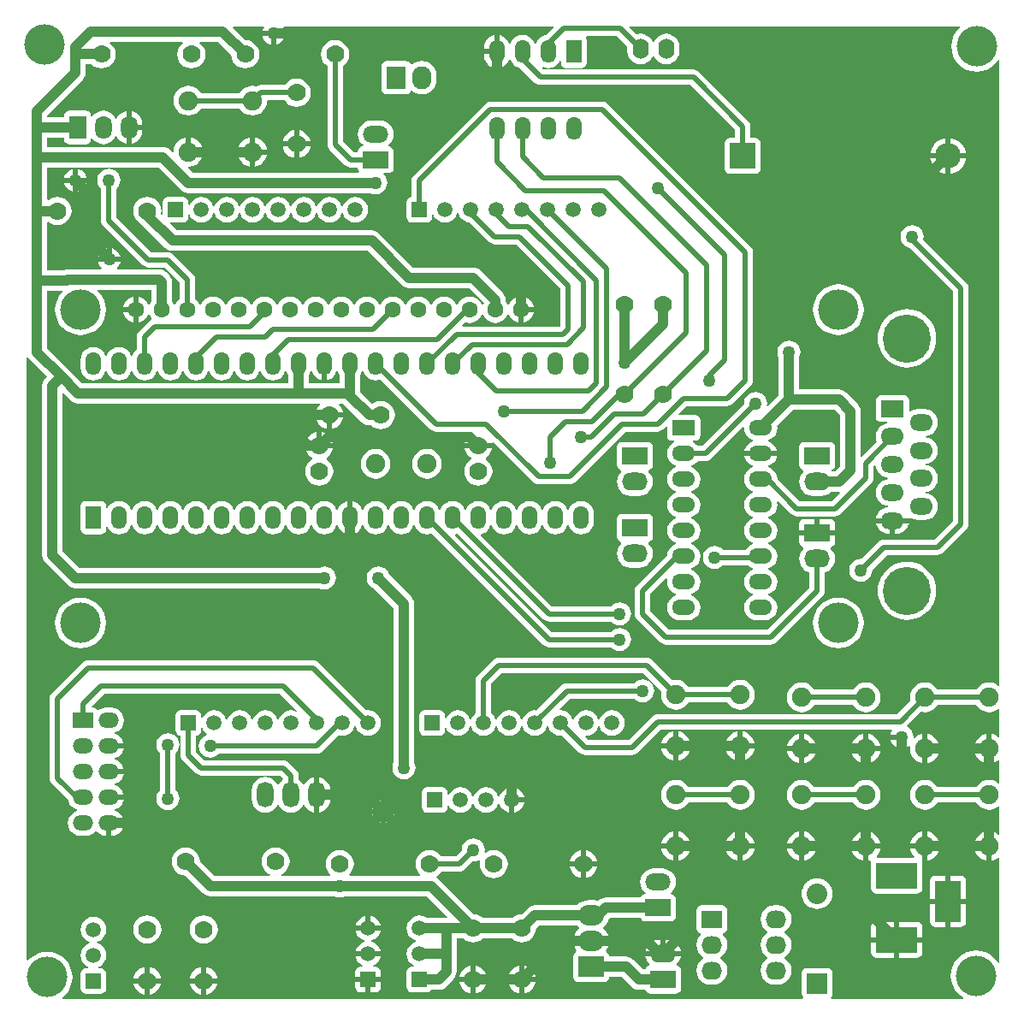
<source format=gbl>
G04 Layer_Physical_Order=2*
G04 Layer_Color=255*
%FSTAX44Y44*%
%MOMM*%
G71*
G01*
G75*
%ADD12C,1.0000*%
%ADD13C,0.5000*%
%ADD15C,4.0000*%
%ADD16C,1.6000*%
%ADD17R,2.5400X1.7780*%
%ADD18O,2.5400X1.7780*%
%ADD19O,1.6510X2.2860*%
%ADD20R,1.6510X2.2860*%
%ADD21C,2.0320*%
%ADD22R,2.0320X2.0320*%
%ADD23R,2.0320X1.7780*%
%ADD24O,2.0320X1.7780*%
%ADD25C,1.7780*%
%ADD26R,2.5400X1.6510*%
%ADD27O,2.5400X1.6510*%
%ADD28R,1.5240X2.2860*%
%ADD29O,1.5240X2.2860*%
%ADD30R,1.5000X1.5000*%
%ADD31C,1.5000*%
%ADD32O,1.6000X2.0000*%
%ADD33C,1.9050*%
%ADD34R,2.2860X1.6510*%
%ADD35O,2.2860X1.6510*%
%ADD36C,4.7600*%
%ADD37R,1.5000X1.5000*%
%ADD38R,2.2860X1.5240*%
%ADD39O,2.2860X1.5240*%
%ADD40R,2.5400X2.0320*%
%ADD41O,2.5400X2.0320*%
%ADD42O,2.0000X1.5000*%
%ADD43R,2.0000X1.5000*%
%ADD44R,1.9050X2.2860*%
%ADD45O,1.9050X2.2860*%
%ADD46C,1.5200*%
%ADD47R,1.5200X1.5200*%
%ADD48R,2.5400X2.5400*%
%ADD49C,2.5400*%
%ADD50O,1.6764X2.5400*%
%ADD51R,4.0640X2.5400*%
%ADD52R,2.5400X4.0640*%
%ADD53C,1.2700*%
G36*
X00395434Y0096337D02*
X00394165Y00961716D01*
X00393507Y00960129D01*
X00392133D01*
X00391476Y00961716D01*
X00389392Y00964432D01*
X00386676Y00966515D01*
X00383514Y00967825D01*
X0038262Y00967943D01*
Y0095516D01*
Y00942377D01*
X00383514Y00942495D01*
X00386676Y00943804D01*
X00389392Y00945888D01*
X00391476Y00948604D01*
X00392133Y00950191D01*
X00393507D01*
X00394165Y00948604D01*
X00395616Y00946712D01*
X00395202Y00945166D01*
X00394998Y00945081D01*
X00393431Y00943879D01*
X00393431Y00943879D01*
X00383271Y00933719D01*
X00382069Y00932152D01*
X00381313Y00930328D01*
X00381055Y0092837D01*
Y00915612D01*
X00379619Y00914511D01*
X00377597Y00911874D01*
X00376607Y00909486D01*
X00375233D01*
X00374244Y00911874D01*
X00372221Y00914511D01*
X00369584Y00916534D01*
X00366515Y00917805D01*
X0036322Y00918239D01*
X00359925Y00917805D01*
X00356856Y00916534D01*
X00354219Y00914511D01*
X00352197Y00911874D01*
X00351207Y00909486D01*
X00349833D01*
X00348843Y00911874D01*
X00346821Y00914511D01*
X00344184Y00916534D01*
X00341115Y00917805D01*
X0033782Y00918239D01*
X00334525Y00917805D01*
X00331456Y00916534D01*
X00328819Y00914511D01*
X00326796Y00911874D01*
X00325525Y00908804D01*
X00325091Y0090551D01*
Y0089789D01*
X00325525Y00894595D01*
X00326796Y00891526D01*
X00328819Y00888889D01*
X00331456Y00886867D01*
X00334525Y00885595D01*
X0033782Y00885161D01*
X00341115Y00885595D01*
X00344184Y00886867D01*
X00346821Y00888889D01*
X00348843Y00891526D01*
X00349833Y00893914D01*
X00351207D01*
X00352197Y00891526D01*
X00354219Y00888889D01*
X00356856Y00886867D01*
X00359925Y00885595D01*
X0036322Y00885161D01*
X00366515Y00885595D01*
X00369584Y00886867D01*
X00372221Y00888889D01*
X00374244Y00891526D01*
X00375233Y00893914D01*
X00376607D01*
X00377597Y00891526D01*
X00379619Y00888889D01*
X00382256Y00886867D01*
X00385326Y00885595D01*
X0038862Y00885161D01*
X00391914Y00885595D01*
X00394984Y00886867D01*
X00397621Y00888889D01*
X00399644Y00891526D01*
X00400633Y00893914D01*
X00402007D01*
X00402996Y00891526D01*
X00405019Y00888889D01*
X00407656Y00886867D01*
X00410726Y00885595D01*
X0041402Y00885161D01*
X00417314Y00885595D01*
X00420384Y00886867D01*
X00423021Y00888889D01*
X00425043Y00891526D01*
X00426033Y00893914D01*
X00427407D01*
X00428396Y00891526D01*
X00430419Y00888889D01*
X00433056Y00886867D01*
X00436125Y00885595D01*
X0043942Y00885161D01*
X00442715Y00885595D01*
X00445784Y00886867D01*
X00448421Y00888889D01*
X00450443Y00891526D01*
X00451433Y00893914D01*
X00452807D01*
X00453797Y00891526D01*
X00455819Y00888889D01*
X00458456Y00886867D01*
X00461525Y00885595D01*
X0046482Y00885161D01*
X00468115Y00885595D01*
X00471184Y00886867D01*
X00473821Y00888889D01*
X00475844Y00891526D01*
X00476833Y00893914D01*
X00478207D01*
X00479197Y00891526D01*
X00481219Y00888889D01*
X00483856Y00886867D01*
X00486926Y00885595D01*
X0049022Y00885161D01*
X00493515Y00885595D01*
X00496584Y00886867D01*
X00499221Y00888889D01*
X00501244Y00891526D01*
X00502233Y00893914D01*
X00503607D01*
X00504596Y00891526D01*
X00506619Y00888889D01*
X00509256Y00886867D01*
X00512326Y00885595D01*
X0051562Y00885161D01*
X00518914Y00885595D01*
X00521984Y00886867D01*
X00524621Y00888889D01*
X00526643Y00891526D01*
X00527633Y00893914D01*
X00529007D01*
X00529996Y00891526D01*
X00530934Y00890304D01*
Y00882576D01*
X00326758D01*
X00313202Y00896132D01*
X00292026Y00917308D01*
Y00974164D01*
X00306984D01*
X00307284Y00973325D01*
X00307333Y00972894D01*
X00304233Y00969116D01*
X00301911Y00964773D01*
X00300482Y00960061D01*
X00299999Y0095516D01*
X00300482Y00950259D01*
X00301911Y00945546D01*
X00304233Y00941204D01*
X00307357Y00937397D01*
X00311164Y00934273D01*
X00315507Y00931951D01*
X00320219Y00930522D01*
X0032512Y00930039D01*
X00330021Y00930522D01*
X00334733Y00931951D01*
X00339076Y00934273D01*
X00342883Y00937397D01*
X00346007Y00941204D01*
X00348329Y00945546D01*
X00349758Y00950259D01*
X00350241Y0095516D01*
X00349758Y00960061D01*
X00348329Y00964773D01*
X00346007Y00969116D01*
X00342883Y00972923D01*
X0034172Y00973878D01*
X00342148Y00975074D01*
X00395434D01*
Y0096337D01*
D02*
G37*
G36*
X0056892Y0088549D02*
X00569715Y00885595D01*
X00572784Y00886867D01*
X00575421Y00888889D01*
X00577444Y00891526D01*
X00578433Y00893914D01*
X00579807D01*
X00580797Y00891526D01*
X00581734Y00890304D01*
Y00882576D01*
X00551106D01*
Y00890304D01*
X00552043Y00891526D01*
X00553033Y00893914D01*
X00554407D01*
X00555396Y00891526D01*
X00557419Y00888889D01*
X00560056Y00886867D01*
X00563125Y00885595D01*
X0056392Y0088549D01*
Y009017D01*
X0056892D01*
Y0088549D01*
D02*
G37*
G36*
X01195745Y01234682D02*
X01194297Y01233493D01*
X01191173Y01229686D01*
X01188851Y01225343D01*
X01187422Y01220631D01*
X01186939Y0121573D01*
X01187422Y01210829D01*
X01188851Y01206117D01*
X01191173Y01201774D01*
X01194297Y01197967D01*
X01198104Y01194843D01*
X01202447Y01192521D01*
X01207159Y01191092D01*
X0121206Y01190609D01*
X01216961Y01191092D01*
X01221673Y01192521D01*
X01226016Y01194843D01*
X01229823Y01197967D01*
X01232947Y01201774D01*
X01233303Y01202439D01*
X01234535Y01202131D01*
X012346Y00583325D01*
X01233461Y00582763D01*
X01231605Y00584188D01*
X01228072Y00585651D01*
X0122428Y0058615D01*
X01220488Y00585651D01*
X01216955Y00584188D01*
X01213921Y00581859D01*
X01211776Y00579065D01*
X01173284D01*
X01171139Y00581859D01*
X01168105Y00584188D01*
X01164572Y00585651D01*
X0116078Y0058615D01*
X01156988Y00585651D01*
X01153455Y00584188D01*
X01150421Y00581859D01*
X01148092Y00578825D01*
X01146629Y00575292D01*
X0114613Y005715D01*
X0114659Y00568008D01*
X01133517Y00554935D01*
X0089662D01*
X0089662Y00554935D01*
X00894662Y00554677D01*
X00892838Y00553921D01*
X00891271Y00552719D01*
X00891271Y00552719D01*
X00868087Y00529535D01*
X00827363D01*
X00824485Y00532413D01*
X00825047Y00533552D01*
X008255Y00533492D01*
X00828763Y00533922D01*
X00831804Y00535181D01*
X00834415Y00537185D01*
X00836419Y00539796D01*
X00837548Y00542523D01*
X0083755Y00542523D01*
X0083885D01*
X00838852Y00542523D01*
X00839981Y00539796D01*
X00841985Y00537185D01*
X00844596Y00535181D01*
X00847637Y00533922D01*
X008509Y00533492D01*
X00854163Y00533922D01*
X00857204Y00535181D01*
X00859815Y00537185D01*
X00861819Y00539796D01*
X00863078Y00542837D01*
X00863508Y005461D01*
X00863078Y00549363D01*
X00861819Y00552404D01*
X00859815Y00555015D01*
X00857204Y00557019D01*
X00854163Y00558278D01*
X008509Y00558708D01*
X00847637Y00558278D01*
X00844596Y00557019D01*
X00841985Y00555015D01*
X00839981Y00552404D01*
X00838852Y00549677D01*
X0083885Y00549677D01*
X0083755D01*
X00837548Y00549677D01*
X00836419Y00552404D01*
X00834415Y00555015D01*
X00831804Y00557019D01*
X00828763Y00558278D01*
X008255Y00558708D01*
X00822237Y00558278D01*
X00819196Y00557019D01*
X00816585Y00555015D01*
X00814581Y00552404D01*
X00813452Y00549677D01*
X0081345Y00549677D01*
X0081215D01*
X00812148Y00549677D01*
X00811019Y00552404D01*
X00809015Y00555015D01*
X00806404Y00557019D01*
X00803363Y00558278D01*
X008001Y00558708D01*
X00799647Y00558648D01*
X00799085Y00559787D01*
X00809583Y00570285D01*
X00872878D01*
X00873285Y00569755D01*
X00875656Y00567936D01*
X00878417Y00566792D01*
X0088138Y00566402D01*
X00884343Y00566792D01*
X00887104Y00567936D01*
X00889475Y00569755D01*
X00891294Y00572126D01*
X00892438Y00574887D01*
X00892828Y0057785D01*
X00892438Y00580813D01*
X00891294Y00583574D01*
X00889475Y00585945D01*
X00887104Y00587764D01*
X00884343Y00588908D01*
X0088138Y00589298D01*
X00878417Y00588908D01*
X00875656Y00587764D01*
X00873285Y00585945D01*
X00872878Y00585415D01*
X0080645D01*
X0080645Y00585415D01*
X00805471Y00585286D01*
X00804492Y00585157D01*
X00802668Y00584401D01*
X00801101Y00583199D01*
X00776388Y00558486D01*
X007747Y00558708D01*
X00771437Y00558278D01*
X00768396Y00557019D01*
X00765785Y00555015D01*
X00763781Y00552404D01*
X00762652Y00549677D01*
X0076265Y00549677D01*
X0076135D01*
X00761348Y00549677D01*
X00760219Y00552404D01*
X00758215Y00555015D01*
X00755604Y00557019D01*
X00752563Y00558278D01*
X007493Y00558708D01*
X00746037Y00558278D01*
X00742996Y00557019D01*
X00740385Y00555015D01*
X00738381Y00552404D01*
X00737252Y00549677D01*
X0073725Y00549677D01*
X0073595D01*
X00735948Y00549677D01*
X00734819Y00552404D01*
X00732815Y00555015D01*
X00731465Y00556051D01*
Y00584877D01*
X00742273Y00595685D01*
X00882057D01*
X0090021Y00577532D01*
X0089975Y0057404D01*
X00900249Y00570248D01*
X00901712Y00566715D01*
X00904041Y00563681D01*
X00907075Y00561352D01*
X00910608Y00559889D01*
X009144Y0055939D01*
X00918192Y00559889D01*
X00921725Y00561352D01*
X00924759Y00563681D01*
X00926904Y00566475D01*
X00965396D01*
X00967541Y00563681D01*
X00970575Y00561352D01*
X00974108Y00559889D01*
X009779Y0055939D01*
X00981692Y00559889D01*
X00985225Y00561352D01*
X00988259Y00563681D01*
X00990588Y00566715D01*
X00992051Y00570248D01*
X0099255Y0057404D01*
X00992051Y00577832D01*
X00990588Y00581365D01*
X00988259Y00584399D01*
X00985225Y00586728D01*
X00981692Y00588191D01*
X009779Y0058869D01*
X00974108Y00588191D01*
X00970575Y00586728D01*
X00967541Y00584399D01*
X00965396Y00581605D01*
X00926904D01*
X00924759Y00584399D01*
X00921725Y00586728D01*
X00918192Y00588191D01*
X009144Y0058869D01*
X00910908Y00588231D01*
X00890539Y00608599D01*
X00888972Y00609801D01*
X00887148Y00610557D01*
X0088519Y00610815D01*
X0073914D01*
X00737182Y00610557D01*
X00735358Y00609801D01*
X00733791Y00608599D01*
X00718551Y00593359D01*
X00717349Y00591792D01*
X00716593Y00589968D01*
X00716335Y0058801D01*
Y00556051D01*
X00714985Y00555015D01*
X00712981Y00552404D01*
X00711852Y00549677D01*
X0071185Y00549677D01*
X0071055D01*
X00710548Y00549677D01*
X00709419Y00552404D01*
X00707415Y00555015D01*
X00704804Y00557019D01*
X00701763Y00558278D01*
X006985Y00558708D01*
X00695237Y00558278D01*
X00692196Y00557019D01*
X00689585Y00555015D01*
X00687581Y00552404D01*
X00686968Y00550923D01*
X00685698Y00551176D01*
Y005536D01*
X0068531Y00555551D01*
X00684205Y00557205D01*
X00682551Y0055831D01*
X006806Y00558698D01*
X006656D01*
X00663649Y0055831D01*
X00661995Y00557205D01*
X0066089Y00555551D01*
X00660502Y005536D01*
Y005386D01*
X0066089Y00536649D01*
X00661995Y00534995D01*
X00663649Y0053389D01*
X006656Y00533502D01*
X006806D01*
X00682551Y0053389D01*
X00684205Y00534995D01*
X0068531Y00536649D01*
X00685698Y005386D01*
Y00541024D01*
X00686968Y00541277D01*
X00687581Y00539796D01*
X00689585Y00537185D01*
X00692196Y00535181D01*
X00695237Y00533922D01*
X006985Y00533492D01*
X00701763Y00533922D01*
X00704804Y00535181D01*
X00707415Y00537185D01*
X00709419Y00539796D01*
X00710548Y00542523D01*
X0071055Y00542523D01*
X0071185D01*
X00711852Y00542523D01*
X00712981Y00539796D01*
X00714985Y00537185D01*
X00717596Y00535181D01*
X00720637Y00533922D01*
X007239Y00533492D01*
X00727163Y00533922D01*
X00730204Y00535181D01*
X00732815Y00537185D01*
X00734819Y00539796D01*
X00735948Y00542523D01*
X0073595Y00542523D01*
X0073725D01*
X00737252Y00542523D01*
X00738381Y00539796D01*
X00740385Y00537185D01*
X00742996Y00535181D01*
X00746037Y00533922D01*
X007493Y00533492D01*
X00752563Y00533922D01*
X00755604Y00535181D01*
X00758215Y00537185D01*
X00760219Y00539796D01*
X00761348Y00542523D01*
X0076135Y00542523D01*
X0076265D01*
X00762652Y00542523D01*
X00763781Y00539796D01*
X00765785Y00537185D01*
X00768396Y00535181D01*
X00771437Y00533922D01*
X007747Y00533492D01*
X00777963Y00533922D01*
X00781004Y00535181D01*
X00783615Y00537185D01*
X00785619Y00539796D01*
X00786748Y00542523D01*
X0078675Y00542523D01*
X0078805D01*
X00788052Y00542523D01*
X00789181Y00539796D01*
X00791185Y00537185D01*
X00793796Y00535181D01*
X00796837Y00533922D01*
X008001Y00533492D01*
X00801788Y00533714D01*
X00818881Y00516621D01*
X00820448Y00515419D01*
X00822272Y00514663D01*
X00823251Y00514534D01*
X0082423Y00514405D01*
X0082423Y00514405D01*
X0087122D01*
X00873178Y00514663D01*
X00875002Y00515419D01*
X00876569Y00516621D01*
X00899753Y00539805D01*
X01128067D01*
X01128629Y00538666D01*
X01128006Y00537854D01*
X01126862Y00535093D01*
X01126801Y0053463D01*
X0113792D01*
Y0053213D01*
X0114042D01*
Y00521011D01*
X01140883Y00521072D01*
X01143644Y00522216D01*
X01145206Y00523414D01*
X01146397Y00522727D01*
X0114613Y005207D01*
X01146629Y00516908D01*
X01148092Y00513375D01*
X01150421Y00510341D01*
X01153455Y00508012D01*
X01156988Y00506549D01*
X0115828Y00506379D01*
Y005207D01*
Y00535021D01*
X01156988Y00534851D01*
X01153455Y00533388D01*
X01150518Y00531134D01*
X01149892Y00531278D01*
X01149289Y00531528D01*
X01149368Y0053213D01*
X01148978Y00535093D01*
X01147834Y00537854D01*
X01146015Y00540225D01*
X01143743Y00541968D01*
X01143508Y00542312D01*
X01143306Y00543327D01*
X01157288Y00557309D01*
X0116078Y0055685D01*
X01164572Y00557349D01*
X01168105Y00558812D01*
X01171139Y00561141D01*
X01173284Y00563935D01*
X01211776D01*
X01213921Y00561141D01*
X01216955Y00558812D01*
X01220488Y00557349D01*
X0122428Y0055685D01*
X01228072Y00557349D01*
X01231605Y00558812D01*
X01233464Y00560238D01*
X01234603Y00559677D01*
X01234605Y00532521D01*
X01233466Y00531959D01*
X01231605Y00533388D01*
X01228072Y00534851D01*
X0122678Y00535021D01*
Y005207D01*
Y00506379D01*
X01228072Y00506549D01*
X01231605Y00508012D01*
X01233469Y00509443D01*
X01234608Y00508881D01*
X0123461Y00486797D01*
X01233471Y00486236D01*
X01231605Y00487668D01*
X01228072Y00489131D01*
X0122428Y0048963D01*
X01220488Y00489131D01*
X01216955Y00487668D01*
X01213921Y00485339D01*
X01211776Y00482545D01*
X01173284D01*
X01171139Y00485339D01*
X01168105Y00487668D01*
X01164572Y00489131D01*
X0116078Y0048963D01*
X01156988Y00489131D01*
X01153455Y00487668D01*
X01150421Y00485339D01*
X01148092Y00482305D01*
X01146629Y00478772D01*
X0114613Y0047498D01*
X01146629Y00471188D01*
X01148092Y00467655D01*
X01150421Y00464621D01*
X01153455Y00462292D01*
X01156988Y00460829D01*
X0116078Y0046033D01*
X01164572Y00460829D01*
X01168105Y00462292D01*
X01171139Y00464621D01*
X01173284Y00467415D01*
X01211776D01*
X01213921Y00464621D01*
X01216955Y00462292D01*
X01220488Y00460829D01*
X0122428Y0046033D01*
X01228072Y00460829D01*
X01231605Y00462292D01*
X01233474Y00463726D01*
X01234613Y00463165D01*
X01234616Y00435993D01*
X01233477Y00435432D01*
X01231605Y00436868D01*
X01228072Y00438331D01*
X0122678Y00438501D01*
Y0042418D01*
Y00409859D01*
X01228072Y00410029D01*
X01231605Y00411492D01*
X01233479Y0041293D01*
X01234618Y00412369D01*
X01234629Y00308435D01*
X01233397Y00308127D01*
X01232467Y00309866D01*
X01229343Y00313673D01*
X01225536Y00316797D01*
X01221193Y00319119D01*
X01216481Y00320548D01*
X0121158Y00321031D01*
X01206679Y00320548D01*
X01201967Y00319119D01*
X01197624Y00316797D01*
X01193817Y00313673D01*
X01190693Y00309866D01*
X01188371Y00305523D01*
X01186942Y00300811D01*
X01186459Y0029591D01*
X01186942Y00291009D01*
X01188371Y00286297D01*
X01190693Y00281954D01*
X01193817Y00278147D01*
X01197624Y00275023D01*
X01198687Y00274454D01*
X01198378Y00273223D01*
X01068201D01*
X01067816Y00274493D01*
X01067865Y00274525D01*
X0106897Y00276179D01*
X01069358Y0027813D01*
Y0029845D01*
X0106897Y00300401D01*
X01067865Y00302055D01*
X01066211Y0030316D01*
X0106426Y00303548D01*
X0104394D01*
X01041989Y0030316D01*
X01040335Y00302055D01*
X0103923Y00300401D01*
X01038842Y0029845D01*
Y0027813D01*
X0103923Y00276179D01*
X01040335Y00274525D01*
X01040384Y00274493D01*
X01039999Y00273223D01*
X00307442D01*
X00306988Y00274493D01*
X00309783Y00276787D01*
X00312907Y00280594D01*
X00315229Y00284937D01*
X00316658Y00289649D01*
X00317141Y0029455D01*
X00316658Y00299451D01*
X00315229Y00304163D01*
X00312907Y00308506D01*
X00309783Y00312313D01*
X00305976Y00315437D01*
X00301633Y00317759D01*
X00296921Y00319188D01*
X0029202Y00319671D01*
X00287119Y00319188D01*
X00282407Y00317759D01*
X00278064Y00315437D01*
X00274257Y00312313D01*
X00273288Y00311133D01*
X00272093Y00311561D01*
Y0090754D01*
X00272561Y0090777D01*
X00273363Y00907881D01*
X00274808Y00905998D01*
X00291806Y00889D01*
X00290048Y00887242D01*
X00288445Y00885153D01*
X00287437Y0088272D01*
X00287094Y0088011D01*
Y0071247D01*
X00287437Y00709859D01*
X00288445Y00707427D01*
X00290048Y00705338D01*
X00312908Y00682478D01*
X00314997Y00680875D01*
X0031743Y00679867D01*
X0032004Y00679524D01*
X00561111D01*
X00563457Y00678552D01*
X0056642Y00678162D01*
X00569383Y00678552D01*
X00572144Y00679696D01*
X00574515Y00681515D01*
X00576334Y00683886D01*
X00577478Y00686647D01*
X00577868Y0068961D01*
X00577478Y00692573D01*
X00576334Y00695334D01*
X00574515Y00697705D01*
X00572144Y00699524D01*
X00569383Y00700668D01*
X0056642Y00701058D01*
X00563457Y00700668D01*
X00561111Y00699696D01*
X00324218D01*
X00307266Y00716648D01*
Y0087188D01*
X0030844Y00872366D01*
X00315448Y00865358D01*
X00317537Y00863755D01*
X0031997Y00862747D01*
X0032258Y00862404D01*
X005617D01*
X00562108Y00861201D01*
X00561594Y00860807D01*
X00559367Y00857905D01*
X00557967Y00854526D01*
X00557819Y008534D01*
X00585181D01*
X00585033Y00854526D01*
X00583633Y00857905D01*
X00581407Y00860807D01*
X00580892Y00861201D01*
X005813Y00862404D01*
X00585102D01*
X00603738Y00843768D01*
X00605827Y00842165D01*
X0060826Y00841157D01*
X0061087Y00840814D01*
X00612628D01*
X00615295Y00838767D01*
X00618674Y00837367D01*
X006223Y0083689D01*
X00625926Y00837367D01*
X00629305Y00838767D01*
X00632206Y00840993D01*
X00634433Y00843895D01*
X00635832Y00847274D01*
X0063631Y008509D01*
X00635832Y00854526D01*
X00634433Y00857905D01*
X00632206Y00860807D01*
X00629305Y00863033D01*
X00625926Y00864433D01*
X006223Y0086491D01*
X00618674Y00864433D01*
X00615295Y00863033D01*
X00613997Y00862037D01*
X00601906Y00874128D01*
Y00890304D01*
X00602844Y00891526D01*
X00603833Y00893914D01*
X00605207D01*
X00606197Y00891526D01*
X00608219Y00888889D01*
X00610856Y00886867D01*
X00613926Y00885595D01*
X0061722Y00885161D01*
X00620514Y00885595D01*
X00622008Y00886214D01*
X00671561Y00836661D01*
X00673128Y00835459D01*
X00674952Y00834703D01*
X0067691Y00834445D01*
X0067691Y00834445D01*
X00713065D01*
X00713318Y00833175D01*
X00711815Y00832553D01*
X00708913Y00830327D01*
X00706687Y00827425D01*
X00705287Y00824046D01*
X00705139Y0082292D01*
X0071882D01*
X00732501D01*
X0073242Y00823536D01*
X00733623Y00824129D01*
X00773161Y00784591D01*
X00774728Y00783389D01*
X00776552Y00782633D01*
X0077851Y00782375D01*
X0077851Y00782375D01*
X0080899D01*
X00810948Y00782633D01*
X00812772Y00783389D01*
X00814339Y00784591D01*
X00864193Y00834445D01*
X00896173D01*
X00898131Y00834703D01*
X00899956Y00835459D01*
X00901523Y00836661D01*
X00904319Y00839457D01*
X00905492Y00838971D01*
Y0083058D01*
X0090588Y00828629D01*
X00906985Y00826975D01*
X00908639Y0082587D01*
X0091059Y00825482D01*
X00912531D01*
X00912784Y00824212D01*
X00911846Y00823823D01*
X00909209Y00821801D01*
X00907187Y00819164D01*
X00905915Y00816095D01*
X00905481Y008128D01*
X00905915Y00809505D01*
X00907187Y00806436D01*
X00909209Y00803799D01*
X00911846Y00801777D01*
X00914234Y00800787D01*
Y00799413D01*
X00911846Y00798423D01*
X00909209Y00796401D01*
X00907187Y00793764D01*
X00905915Y00790695D01*
X00905481Y007874D01*
X00905915Y00784106D01*
X00907187Y00781036D01*
X00909209Y00778399D01*
X00911846Y00776376D01*
X00914234Y00775387D01*
Y00774013D01*
X00911846Y00773024D01*
X00909209Y00771001D01*
X00907187Y00768364D01*
X00905915Y00765294D01*
X00905481Y00762D01*
X00905915Y00758706D01*
X00907187Y00755636D01*
X00909209Y00752999D01*
X00911846Y00750976D01*
X00914234Y00749987D01*
Y00748613D01*
X00911846Y00747624D01*
X00909209Y00745601D01*
X00907187Y00742964D01*
X00905915Y00739894D01*
X00905481Y007366D01*
X00905915Y00733306D01*
X00907187Y00730236D01*
X00909209Y00727599D01*
X00911846Y00725576D01*
X00914234Y00724587D01*
Y00723213D01*
X00911846Y00722224D01*
X00909209Y00720201D01*
X00907187Y00717564D01*
X00905915Y00714494D01*
X00905558Y00711786D01*
X00876031Y00682259D01*
X00874829Y00680692D01*
X00874073Y00678868D01*
X00873815Y0067691D01*
Y0065405D01*
X00874073Y00652092D01*
X00874829Y00650268D01*
X00876031Y00648701D01*
X00898891Y00625841D01*
X00900458Y00624639D01*
X00902282Y00623883D01*
X0090424Y00623625D01*
X0100838D01*
X01010338Y00623883D01*
X01012162Y00624639D01*
X01013729Y00625841D01*
X01059449Y00671561D01*
X01059449Y00671561D01*
X01060651Y00673128D01*
X01061407Y00674952D01*
X01061665Y0067691D01*
Y00695181D01*
X01064915Y00696527D01*
X01067816Y00698754D01*
X01070043Y00701655D01*
X01071442Y00705034D01*
X0107192Y0070866D01*
X01071442Y00712286D01*
X01070043Y00715665D01*
X01067816Y00718567D01*
X01067389Y00718894D01*
X01067706Y00720252D01*
X01068751Y0072046D01*
X01070405Y00721565D01*
X0107151Y00723219D01*
X01071898Y0072517D01*
Y0073156D01*
X010541D01*
X01036302D01*
Y0072517D01*
X0103669Y00723219D01*
X01037795Y00721565D01*
X01039449Y0072046D01*
X01040494Y00720252D01*
X01040811Y00718894D01*
X01040384Y00718567D01*
X01038157Y00715665D01*
X01036758Y00712286D01*
X0103628Y0070866D01*
X01036758Y00705034D01*
X01038157Y00701655D01*
X01040384Y00698754D01*
X01043285Y00696527D01*
X01046535Y00695181D01*
Y00680043D01*
X01005247Y00638755D01*
X00907373D01*
X00888945Y00657183D01*
Y00673777D01*
X00904924Y00689756D01*
X00905225Y00689555D01*
X00905893Y00688929D01*
X00905481Y006858D01*
X00905915Y00682505D01*
X00907187Y00679436D01*
X00909209Y00676799D01*
X00911846Y00674777D01*
X00914234Y00673787D01*
Y00672413D01*
X00911846Y00671423D01*
X00909209Y00669401D01*
X00907187Y00666764D01*
X00905915Y00663695D01*
X00905481Y006604D01*
X00905915Y00657105D01*
X00907187Y00654036D01*
X00909209Y00651399D01*
X00911846Y00649377D01*
X00914915Y00648105D01*
X0091821Y00647671D01*
X0092583D01*
X00929125Y00648105D01*
X00932194Y00649377D01*
X00934831Y00651399D01*
X00936853Y00654036D01*
X00938125Y00657105D01*
X00938559Y006604D01*
X00938125Y00663695D01*
X00936853Y00666764D01*
X00934831Y00669401D01*
X00932194Y00671423D01*
X00929806Y00672413D01*
Y00673787D01*
X00932194Y00674777D01*
X00934831Y00676799D01*
X00936853Y00679436D01*
X00938125Y00682505D01*
X00938559Y006858D01*
X00938125Y00689094D01*
X00936853Y00692164D01*
X00934831Y00694801D01*
X00932194Y00696824D01*
X00929806Y00697813D01*
Y00699187D01*
X00932194Y00700176D01*
X00934831Y00702199D01*
X00936853Y00704836D01*
X00938125Y00707906D01*
X00938559Y007112D01*
X00938125Y00714494D01*
X00936853Y00717564D01*
X00934831Y00720201D01*
X00932194Y00722224D01*
X00929806Y00723213D01*
Y00724587D01*
X00932194Y00725576D01*
X00934831Y00727599D01*
X00936853Y00730236D01*
X00938125Y00733306D01*
X00938559Y007366D01*
X00938125Y00739894D01*
X00936853Y00742964D01*
X00934831Y00745601D01*
X00932194Y00747624D01*
X00929806Y00748613D01*
Y00749987D01*
X00932194Y00750976D01*
X00934831Y00752999D01*
X00936853Y00755636D01*
X00938125Y00758706D01*
X00938559Y00762D01*
X00938125Y00765294D01*
X00936853Y00768364D01*
X00934831Y00771001D01*
X00932194Y00773024D01*
X00929806Y00774013D01*
Y00775387D01*
X00932194Y00776376D01*
X00934831Y00778399D01*
X00936853Y00781036D01*
X00938125Y00784106D01*
X00938559Y007874D01*
X00938125Y00790695D01*
X00936853Y00793764D01*
X00934831Y00796401D01*
X00932194Y00798423D01*
X00929806Y00799413D01*
Y00800787D01*
X00932194Y00801777D01*
X00934831Y00803799D01*
X00935932Y00805235D01*
X0094361D01*
X00945568Y00805493D01*
X00947392Y00806249D01*
X00948959Y00807451D01*
X00980583Y00839075D01*
X00981722Y00838513D01*
X00981681Y008382D01*
X00982115Y00834905D01*
X00983387Y00831836D01*
X00985409Y00829199D01*
X00988046Y00827177D01*
X00990434Y00826187D01*
Y00824813D01*
X00988046Y00823823D01*
X00985409Y00821801D01*
X00983387Y00819164D01*
X00982115Y00816095D01*
X0098201Y008153D01*
X0101443D01*
X01014325Y00816095D01*
X01013054Y00819164D01*
X01011031Y00821801D01*
X01008394Y00823823D01*
X01006006Y00824813D01*
Y00826187D01*
X01008394Y00827177D01*
X01011031Y00829199D01*
X01013054Y00831836D01*
X01014325Y00834905D01*
X01014759Y008382D01*
X01014494Y0084021D01*
X01030338Y00856054D01*
X01071512D01*
X01077034Y00850532D01*
Y00800468D01*
X01071512Y00794946D01*
X01068659D01*
X01068384Y00795292D01*
X01068726Y00796566D01*
X01068861Y00796734D01*
X01070405Y00797765D01*
X0107151Y00799419D01*
X01071898Y0080137D01*
Y0081915D01*
X0107151Y00821101D01*
X01070405Y00822755D01*
X01068751Y0082386D01*
X010668Y00824248D01*
X010414D01*
X01039449Y0082386D01*
X01037795Y00822755D01*
X0103669Y00821101D01*
X01036302Y0081915D01*
Y0080137D01*
X0103669Y00799419D01*
X01037795Y00797765D01*
X01039449Y0079666D01*
X01040494Y00796452D01*
X01040811Y00795094D01*
X01040384Y00794766D01*
X01038157Y00791865D01*
X01036758Y00788486D01*
X0103628Y0078486D01*
X01036758Y00781234D01*
X01038157Y00777855D01*
X01040384Y00774954D01*
X01043285Y00772727D01*
X01046664Y00771328D01*
X0105029Y0077085D01*
X0105791D01*
X01061536Y00771328D01*
X01064915Y00772727D01*
X01067582Y00774774D01*
X0107569D01*
X01076122Y00774831D01*
X01076683Y00773691D01*
X01068747Y00765755D01*
X01036913D01*
X01014682Y00787987D01*
X01014325Y00790695D01*
X01013054Y00793764D01*
X01011031Y00796401D01*
X01008394Y00798423D01*
X01006006Y00799413D01*
Y00800787D01*
X01008394Y00801777D01*
X01011031Y00803799D01*
X01013054Y00806436D01*
X01014325Y00809505D01*
X0101443Y008103D01*
X0098201D01*
X00982115Y00809505D01*
X00983387Y00806436D01*
X00985409Y00803799D01*
X00988046Y00801777D01*
X00990434Y00800787D01*
Y00799413D01*
X00988046Y00798423D01*
X00985409Y00796401D01*
X00983387Y00793764D01*
X00982115Y00790695D01*
X00981681Y007874D01*
X00982115Y00784106D01*
X00983387Y00781036D01*
X00985409Y00778399D01*
X00988046Y00776376D01*
X00990434Y00775387D01*
Y00774013D01*
X00988046Y00773024D01*
X00985409Y00771001D01*
X00983387Y00768364D01*
X00982115Y00765294D01*
X00981681Y00762D01*
X00982115Y00758706D01*
X00983387Y00755636D01*
X00985409Y00752999D01*
X00988046Y00750976D01*
X00990434Y00749987D01*
Y00748613D01*
X00988046Y00747624D01*
X00985409Y00745601D01*
X00983387Y00742964D01*
X00982115Y00739894D01*
X00981681Y007366D01*
X00982115Y00733306D01*
X00983387Y00730236D01*
X00985409Y00727599D01*
X00988046Y00725576D01*
X00990434Y00724587D01*
Y00723213D01*
X00988046Y00722224D01*
X00985409Y00720201D01*
X00983387Y00717564D01*
X00983358Y00717495D01*
X00961002D01*
X00960595Y00718025D01*
X00958224Y00719844D01*
X00955463Y00720988D01*
X009525Y00721378D01*
X00949537Y00720988D01*
X00946776Y00719844D01*
X00944405Y00718025D01*
X00942586Y00715654D01*
X00941442Y00712893D01*
X00941052Y0070993D01*
X00941442Y00706967D01*
X00942586Y00704206D01*
X00944405Y00701835D01*
X00946776Y00700016D01*
X00949537Y00698872D01*
X009525Y00698482D01*
X00955463Y00698872D01*
X00958224Y00700016D01*
X00960595Y00701835D01*
X00961002Y00702365D01*
X00985282D01*
X00985409Y00702199D01*
X00988046Y00700176D01*
X00990434Y00699187D01*
Y00697813D01*
X00988046Y00696824D01*
X00985409Y00694801D01*
X00983387Y00692164D01*
X00982115Y00689094D01*
X00981681Y006858D01*
X00982115Y00682505D01*
X00983387Y00679436D01*
X00985409Y00676799D01*
X00988046Y00674777D01*
X00990434Y00673787D01*
Y00672413D01*
X00988046Y00671423D01*
X00985409Y00669401D01*
X00983387Y00666764D01*
X00982115Y00663695D01*
X00981681Y006604D01*
X00982115Y00657105D01*
X00983387Y00654036D01*
X00985409Y00651399D01*
X00988046Y00649377D01*
X00991115Y00648105D01*
X0099441Y00647671D01*
X0100203D01*
X01005324Y00648105D01*
X01008394Y00649377D01*
X01011031Y00651399D01*
X01013054Y00654036D01*
X01014325Y00657105D01*
X01014759Y006604D01*
X01014325Y00663695D01*
X01013054Y00666764D01*
X01011031Y00669401D01*
X01008394Y00671423D01*
X01006006Y00672413D01*
Y00673787D01*
X01008394Y00674777D01*
X01011031Y00676799D01*
X01013054Y00679436D01*
X01014325Y00682505D01*
X01014759Y006858D01*
X01014325Y00689094D01*
X01013054Y00692164D01*
X01011031Y00694801D01*
X01008394Y00696824D01*
X01006006Y00697813D01*
Y00699187D01*
X01008394Y00700176D01*
X01011031Y00702199D01*
X01013054Y00704836D01*
X01014325Y00707906D01*
X01014759Y007112D01*
X01014325Y00714494D01*
X01013054Y00717564D01*
X01011031Y00720201D01*
X01008394Y00722224D01*
X01006006Y00723213D01*
Y00724587D01*
X01008394Y00725576D01*
X01011031Y00727599D01*
X01013054Y00730236D01*
X01014325Y00733306D01*
X01014759Y007366D01*
X01014325Y00739894D01*
X01013054Y00742964D01*
X01011031Y00745601D01*
X01008394Y00747624D01*
X01006006Y00748613D01*
Y00749987D01*
X01008394Y00750976D01*
X01011031Y00752999D01*
X01013054Y00755636D01*
X01014325Y00758706D01*
X01014759Y00762D01*
X01014347Y00765129D01*
X01015015Y00765755D01*
X01015316Y00765956D01*
X01028431Y00752841D01*
X01028431Y00752841D01*
X01029998Y00751639D01*
X01031822Y00750883D01*
X0103378Y00750625D01*
X0103378Y00750625D01*
X0107188D01*
X01073838Y00750883D01*
X01075662Y00751639D01*
X01077229Y00752841D01*
X01107709Y00783321D01*
X01107709Y00783321D01*
X01108911Y00784888D01*
X01109667Y00786712D01*
X01109925Y0078867D01*
Y00799987D01*
X0111107Y00801132D01*
X01112411Y00800677D01*
X01112711Y007984D01*
X01114047Y00795175D01*
X01116171Y00792406D01*
X0111894Y00790282D01*
X01122165Y00788946D01*
X01124411Y00788651D01*
Y0078737D01*
X01122165Y00787074D01*
X0111894Y00785738D01*
X01116171Y00783614D01*
X01114047Y00780845D01*
X01112711Y0077762D01*
X01112255Y0077416D01*
X01112711Y007707D01*
X01114047Y00767475D01*
X01116171Y00764706D01*
X0111894Y00762582D01*
X01122165Y00761246D01*
X01124411Y0076095D01*
Y0075967D01*
X01122165Y00759374D01*
X0111894Y00758038D01*
X01116171Y00755914D01*
X01114047Y00753145D01*
X01112711Y0074992D01*
X01112585Y0074896D01*
X01145108D01*
X01146212Y00749597D01*
X0114734Y00748732D01*
X01150565Y00747396D01*
X01154025Y00746941D01*
X01160375D01*
X01163835Y00747396D01*
X0116706Y00748732D01*
X01169829Y00750856D01*
X01171953Y00753625D01*
X01173289Y0075685D01*
X01173745Y0076031D01*
X01173289Y0076377D01*
X01171953Y00766995D01*
X01169829Y00769763D01*
X0116706Y00771888D01*
X01163835Y00773224D01*
X01161589Y00773519D01*
Y007748D01*
X01163835Y00775096D01*
X0116706Y00776432D01*
X01169829Y00778556D01*
X01171953Y00781325D01*
X01173289Y0078455D01*
X01173745Y0078801D01*
X01173289Y0079147D01*
X01171953Y00794695D01*
X01169829Y00797464D01*
X0116706Y00799588D01*
X01163835Y00800924D01*
X01161588Y00801219D01*
Y00802501D01*
X01163835Y00802796D01*
X0116706Y00804132D01*
X01169829Y00806257D01*
X01171953Y00809025D01*
X01173289Y0081225D01*
X01173745Y0081571D01*
X01173289Y0081917D01*
X01171953Y00822395D01*
X01169829Y00825164D01*
X0116706Y00827288D01*
X01163835Y00828624D01*
X01161589Y0082892D01*
Y00830201D01*
X01163835Y00830496D01*
X0116706Y00831832D01*
X01169829Y00833957D01*
X01171953Y00836725D01*
X01173289Y0083995D01*
X01173745Y0084341D01*
X01173289Y0084687D01*
X01171953Y00850095D01*
X01169829Y00852864D01*
X0116706Y00854988D01*
X01163835Y00856324D01*
X01160375Y00856779D01*
X01154025D01*
X01150565Y00856324D01*
X0114734Y00854988D01*
X01146467Y00854318D01*
X01145328Y0085488D01*
Y00865515D01*
X0114494Y00867466D01*
X01143835Y0086912D01*
X01142181Y00870225D01*
X0114023Y00870613D01*
X0111737D01*
X01115419Y00870225D01*
X01113765Y0086912D01*
X0111266Y00867466D01*
X01112272Y00865515D01*
Y00849005D01*
X0111266Y00847054D01*
X01113765Y008454D01*
X01115419Y00844295D01*
X0111737Y00843907D01*
X01123321D01*
X01123404Y00842637D01*
X01122165Y00842474D01*
X0111894Y00841138D01*
X01116171Y00839014D01*
X01114047Y00836245D01*
X01112711Y0083302D01*
X01112255Y0082956D01*
X01112711Y008261D01*
X01113277Y00824735D01*
X0109838Y00809838D01*
X01097206Y00810324D01*
Y0085471D01*
X01096863Y0085732D01*
X01095855Y00859753D01*
X01094252Y00861842D01*
X01082822Y00873272D01*
X01080733Y00874875D01*
X010783Y00875883D01*
X0107569Y00876226D01*
X01036246D01*
Y00907821D01*
X01037218Y00910167D01*
X01037608Y0091313D01*
X01037218Y00916093D01*
X01036074Y00918854D01*
X01034255Y00921225D01*
X01031884Y00923044D01*
X01029123Y00924188D01*
X0102616Y00924578D01*
X01023197Y00924188D01*
X01020436Y00923044D01*
X01018065Y00921225D01*
X01016246Y00918854D01*
X01015102Y00916093D01*
X01014712Y0091313D01*
X01015102Y00910167D01*
X01016074Y00907821D01*
Y00870318D01*
X01005533Y00859777D01*
X0100433Y0086037D01*
X01004588Y0086233D01*
X01004198Y00865293D01*
X01003054Y00868054D01*
X01001235Y00870425D01*
X00998864Y00872244D01*
X00996103Y00873388D01*
X0099314Y00873778D01*
X00990177Y00873388D01*
X00987416Y00872244D01*
X00985045Y00870425D01*
X00983226Y00868054D01*
X00982082Y00865293D01*
X00981692Y0086233D01*
X00981779Y00861667D01*
X00940477Y00820365D01*
X00935932D01*
X00934831Y00821801D01*
X00932194Y00823823D01*
X00931256Y00824212D01*
X00931509Y00825482D01*
X0093345D01*
X00935401Y0082587D01*
X00937055Y00826975D01*
X0093816Y00828629D01*
X00938548Y0083058D01*
Y0084582D01*
X0093816Y00847771D01*
X00937055Y00849425D01*
X00935401Y0085053D01*
X0093345Y00850918D01*
X00917439D01*
X00916953Y00852091D01*
X00924707Y00859845D01*
X009652D01*
X00967158Y00860103D01*
X00968982Y00860859D01*
X00970549Y00862061D01*
X00988329Y00879841D01*
X00988329Y00879841D01*
X00989531Y00881408D01*
X00990287Y00883232D01*
X00990545Y0088519D01*
Y0101219D01*
X00990545Y0101219D01*
X00990287Y01014148D01*
X00989531Y01015972D01*
X00988329Y01017539D01*
X00847139Y01158729D01*
X00845572Y01159931D01*
X00843748Y01160687D01*
X0084179Y01160945D01*
X00730817D01*
X00730817Y01160945D01*
X00728859Y01160687D01*
X00727035Y01159931D01*
X00725468Y01158729D01*
X00655051Y01088312D01*
X00653849Y01086745D01*
X00653093Y01084921D01*
X00652835Y01082963D01*
Y01066685D01*
X00650949Y0106631D01*
X00649295Y01065205D01*
X0064819Y01063551D01*
X00647802Y010616D01*
Y010466D01*
X0064819Y01044649D01*
X00649295Y01042995D01*
X00650949Y0104189D01*
X006529Y01041502D01*
X006679D01*
X00669851Y0104189D01*
X00671505Y01042995D01*
X0067261Y01044649D01*
X00672998Y010466D01*
Y01049024D01*
X00674268Y01049277D01*
X00674881Y01047796D01*
X00676885Y01045185D01*
X00679496Y01043181D01*
X00682537Y01041922D01*
X006858Y01041492D01*
X00689063Y01041922D01*
X00692104Y01043181D01*
X00694715Y01045185D01*
X00696719Y01047796D01*
X00697848Y01050523D01*
X0069785Y01050523D01*
X0069915D01*
X00699152Y01050523D01*
X00700281Y01047796D01*
X00702285Y01045185D01*
X00704896Y01043181D01*
X00707937Y01041922D01*
X00709956Y01041656D01*
X00729531Y01022081D01*
X00729531Y01022081D01*
X00731098Y01020879D01*
X00732922Y01020123D01*
X0073488Y01019865D01*
X0073488Y01019865D01*
X00756327D01*
X00800155Y00976037D01*
Y00939123D01*
X00799507Y00938475D01*
X00703182D01*
X00702696Y00939648D01*
X00705948Y009429D01*
X00706926Y00942495D01*
X0071032Y00942048D01*
X00713714Y00942495D01*
X00716876Y00943804D01*
X00719592Y00945888D01*
X00721676Y00948604D01*
X00722333Y00950191D01*
X00723708D01*
X00724365Y00948604D01*
X00726449Y00945888D01*
X00729164Y00943804D01*
X00732327Y00942495D01*
X0073572Y00942048D01*
X00739114Y00942495D01*
X00742276Y00943804D01*
X00744992Y00945888D01*
X00747076Y00948604D01*
X00747733Y00950191D01*
X00749108D01*
X00749765Y00948604D01*
X00751849Y00945888D01*
X00754564Y00943804D01*
X00757727Y00942495D01*
X0075862Y00942377D01*
Y0095516D01*
Y00967943D01*
X00757727Y00967825D01*
X00754564Y00966515D01*
X00751849Y00964432D01*
X00749765Y00961716D01*
X00749108Y00960129D01*
X00747733D01*
X00747076Y00961716D01*
X00745806Y0096337D01*
Y0096481D01*
X00745463Y0096742D01*
X00744455Y00969853D01*
X00742852Y00971942D01*
X00720872Y00993922D01*
X00718783Y00995525D01*
X0071635Y00996533D01*
X0071374Y00996876D01*
X00654418D01*
X00620542Y01030752D01*
X00618453Y01032355D01*
X00616021Y01033363D01*
X0061341Y01033706D01*
X00420288D01*
X00413665Y01040329D01*
X00414151Y01041502D01*
X004266D01*
X00428551Y0104189D01*
X00430205Y01042995D01*
X0043131Y01044649D01*
X00431698Y010466D01*
Y01049024D01*
X00432968Y01049277D01*
X00433581Y01047796D01*
X00435585Y01045185D01*
X00438196Y01043181D01*
X00441237Y01041922D01*
X004445Y01041492D01*
X00447763Y01041922D01*
X00450804Y01043181D01*
X00453415Y01045185D01*
X00455419Y01047796D01*
X00456548Y01050523D01*
X0045655Y01050523D01*
X0045785D01*
X00457852Y01050523D01*
X00458981Y01047796D01*
X00460985Y01045185D01*
X00463596Y01043181D01*
X00466637Y01041922D01*
X004699Y01041492D01*
X00473163Y01041922D01*
X00476204Y01043181D01*
X00478815Y01045185D01*
X00480819Y01047796D01*
X00481948Y01050523D01*
X0048195Y01050523D01*
X0048325D01*
X00483252Y01050523D01*
X00484381Y01047796D01*
X00486385Y01045185D01*
X00488996Y01043181D01*
X00492037Y01041922D01*
X004953Y01041492D01*
X00498563Y01041922D01*
X00501604Y01043181D01*
X00504215Y01045185D01*
X00506219Y01047796D01*
X00507348Y01050523D01*
X0050735Y01050523D01*
X0050865D01*
X00508652Y01050523D01*
X00509781Y01047796D01*
X00511785Y01045185D01*
X00514396Y01043181D01*
X00517437Y01041922D01*
X005207Y01041492D01*
X00523963Y01041922D01*
X00527004Y01043181D01*
X00529615Y01045185D01*
X00531619Y01047796D01*
X00532748Y01050523D01*
X0053275Y01050523D01*
X0053405D01*
X00534052Y01050523D01*
X00535181Y01047796D01*
X00537185Y01045185D01*
X00539796Y01043181D01*
X00542837Y01041922D01*
X005461Y01041492D01*
X00549363Y01041922D01*
X00552404Y01043181D01*
X00555015Y01045185D01*
X00557019Y01047796D01*
X00558148Y01050523D01*
X0055815Y01050523D01*
X0055945D01*
X00559452Y01050523D01*
X00560581Y01047796D01*
X00562585Y01045185D01*
X00565196Y01043181D01*
X00568237Y01041922D01*
X005715Y01041492D01*
X00574763Y01041922D01*
X00577804Y01043181D01*
X00580415Y01045185D01*
X00582419Y01047796D01*
X00583548Y01050523D01*
X0058355Y01050523D01*
X0058485D01*
X00584852Y01050523D01*
X00585981Y01047796D01*
X00587985Y01045185D01*
X00590596Y01043181D01*
X00593637Y01041922D01*
X005969Y01041492D01*
X00600163Y01041922D01*
X00603204Y01043181D01*
X00605815Y01045185D01*
X00607819Y01047796D01*
X00609078Y01050837D01*
X00609508Y010541D01*
X00609078Y01057363D01*
X00607819Y01060404D01*
X00605815Y01063015D01*
X00603204Y01065019D01*
X00600163Y01066278D01*
X005969Y01066708D01*
X00593637Y01066278D01*
X00590596Y01065019D01*
X00587985Y01063015D01*
X00585981Y01060404D01*
X00584852Y01057677D01*
X0058485Y01057677D01*
X0058355D01*
X00583548Y01057677D01*
X00582419Y01060404D01*
X00580415Y01063015D01*
X00577804Y01065019D01*
X00574763Y01066278D01*
X005715Y01066708D01*
X00568237Y01066278D01*
X00565196Y01065019D01*
X00562585Y01063015D01*
X00560581Y01060404D01*
X00559452Y01057677D01*
X0055945Y01057677D01*
X0055815D01*
X00558148Y01057677D01*
X00557019Y01060404D01*
X00555015Y01063015D01*
X00552404Y01065019D01*
X00549363Y01066278D01*
X005461Y01066708D01*
X00542837Y01066278D01*
X00539796Y01065019D01*
X00537185Y01063015D01*
X00535181Y01060404D01*
X00534052Y01057677D01*
X0053405Y01057677D01*
X0053275D01*
X00532748Y01057677D01*
X00531619Y01060404D01*
X00529615Y01063015D01*
X00527004Y01065019D01*
X00523963Y01066278D01*
X005207Y01066708D01*
X00517437Y01066278D01*
X00514396Y01065019D01*
X00511785Y01063015D01*
X00509781Y01060404D01*
X00508652Y01057677D01*
X0050865Y01057677D01*
X0050735D01*
X00507348Y01057677D01*
X00506219Y01060404D01*
X00504215Y01063015D01*
X00501604Y01065019D01*
X00498563Y01066278D01*
X004953Y01066708D01*
X00492037Y01066278D01*
X00488996Y01065019D01*
X00486385Y01063015D01*
X00484381Y01060404D01*
X00483252Y01057677D01*
X0048325Y01057677D01*
X0048195D01*
X00481948Y01057677D01*
X00480819Y01060404D01*
X00478815Y01063015D01*
X00476204Y01065019D01*
X00473163Y01066278D01*
X004699Y01066708D01*
X00466637Y01066278D01*
X00463596Y01065019D01*
X00460985Y01063015D01*
X00458981Y01060404D01*
X00457852Y01057677D01*
X0045785Y01057677D01*
X0045655D01*
X00456548Y01057677D01*
X00455419Y01060404D01*
X00453415Y01063015D01*
X00450804Y01065019D01*
X00447763Y01066278D01*
X004445Y01066708D01*
X00441237Y01066278D01*
X00438196Y01065019D01*
X00435585Y01063015D01*
X00433581Y01060404D01*
X00432968Y01058923D01*
X00431698Y01059176D01*
Y010616D01*
X0043131Y01063551D01*
X00430205Y01065205D01*
X00428551Y0106631D01*
X004266Y01066698D01*
X004116D01*
X00409649Y0106631D01*
X00407995Y01065205D01*
X0040689Y01063551D01*
X00406502Y010616D01*
Y01049949D01*
X00405232Y01049364D01*
X00404766Y01049762D01*
X0040517Y0105283D01*
X00404692Y01056456D01*
X00403293Y01059835D01*
X00401067Y01062737D01*
X00398165Y01064963D01*
X00394786Y01066363D01*
X0039116Y0106684D01*
X00387534Y01066363D01*
X00384155Y01064963D01*
X00381254Y01062737D01*
X00379027Y01059835D01*
X00377627Y01056456D01*
X0037715Y0105283D01*
X00377627Y01049204D01*
X00379027Y01045825D01*
X00381254Y01042924D01*
X00384155Y01040697D01*
X00385203Y01040263D01*
X00408978Y01016488D01*
X00411067Y01014885D01*
X00413499Y01013877D01*
X0041611Y01013534D01*
X00609232D01*
X00643108Y00979658D01*
X00645197Y00978055D01*
X00647629Y00977047D01*
X0065024Y00976704D01*
X00709562D01*
X00724445Y00961821D01*
X00724365Y00961716D01*
X00723708Y00960129D01*
X00722333D01*
X00721676Y00961716D01*
X00719592Y00964432D01*
X00716876Y00966515D01*
X00713714Y00967825D01*
X0071032Y00968272D01*
X00706926Y00967825D01*
X00703764Y00966515D01*
X00701049Y00964432D01*
X00698965Y00961716D01*
X00698307Y00960129D01*
X00696933D01*
X00696276Y00961716D01*
X00694192Y00964432D01*
X00691476Y00966515D01*
X00688314Y00967825D01*
X0068492Y00968272D01*
X00681526Y00967825D01*
X00678364Y00966515D01*
X00675648Y00964432D01*
X00673565Y00961716D01*
X00672907Y00960129D01*
X00671533D01*
X00670876Y00961716D01*
X00668792Y00964432D01*
X00666076Y00966515D01*
X00662914Y00967825D01*
X0065952Y00968272D01*
X00656126Y00967825D01*
X00652964Y00966515D01*
X00650248Y00964432D01*
X00648165Y00961716D01*
X00647507Y00960129D01*
X00646133D01*
X00645476Y00961716D01*
X00643392Y00964432D01*
X00640676Y00966515D01*
X00637514Y00967825D01*
X0063412Y00968272D01*
X00630727Y00967825D01*
X00627564Y00966515D01*
X00624849Y00964432D01*
X00622765Y00961716D01*
X00622108Y00960129D01*
X00620733D01*
X00620076Y00961716D01*
X00617992Y00964432D01*
X00615276Y00966515D01*
X00612114Y00967825D01*
X0060872Y00968272D01*
X00605326Y00967825D01*
X00602164Y00966515D01*
X00599449Y00964432D01*
X00597365Y00961716D01*
X00596707Y00960129D01*
X00595333D01*
X00594676Y00961716D01*
X00592592Y00964432D01*
X00589876Y00966515D01*
X00586714Y00967825D01*
X0058332Y00968272D01*
X00579926Y00967825D01*
X00576764Y00966515D01*
X00574049Y00964432D01*
X00571965Y00961716D01*
X00571307Y00960129D01*
X00569933D01*
X00569276Y00961716D01*
X00567192Y00964432D01*
X00564476Y00966515D01*
X00561314Y00967825D01*
X0055792Y00968272D01*
X00554526Y00967825D01*
X00551364Y00966515D01*
X00548648Y00964432D01*
X00546565Y00961716D01*
X00545908Y00960129D01*
X00544533D01*
X00543876Y00961716D01*
X00541792Y00964432D01*
X00539076Y00966515D01*
X00535914Y00967825D01*
X0053252Y00968272D01*
X00529127Y00967825D01*
X00525964Y00966515D01*
X00523248Y00964432D01*
X00521165Y00961716D01*
X00520508Y00960129D01*
X00519133D01*
X00518476Y00961716D01*
X00516392Y00964432D01*
X00513676Y00966515D01*
X00510514Y00967825D01*
X0050712Y00968272D01*
X00503727Y00967825D01*
X00500564Y00966515D01*
X00497849Y00964432D01*
X00495765Y00961716D01*
X00495107Y00960129D01*
X00493733D01*
X00493076Y00961716D01*
X00490992Y00964432D01*
X00488276Y00966515D01*
X00485114Y00967825D01*
X0048172Y00968272D01*
X00478326Y00967825D01*
X00475164Y00966515D01*
X00472449Y00964432D01*
X00470365Y00961716D01*
X00469707Y00960129D01*
X00468333D01*
X00467676Y00961716D01*
X00465592Y00964432D01*
X00462876Y00966515D01*
X00459714Y00967825D01*
X0045632Y00968272D01*
X00452926Y00967825D01*
X00449764Y00966515D01*
X00447048Y00964432D01*
X00444965Y00961716D01*
X00444308Y00960129D01*
X00442933D01*
X00442276Y00961716D01*
X00440192Y00964432D01*
X00438485Y00965741D01*
Y0098513D01*
X00438227Y00987088D01*
X00437471Y00988912D01*
X00436269Y00990479D01*
X00436269Y00990479D01*
X00416829Y01009919D01*
X00415262Y01011121D01*
X00413438Y01011877D01*
X0041148Y01012135D01*
X00395113D01*
X00360625Y01046623D01*
Y01074808D01*
X00361155Y01075215D01*
X00362974Y01077586D01*
X00364118Y01080347D01*
X00364508Y0108331D01*
X00364118Y01086273D01*
X00362974Y01089034D01*
X00361155Y01091405D01*
X00358784Y01093224D01*
X00356023Y01094368D01*
X0035306Y01094758D01*
X00350097Y01094368D01*
X00347336Y01093224D01*
X00344965Y01091405D01*
X00343146Y01089034D01*
X00342002Y01086273D01*
X00341612Y0108331D01*
X00342002Y01080347D01*
X00343146Y01077586D01*
X00344965Y01075215D01*
X00345495Y01074808D01*
Y0104349D01*
X00345753Y01041532D01*
X00346509Y01039708D01*
X00347711Y01038141D01*
X00386631Y00999221D01*
X00388198Y00998019D01*
X00390022Y00997263D01*
X0039198Y00997005D01*
X0039198Y00997005D01*
X00408347D01*
X00423355Y00981997D01*
Y00965741D01*
X00421648Y00964432D01*
X00419565Y00961716D01*
X00418908Y00960129D01*
X00417533D01*
X00416876Y00961716D01*
X00415606Y0096337D01*
Y0098259D01*
X00415263Y009852D01*
X00414255Y00987633D01*
X00412652Y00989722D01*
X00410082Y00992292D01*
X00407993Y00993895D01*
X00405561Y00994902D01*
X0040295Y00995246D01*
X00361566D01*
X00361157Y00996449D01*
X00361635Y00996815D01*
X00363454Y00999186D01*
X00364598Y01001947D01*
X00364659Y0100241D01*
X00342421D01*
X00342482Y01001947D01*
X00343626Y00999186D01*
X00345445Y00996815D01*
X00345923Y00996449D01*
X00345514Y00995246D01*
X00312694D01*
X00310083Y00994902D01*
X00308716Y00994336D01*
X00292026D01*
Y01041574D01*
X00293296Y010422D01*
X00295255Y01040697D01*
X00298634Y01039297D01*
X0030226Y0103882D01*
X00305886Y01039297D01*
X00309265Y01040697D01*
X00312167Y01042924D01*
X00314393Y01045825D01*
X00315793Y01049204D01*
X0031627Y0105283D01*
X00315793Y01056456D01*
X00314393Y01059835D01*
X00312167Y01062737D01*
X00309265Y01064963D01*
X00305886Y01066363D01*
X0030226Y0106684D01*
X00298634Y01066363D01*
X00295255Y01064963D01*
X00293296Y0106346D01*
X00292026Y01064086D01*
Y01096084D01*
X00402222D01*
X00424668Y01073638D01*
X00426757Y01072035D01*
X00429189Y01071027D01*
X004318Y01070684D01*
X00611911D01*
X00614257Y01069712D01*
X0061722Y01069322D01*
X00620183Y01069712D01*
X00622944Y01070856D01*
X00625315Y01072675D01*
X00627134Y01075046D01*
X00628278Y01077807D01*
X00628668Y0108077D01*
X00628278Y01083733D01*
X00627134Y01086494D01*
X00625315Y01088865D01*
X00625042Y01089074D01*
X0062545Y01090277D01*
X0062992D01*
X00631871Y01090665D01*
X00633525Y0109177D01*
X0063463Y01093424D01*
X00635018Y01095375D01*
Y01111885D01*
X0063463Y01113836D01*
X00633525Y0111549D01*
X00631871Y01116595D01*
X0062992Y01116983D01*
X00629825D01*
X00629394Y01118253D01*
X00631119Y01119576D01*
X00633243Y01122345D01*
X00634579Y0112557D01*
X00635034Y0112903D01*
X00634579Y0113249D01*
X00633243Y01135715D01*
X00631119Y01138484D01*
X0062835Y01140608D01*
X00625125Y01141944D01*
X00621665Y01142399D01*
X00612775D01*
X00609315Y01141944D01*
X0060609Y01140608D01*
X00603321Y01138484D01*
X00601197Y01135715D01*
X00599861Y0113249D01*
X00599406Y0112903D01*
X00599861Y0112557D01*
X00601197Y01122345D01*
X00603321Y01119576D01*
X00605046Y01118253D01*
X00604615Y01116983D01*
X0060452D01*
X00602569Y01116595D01*
X00600915Y0111549D01*
X0059981Y01113836D01*
X00599422Y01111885D01*
Y01111195D01*
X00595433D01*
X00584625Y01122003D01*
Y01196407D01*
X00586967Y01198204D01*
X00589193Y01201105D01*
X00590592Y01204484D01*
X0059107Y0120811D01*
X00590592Y01211736D01*
X00589193Y01215115D01*
X00586967Y01218017D01*
X00584065Y01220243D01*
X00580686Y01221643D01*
X0057706Y0122212D01*
X00573434Y01221643D01*
X00570055Y01220243D01*
X00567154Y01218017D01*
X00564927Y01215115D01*
X00563527Y01211736D01*
X0056305Y0120811D01*
X00563527Y01204484D01*
X00564927Y01201105D01*
X00567154Y01198204D01*
X00569495Y01196407D01*
Y0111887D01*
X00569753Y01116912D01*
X00570509Y01115088D01*
X00571711Y01113521D01*
X00586951Y01098281D01*
X00588518Y01097079D01*
X00590342Y01096323D01*
X005923Y01096065D01*
X00599422D01*
Y01095375D01*
X0059981Y01093424D01*
X00600677Y01092126D01*
X00600171Y01090856D01*
X00435978D01*
X00431321Y01095513D01*
X00432004Y01096627D01*
X00435592Y01097099D01*
X00439125Y01098562D01*
X00442159Y01100891D01*
X00444488Y01103925D01*
X00445951Y01107458D01*
X00446121Y0110875D01*
X004318D01*
Y0111125D01*
X004293D01*
Y01125571D01*
X00428008Y01125401D01*
X00424475Y01123938D01*
X00421441Y01121609D01*
X00419112Y01118575D01*
X00417649Y01115042D01*
X00417177Y01111454D01*
X00416063Y01110771D01*
X00413532Y01113302D01*
X00411443Y01114905D01*
X00409011Y01115913D01*
X004064Y01116256D01*
X00292026D01*
Y01125464D01*
X00308807D01*
Y0112412D01*
X00309195Y01122169D01*
X003103Y01120515D01*
X00311954Y0111941D01*
X00313905Y01119022D01*
X00330415D01*
X00332366Y0111941D01*
X0033402Y01120515D01*
X00335125Y01122169D01*
X00335513Y0112412D01*
Y01124215D01*
X00336783Y01124646D01*
X00338106Y01122921D01*
X00340875Y01120797D01*
X003441Y01119461D01*
X0034756Y01119006D01*
X0035102Y01119461D01*
X00354245Y01120797D01*
X00357014Y01122921D01*
X00359138Y0112569D01*
X00359625Y01126865D01*
X00360895D01*
X00361382Y0112569D01*
X00363506Y01122921D01*
X00366275Y01120797D01*
X003695Y01119461D01*
X0037046Y01119335D01*
Y0113555D01*
Y01151765D01*
X003695Y01151639D01*
X00366275Y01150303D01*
X00363506Y01148179D01*
X00361382Y0114541D01*
X00360895Y01144234D01*
X00359625D01*
X00359138Y0114541D01*
X00357014Y01148179D01*
X00354245Y01150303D01*
X0035102Y01151639D01*
X0034756Y01152094D01*
X003441Y01151639D01*
X00340875Y01150303D01*
X00338106Y01148179D01*
X00336783Y01146454D01*
X00335513Y01146885D01*
Y0114698D01*
X00335125Y01148931D01*
X0033402Y01150585D01*
X00332366Y0115169D01*
X00330415Y01152078D01*
X00313905D01*
X00311954Y0115169D01*
X003103Y01150585D01*
X00309195Y01148931D01*
X00308807Y0114698D01*
Y01145636D01*
X00292026D01*
Y01147572D01*
X00327172Y01182718D01*
X00328775Y01184807D01*
X00329783Y0118724D01*
X00330126Y0118985D01*
Y01198024D01*
X00336248D01*
X00338915Y01195977D01*
X00342294Y01194577D01*
X0034592Y011941D01*
X00349546Y01194577D01*
X00352925Y01195977D01*
X00355826Y01198204D01*
X00358053Y01201105D01*
X00359453Y01204484D01*
X0035993Y0120811D01*
X00359453Y01211736D01*
X00358053Y01215115D01*
X00355826Y01218017D01*
X00354188Y01219274D01*
X00354619Y01220544D01*
X00426121D01*
X00426552Y01219274D01*
X00424914Y01218017D01*
X00422687Y01215115D01*
X00421287Y01211736D01*
X0042081Y0120811D01*
X00421287Y01204484D01*
X00422687Y01201105D01*
X00424914Y01198204D01*
X00427815Y01195977D01*
X00431194Y01194577D01*
X0043482Y011941D01*
X00438446Y01194577D01*
X00441825Y01195977D01*
X00444726Y01198204D01*
X00446953Y01201105D01*
X00448353Y01204484D01*
X0044883Y0120811D01*
X00448353Y01211736D01*
X00446953Y01215115D01*
X00444726Y01218017D01*
X00443088Y01219274D01*
X00443519Y01220544D01*
X00461462D01*
X00474189Y01207817D01*
X00474627Y01204484D01*
X00476027Y01201105D01*
X00478254Y01198204D01*
X00481155Y01195977D01*
X00484534Y01194577D01*
X0048816Y011941D01*
X00491786Y01194577D01*
X00495165Y01195977D01*
X00498066Y01198204D01*
X00500293Y01201105D01*
X00501693Y01204484D01*
X0050217Y0120811D01*
X00501693Y01211736D01*
X00500293Y01215115D01*
X00498066Y01218017D01*
X00495165Y01220243D01*
X00491786Y01221643D01*
X00488453Y01222081D01*
X0047583Y01234704D01*
X00476316Y01235877D01*
X00506073D01*
X00506634Y01234738D01*
X00506186Y01234154D01*
X00505042Y01231393D01*
X00504981Y0123093D01*
X00527219D01*
X00527158Y01231393D01*
X00526014Y01234154D01*
X00525566Y01234738D01*
X00526128Y01235877D01*
X0079313D01*
X00793616Y01234704D01*
X00785831Y01226919D01*
X00784585Y01226755D01*
X00781516Y01225483D01*
X00778879Y01223461D01*
X00776857Y01220824D01*
X00775867Y01218436D01*
X00774493D01*
X00773503Y01220824D01*
X00771481Y01223461D01*
X00768844Y01225483D01*
X00765775Y01226755D01*
X0076248Y01227189D01*
X00759185Y01226755D01*
X00756116Y01225483D01*
X00753479Y01223461D01*
X00751457Y01220824D01*
X00750467Y01218436D01*
X00749093D01*
X00748103Y01220824D01*
X00746081Y01223461D01*
X00743444Y01225483D01*
X00740375Y01226755D01*
X0073958Y0122686D01*
Y0121065D01*
Y0119444D01*
X00740375Y01194545D01*
X00743444Y01195816D01*
X00746081Y01197839D01*
X00748103Y01200476D01*
X00749093Y01202864D01*
X00750467D01*
X00751457Y01200476D01*
X00753479Y01197839D01*
X00756116Y01195816D01*
X00759185Y01194545D01*
X00760431Y01194381D01*
X00774911Y01179901D01*
X00774911Y01179901D01*
X00776478Y01178699D01*
X00778302Y01177943D01*
X0078026Y01177685D01*
X00928707D01*
X00972875Y01133517D01*
Y01125238D01*
X0096774D01*
X00965789Y0112485D01*
X00964135Y01123745D01*
X0096303Y01122091D01*
X00962642Y0112014D01*
Y0109474D01*
X0096303Y01092789D01*
X00964135Y01091135D01*
X00965789Y0109003D01*
X0096774Y01089642D01*
X0099314D01*
X00995091Y0109003D01*
X00996745Y01091135D01*
X0099785Y01092789D01*
X00998238Y0109474D01*
Y0112014D01*
X0099785Y01122091D01*
X00996745Y01123745D01*
X00995091Y0112485D01*
X0099314Y01125238D01*
X00988005D01*
Y0113665D01*
X00987747Y01138608D01*
X00986991Y01140432D01*
X00985789Y01141999D01*
X00985789Y01141999D01*
X00937189Y01190599D01*
X00935622Y01191801D01*
X00933798Y01192557D01*
X0093184Y01192815D01*
X00783393D01*
X00781944Y01194265D01*
X00782663Y01195341D01*
X00784585Y01194545D01*
X0078788Y01194111D01*
X00791174Y01194545D01*
X00794244Y01195816D01*
X00796881Y01197839D01*
X00798904Y01200476D01*
X00799292Y01201413D01*
X00800562Y01201161D01*
Y0119922D01*
X0080095Y01197269D01*
X00802055Y01195615D01*
X00803709Y0119451D01*
X0080566Y01194122D01*
X008209D01*
X00822851Y0119451D01*
X00824505Y01195615D01*
X0082561Y01197269D01*
X00825998Y0119922D01*
Y0122208D01*
X0082561Y01224031D01*
X00825219Y01224615D01*
X00825898Y01225885D01*
X00855927D01*
X00866256Y01215556D01*
X00866208Y0121519D01*
Y0121119D01*
X00866655Y01207796D01*
X00867965Y01204634D01*
X00870048Y01201918D01*
X00872764Y01199835D01*
X00875926Y01198525D01*
X0087932Y01198078D01*
X00882714Y01198525D01*
X00885876Y01199835D01*
X00888592Y01201918D01*
X00890676Y01204634D01*
X00891333Y01206221D01*
X00892707D01*
X00893365Y01204634D01*
X00895448Y01201918D01*
X00898164Y01199835D01*
X00901326Y01198525D01*
X0090472Y01198078D01*
X00908114Y01198525D01*
X00911276Y01199835D01*
X00913992Y01201918D01*
X00916076Y01204634D01*
X00917385Y01207796D01*
X00917832Y0121119D01*
Y0121519D01*
X00917385Y01218584D01*
X00916076Y01221746D01*
X00913992Y01224462D01*
X00911276Y01226545D01*
X00908114Y01227855D01*
X0090472Y01228302D01*
X00901326Y01227855D01*
X00898164Y01226545D01*
X00895448Y01224462D01*
X00893365Y01221746D01*
X00892707Y01220159D01*
X00891333D01*
X00890676Y01221746D01*
X00888592Y01224462D01*
X00885876Y01226545D01*
X00882714Y01227855D01*
X0087932Y01228302D01*
X00875926Y01227855D01*
X00875521Y01227687D01*
X00868504Y01234704D01*
X0086899Y01235877D01*
X01195317D01*
X01195745Y01234682D01*
D02*
G37*
%LPC*%
G36*
X0037762Y00967943D02*
X00376726Y00967825D01*
X00373564Y00966515D01*
X00370849Y00964432D01*
X00368765Y00961716D01*
X00367455Y00958554D01*
X00367337Y0095766D01*
X0037762D01*
Y00967943D01*
D02*
G37*
G36*
Y0095266D02*
X00367337D01*
X00367455Y00951766D01*
X00368765Y00948604D01*
X00370849Y00945888D01*
X00373564Y00943804D01*
X00376726Y00942495D01*
X0037762Y00942377D01*
Y0095266D01*
D02*
G37*
G36*
X0122178Y0042168D02*
X01209959D01*
X01210129Y00420388D01*
X01211592Y00416855D01*
X01213921Y00413821D01*
X01216955Y00411492D01*
X01220488Y00410029D01*
X0122178Y00409859D01*
Y0042168D01*
D02*
G37*
G36*
X01053181D02*
X0104136D01*
Y00409859D01*
X01042652Y00410029D01*
X01046185Y00411492D01*
X01049219Y00413821D01*
X01051548Y00416855D01*
X01053011Y00420388D01*
X01053181Y0042168D01*
D02*
G37*
G36*
X0109986D02*
X01088039D01*
X01088209Y00420388D01*
X01089672Y00416855D01*
X01092001Y00413821D01*
X01095035Y00411492D01*
X01098568Y00410029D01*
X0109986Y00409859D01*
Y0042168D01*
D02*
G37*
G36*
X01175101D02*
X0116328D01*
Y00409859D01*
X01164572Y00410029D01*
X01168105Y00411492D01*
X01171139Y00413821D01*
X01173468Y00416855D01*
X01174931Y00420388D01*
X01175101Y0042168D01*
D02*
G37*
G36*
X009169Y00438501D02*
Y0042668D01*
X00928721D01*
X00928551Y00427972D01*
X00927088Y00431505D01*
X00924759Y00434539D01*
X00921725Y00436868D01*
X00918192Y00438331D01*
X009169Y00438501D01*
D02*
G37*
G36*
X009754D02*
X00974108Y00438331D01*
X00970575Y00436868D01*
X00967541Y00434539D01*
X00965212Y00431505D01*
X00963749Y00427972D01*
X00963579Y0042668D01*
X009754D01*
Y00438501D01*
D02*
G37*
G36*
X009119D02*
X00910608Y00438331D01*
X00907075Y00436868D01*
X00904041Y00434539D01*
X00901712Y00431505D01*
X00900249Y00427972D01*
X00900079Y0042668D01*
X009119D01*
Y00438501D01*
D02*
G37*
G36*
X0115828Y0042168D02*
X01146459D01*
X01146629Y00420388D01*
X01148092Y00416855D01*
X01150254Y00414038D01*
X01149897Y00412768D01*
X01113434D01*
X01113108Y00413248D01*
X01112886Y00414038D01*
X01115048Y00416855D01*
X01116511Y00420388D01*
X01116681Y0042168D01*
X0110486D01*
Y00409859D01*
X01106152Y00410029D01*
X0110687Y00410327D01*
X01107749Y00409316D01*
X01107422Y0040767D01*
Y0038227D01*
X0110781Y00380319D01*
X01108915Y00378665D01*
X01110569Y0037756D01*
X0111252Y00377172D01*
X0115316D01*
X01155111Y0037756D01*
X01156765Y00378665D01*
X0115787Y00380319D01*
X01158258Y0038227D01*
Y0040767D01*
X01158072Y00408605D01*
X0115828Y00408827D01*
Y0042168D01*
D02*
G37*
G36*
X0071374Y00431818D02*
X00710777Y00431428D01*
X00708016Y00430284D01*
X00705645Y00428465D01*
X00703826Y00426094D01*
X00702682Y00423333D01*
X00702292Y0042037D01*
X00702379Y00419707D01*
X00696637Y00413965D01*
X00682263D01*
X00680467Y00416306D01*
X00677565Y00418533D01*
X00674186Y00419933D01*
X0067056Y0042041D01*
X00666934Y00419933D01*
X00663555Y00418533D01*
X00660654Y00416306D01*
X00658427Y00413405D01*
X00657028Y00410026D01*
X0065655Y004064D01*
X00657028Y00402774D01*
X00658427Y00399395D01*
X00660654Y00396493D01*
X00661168Y00396099D01*
X0066076Y00394896D01*
X0059146D01*
X00591052Y00396099D01*
X00591567Y00396493D01*
X00593793Y00399395D01*
X00595192Y00402774D01*
X0059567Y004064D01*
X00595192Y00410026D01*
X00593793Y00413405D01*
X00591567Y00416306D01*
X00588665Y00418533D01*
X00585286Y00419933D01*
X0058166Y0042041D01*
X00578034Y00419933D01*
X00574655Y00418533D01*
X00571754Y00416306D01*
X00569527Y00413405D01*
X00568128Y00410026D01*
X0056765Y004064D01*
X00568128Y00402774D01*
X00569527Y00399395D01*
X00571754Y00396493D01*
X00572268Y00396099D01*
X0057186Y00394896D01*
X0052387D01*
X00523618Y00396166D01*
X00525165Y00396807D01*
X00528066Y00399034D01*
X00530293Y00401935D01*
X00531693Y00405314D01*
X0053217Y0040894D01*
X00531693Y00412566D01*
X00530293Y00415945D01*
X00528066Y00418847D01*
X00525165Y00421073D01*
X00521786Y00422472D01*
X0051816Y0042295D01*
X00514534Y00422472D01*
X00511155Y00421073D01*
X00508254Y00418847D01*
X00506027Y00415945D01*
X00504627Y00412566D01*
X0050415Y0040894D01*
X00504627Y00405314D01*
X00506027Y00401935D01*
X00508254Y00399034D01*
X00511155Y00396807D01*
X00512702Y00396166D01*
X0051245Y00394896D01*
X00457568D01*
X00443231Y00409233D01*
X00442793Y00412566D01*
X00441393Y00415945D01*
X00439166Y00418847D01*
X00436265Y00421073D01*
X00432886Y00422472D01*
X0042926Y0042295D01*
X00425634Y00422472D01*
X00422255Y00421073D01*
X00419353Y00418847D01*
X00417127Y00415945D01*
X00415728Y00412566D01*
X0041525Y0040894D01*
X00415728Y00405314D01*
X00417127Y00401935D01*
X00419353Y00399034D01*
X00422255Y00396807D01*
X00425634Y00395407D01*
X00428967Y00394969D01*
X00446258Y00377678D01*
X00448347Y00376075D01*
X00450779Y00375067D01*
X0045339Y00374724D01*
X00576351D01*
X00578697Y00373752D01*
X0058166Y00373362D01*
X00584623Y00373752D01*
X00586969Y00374724D01*
X00667652D01*
X00688216Y0035416D01*
X0068773Y00352986D01*
X00667789D01*
X00666704Y00353819D01*
X00663663Y00355078D01*
X006604Y00355508D01*
X00657137Y00355078D01*
X00654096Y00353819D01*
X00651485Y00351815D01*
X00649481Y00349204D01*
X00648222Y00346163D01*
X00647792Y003429D01*
X00648222Y00339637D01*
X00649481Y00336596D01*
X00651485Y00333985D01*
X00654096Y00331981D01*
X00656823Y00330852D01*
X00656823Y0033085D01*
Y0032955D01*
X00656823Y00329548D01*
X00654096Y00328419D01*
X00651485Y00326415D01*
X00649481Y00323804D01*
X00648222Y00320763D01*
X00647792Y003175D01*
X00648222Y00314237D01*
X00649481Y00311196D01*
X00651485Y00308585D01*
X00654096Y00306581D01*
X00655577Y00305968D01*
X00655324Y00304698D01*
X006529D01*
X00650949Y0030431D01*
X00649295Y00303205D01*
X0064819Y00301551D01*
X00647802Y002996D01*
Y002846D01*
X0064819Y00282649D01*
X00649295Y00280995D01*
X00650949Y0027989D01*
X006529Y00279502D01*
X006679D01*
X00669851Y0027989D01*
X00671505Y00280995D01*
X00672185Y00282014D01*
X0067945D01*
X0068206Y00282357D01*
X00684493Y00283365D01*
X00686582Y00284968D01*
X00694202Y00292588D01*
X00695805Y00294677D01*
X00696813Y0029711D01*
X00697156Y0029972D01*
Y0031877D01*
Y00332814D01*
X00704068D01*
X00706735Y00330767D01*
X00710114Y00329367D01*
X0071374Y0032889D01*
X00717366Y00329367D01*
X00720745Y00330767D01*
X00723412Y00332814D01*
X00752328D01*
X00754995Y00330767D01*
X00758374Y00329367D01*
X00762Y0032889D01*
X00765626Y00329367D01*
X00769005Y00330767D01*
X00771907Y00332994D01*
X00774133Y00335895D01*
X00775533Y00339274D01*
X00775971Y00342607D01*
X00778878Y00345514D01*
X00816706D01*
X00817268Y00344828D01*
X00818617Y00343722D01*
Y00342079D01*
X00817268Y00340972D01*
X00815374Y00338663D01*
X00813966Y0033603D01*
X00813099Y00333172D01*
X00813053Y003327D01*
X0083058D01*
X00848107D01*
X00848061Y00333172D01*
X00847194Y0033603D01*
X00845786Y00338663D01*
X00843892Y00340972D01*
X00842543Y00342079D01*
Y00343722D01*
X00843892Y00344828D01*
X00845786Y00347137D01*
X00847194Y0034977D01*
X0084799Y00352396D01*
X00848728Y00353134D01*
X00879186D01*
X0087921Y00353014D01*
X00880315Y0035136D01*
X00881969Y00350255D01*
X0088392Y00349867D01*
X0090932D01*
X00911271Y00350255D01*
X00912925Y0035136D01*
X0091403Y00353014D01*
X00914418Y00354965D01*
Y00371475D01*
X0091403Y00373426D01*
X00912925Y0037508D01*
X00911271Y00376185D01*
X0090932Y00376573D01*
X00909225D01*
X00908794Y00377843D01*
X00910519Y00379166D01*
X00912643Y00381935D01*
X00913979Y0038516D01*
X00914434Y0038862D01*
X00913979Y0039208D01*
X00912643Y00395305D01*
X00910519Y00398074D01*
X0090775Y00400198D01*
X00904525Y00401534D01*
X00901065Y00401989D01*
X00892175D01*
X00888715Y00401534D01*
X0088549Y00400198D01*
X00882721Y00398074D01*
X00880597Y00395305D01*
X00879261Y0039208D01*
X00878806Y0038862D01*
X00879261Y0038516D01*
X00880597Y00381935D01*
X00882721Y00379166D01*
X00884446Y00377843D01*
X00884015Y00376573D01*
X0088392D01*
X00881969Y00376185D01*
X00880315Y0037508D01*
X0087921Y00373426D01*
X00879186Y00373306D01*
X0084455D01*
X00841939Y00372963D01*
X00839507Y00371955D01*
X00837418Y00370352D01*
X00837254Y00370188D01*
X00836092Y00370541D01*
X0083312Y00370833D01*
X0082804D01*
X00825068Y00370541D01*
X0082221Y00369674D01*
X00819577Y00368266D01*
X00817268Y00366372D01*
X00816706Y00365686D01*
X007747D01*
X00772089Y00365343D01*
X00769657Y00364335D01*
X00767568Y00362732D01*
X00761707Y00356871D01*
X00758374Y00356432D01*
X00754995Y00355033D01*
X00752328Y00352986D01*
X00723412D01*
X00720745Y00355033D01*
X00717366Y00356432D01*
X00714033Y00356871D01*
X00678962Y00391942D01*
X00677668Y00392935D01*
X00677621Y00393538D01*
X00677792Y00394441D01*
X00680467Y00396493D01*
X00682263Y00398835D01*
X0069977D01*
X00701728Y00399093D01*
X00703552Y00399849D01*
X00705119Y00401051D01*
X00713077Y00409009D01*
X0071374Y00408922D01*
X00716703Y00409312D01*
X00719354Y0041041D01*
X00719588Y00410334D01*
X00719666Y00410291D01*
X00720475Y00409631D01*
X0072005Y004064D01*
X00720527Y00402774D01*
X00721927Y00399395D01*
X00724154Y00396493D01*
X00727055Y00394267D01*
X00730434Y00392868D01*
X0073406Y0039239D01*
X00737686Y00392868D01*
X00741065Y00394267D01*
X00743967Y00396493D01*
X00746193Y00399395D01*
X00747592Y00402774D01*
X0074807Y004064D01*
X00747592Y00410026D01*
X00746193Y00413405D01*
X00743967Y00416306D01*
X00741065Y00418533D01*
X00737686Y00419933D01*
X0073406Y0042041D01*
X00730434Y00419933D01*
X00727055Y00418533D01*
X00726134Y00417826D01*
X00724943Y00418513D01*
X00725188Y0042037D01*
X00724798Y00423333D01*
X00723654Y00426094D01*
X00721835Y00428465D01*
X00719464Y00430284D01*
X00716703Y00431428D01*
X0071374Y00431818D01*
D02*
G37*
G36*
X0082046Y00420081D02*
X00819334Y00419933D01*
X00815955Y00418533D01*
X00813054Y00416306D01*
X00810827Y00413405D01*
X00809427Y00410026D01*
X00809279Y004089D01*
X0082046D01*
Y00420081D01*
D02*
G37*
G36*
X0082546D02*
Y004089D01*
X00836641D01*
X00836492Y00410026D01*
X00835093Y00413405D01*
X00832867Y00416306D01*
X00829965Y00418533D01*
X00826586Y00419933D01*
X0082546Y00420081D01*
D02*
G37*
G36*
X0082046Y004039D02*
X00809279D01*
X00809427Y00402774D01*
X00810827Y00399395D01*
X00813054Y00396493D01*
X00815955Y00394267D01*
X00819334Y00392868D01*
X0082046Y00392719D01*
Y004039D01*
D02*
G37*
G36*
X00836641D02*
X0082546D01*
Y00392719D01*
X00826586Y00392868D01*
X00829965Y00394267D01*
X00832867Y00396493D01*
X00835093Y00399395D01*
X00836492Y00402774D01*
X00836641Y004039D01*
D02*
G37*
G36*
X009119Y0042168D02*
X00900079D01*
X00900249Y00420388D01*
X00901712Y00416855D01*
X00904041Y00413821D01*
X00907075Y00411492D01*
X00910608Y00410029D01*
X009119Y00409859D01*
Y0042168D01*
D02*
G37*
G36*
X00992221D02*
X009804D01*
Y00409859D01*
X00981692Y00410029D01*
X00985225Y00411492D01*
X00988259Y00413821D01*
X00990588Y00416855D01*
X00992051Y00420388D01*
X00992221Y0042168D01*
D02*
G37*
G36*
X0103636D02*
X01024539D01*
X01024709Y00420388D01*
X01026172Y00416855D01*
X01028501Y00413821D01*
X01031535Y00411492D01*
X01035068Y00410029D01*
X0103636Y00409859D01*
Y0042168D01*
D02*
G37*
G36*
X00928721D02*
X009169D01*
Y00409859D01*
X00918192Y00410029D01*
X00921725Y00411492D01*
X00924759Y00413821D01*
X00927088Y00416855D01*
X00928551Y00420388D01*
X00928721Y0042168D01*
D02*
G37*
G36*
X009754D02*
X00963579D01*
X00963749Y00420388D01*
X00965212Y00416855D01*
X00967541Y00413821D01*
X00970575Y00411492D01*
X00974108Y00410029D01*
X009754Y00409859D01*
Y0042168D01*
D02*
G37*
G36*
X0041148Y00535958D02*
X00408517Y00535568D01*
X00405756Y00534424D01*
X00403385Y00532605D01*
X00401566Y00530234D01*
X00400422Y00527473D01*
X00400032Y0052451D01*
X00400422Y00521547D01*
X00401566Y00518786D01*
X00403385Y00516415D01*
X00403915Y00516008D01*
Y00479672D01*
X00403385Y00479265D01*
X00401566Y00476894D01*
X00400422Y00474133D01*
X00400032Y0047117D01*
X00400422Y00468207D01*
X00401566Y00465446D01*
X00403385Y00463075D01*
X00405756Y00461256D01*
X00408517Y00460112D01*
X0041148Y00459722D01*
X00414443Y00460112D01*
X00417204Y00461256D01*
X00419575Y00463075D01*
X00421394Y00465446D01*
X00422538Y00468207D01*
X00422928Y0047117D01*
X00422538Y00474133D01*
X00421394Y00476894D01*
X00419575Y00479265D01*
X00419045Y00479672D01*
Y00516008D01*
X00419575Y00516415D01*
X00421394Y00518786D01*
X00422538Y00521547D01*
X00422928Y0052451D01*
X00422538Y00527473D01*
X00421394Y00530234D01*
X00419575Y00532605D01*
X00417204Y00534424D01*
X00414443Y00535568D01*
X0041148Y00535958D01*
D02*
G37*
G36*
X0062234Y00469589D02*
X00621877Y00469528D01*
X00619116Y00468384D01*
X00616745Y00466565D01*
X00614926Y00464194D01*
X00613782Y00461433D01*
X00613721Y0046097D01*
X0062234D01*
Y00469589D01*
D02*
G37*
G36*
X0076422Y004674D02*
X0075434D01*
Y0045752D01*
X00755129Y00457624D01*
X00758194Y00458894D01*
X00760826Y00460914D01*
X00762846Y00463546D01*
X00764116Y00466611D01*
X0076422Y004674D01*
D02*
G37*
G36*
X00635959Y0045597D02*
X0062734D01*
Y00447351D01*
X00627803Y00447412D01*
X00630564Y00448556D01*
X00632935Y00450375D01*
X00634754Y00452746D01*
X00635898Y00455507D01*
X00635959Y0045597D01*
D02*
G37*
G36*
X00572298Y0047248D02*
X005613D01*
Y00457494D01*
X00562293Y00457625D01*
X00565549Y00458973D01*
X00568344Y00461118D01*
X00570489Y00463913D01*
X00571838Y00467169D01*
X00572298Y00470662D01*
Y0047248D01*
D02*
G37*
G36*
X005613Y00492466D02*
Y0047748D01*
X00572298D01*
Y00479298D01*
X00571838Y00482791D01*
X00570489Y00486047D01*
X00568344Y00488842D01*
X00565549Y00490987D01*
X00562293Y00492336D01*
X005613Y00492466D01*
D02*
G37*
G36*
X009779Y0048963D02*
X00974108Y00489131D01*
X00970575Y00487668D01*
X00967541Y00485339D01*
X00965396Y00482545D01*
X00926904D01*
X00924759Y00485339D01*
X00921725Y00487668D01*
X00918192Y00489131D01*
X009144Y0048963D01*
X00910608Y00489131D01*
X00907075Y00487668D01*
X00904041Y00485339D01*
X00901712Y00482305D01*
X00900249Y00478772D01*
X0089975Y0047498D01*
X00900249Y00471188D01*
X00901712Y00467655D01*
X00904041Y00464621D01*
X00907075Y00462292D01*
X00910608Y00460829D01*
X009144Y0046033D01*
X00918192Y00460829D01*
X00921725Y00462292D01*
X00924759Y00464621D01*
X00926904Y00467415D01*
X00965396D01*
X00967541Y00464621D01*
X00970575Y00462292D01*
X00974108Y00460829D01*
X009779Y0046033D01*
X00981692Y00460829D01*
X00985225Y00462292D01*
X00988259Y00464621D01*
X00990588Y00467655D01*
X00992051Y00471188D01*
X0099255Y0047498D01*
X00992051Y00478772D01*
X00990588Y00482305D01*
X00988259Y00485339D01*
X00985225Y00487668D01*
X00981692Y00489131D01*
X009779Y0048963D01*
D02*
G37*
G36*
X0072644Y00482609D02*
X00723151Y00482176D01*
X00720086Y00480906D01*
X00717454Y00478886D01*
X00715434Y00476254D01*
X00714427Y00473824D01*
X00713053D01*
X00712046Y00476254D01*
X00710026Y00478886D01*
X00707394Y00480906D01*
X00704329Y00482176D01*
X0070104Y00482609D01*
X00697751Y00482176D01*
X00694686Y00480906D01*
X00692054Y00478886D01*
X00690034Y00476254D01*
X00689608Y00475226D01*
X00688338Y00475479D01*
Y004775D01*
X0068795Y00479451D01*
X00686845Y00481105D01*
X00685191Y0048221D01*
X0068324Y00482598D01*
X0066804D01*
X00666089Y0048221D01*
X00664435Y00481105D01*
X0066333Y00479451D01*
X00662942Y004775D01*
Y004623D01*
X0066333Y00460349D01*
X00664435Y00458695D01*
X00666089Y0045759D01*
X0066804Y00457202D01*
X0068324D01*
X00685191Y0045759D01*
X00686845Y00458695D01*
X0068795Y00460349D01*
X00688338Y004623D01*
Y00464322D01*
X00689608Y00464574D01*
X00690034Y00463546D01*
X00692054Y00460914D01*
X00694686Y00458894D01*
X00697751Y00457624D01*
X0070104Y00457191D01*
X00704329Y00457624D01*
X00707394Y00458894D01*
X00710026Y00460914D01*
X00712046Y00463546D01*
X00713053Y00465976D01*
X00714427D01*
X00715434Y00463546D01*
X00717454Y00460914D01*
X00720086Y00458894D01*
X00723151Y00457624D01*
X0072644Y00457191D01*
X00729729Y00457624D01*
X00732794Y00458894D01*
X00735426Y00460914D01*
X00737446Y00463546D01*
X00738453Y00465976D01*
X00739827D01*
X00740834Y00463546D01*
X00742854Y00460914D01*
X00745486Y00458894D01*
X00748551Y00457624D01*
X0074934Y0045752D01*
Y004699D01*
Y0048228D01*
X00748551Y00482176D01*
X00745486Y00480906D01*
X00742854Y00478886D01*
X00740834Y00476254D01*
X00739827Y00473824D01*
X00738453D01*
X00737446Y00476254D01*
X00735426Y00478886D01*
X00732794Y00480906D01*
X00729729Y00482176D01*
X0072644Y00482609D01*
D02*
G37*
G36*
X0062734Y00469589D02*
Y0046097D01*
X00635959D01*
X00635898Y00461433D01*
X00634754Y00464194D01*
X00632935Y00466565D01*
X00630564Y00468384D01*
X00627803Y00469528D01*
X0062734Y00469589D01*
D02*
G37*
G36*
X0075434Y0048228D02*
Y004724D01*
X0076422D01*
X00764116Y00473189D01*
X00762846Y00476254D01*
X00760826Y00478886D01*
X00758194Y00480906D01*
X00755129Y00482176D01*
X0075434Y0048228D01*
D02*
G37*
G36*
X0109986Y00438501D02*
X01098568Y00438331D01*
X01095035Y00436868D01*
X01092001Y00434539D01*
X01089672Y00431505D01*
X01088209Y00427972D01*
X01088039Y0042668D01*
X0109986D01*
Y00438501D01*
D02*
G37*
G36*
X0110486D02*
Y0042668D01*
X01116681D01*
X01116511Y00427972D01*
X01115048Y00431505D01*
X01112719Y00434539D01*
X01109685Y00436868D01*
X01106152Y00438331D01*
X0110486Y00438501D01*
D02*
G37*
G36*
X0104136D02*
Y0042668D01*
X01053181D01*
X01053011Y00427972D01*
X01051548Y00431505D01*
X01049219Y00434539D01*
X01046185Y00436868D01*
X01042652Y00438331D01*
X0104136Y00438501D01*
D02*
G37*
G36*
X009804D02*
Y0042668D01*
X00992221D01*
X00992051Y00427972D01*
X00990588Y00431505D01*
X00988259Y00434539D01*
X00985225Y00436868D01*
X00981692Y00438331D01*
X009804Y00438501D01*
D02*
G37*
G36*
X0103636D02*
X01035068Y00438331D01*
X01031535Y00436868D01*
X01028501Y00434539D01*
X01026172Y00431505D01*
X01024709Y00427972D01*
X01024539Y0042668D01*
X0103636D01*
Y00438501D01*
D02*
G37*
G36*
X00367839Y0044454D02*
X0035556D01*
Y00434432D01*
X0035556D01*
X00358823Y00434862D01*
X00361864Y00436121D01*
X00364475Y00438125D01*
X00366479Y00440736D01*
X00367738Y00443777D01*
X00367839Y0044454D01*
D02*
G37*
G36*
X0062234Y0045597D02*
X00613721D01*
X00613782Y00455507D01*
X00614926Y00452746D01*
X00616745Y00450375D01*
X00619116Y00448556D01*
X00621877Y00447412D01*
X0062234Y00447351D01*
Y0045597D01*
D02*
G37*
G36*
X0122178Y00438501D02*
X01220488Y00438331D01*
X01216955Y00436868D01*
X01213921Y00434539D01*
X01211592Y00431505D01*
X01210129Y00427972D01*
X01209959Y0042668D01*
X0122178D01*
Y00438501D01*
D02*
G37*
G36*
X0115828D02*
X01156988Y00438331D01*
X01153455Y00436868D01*
X01150421Y00434539D01*
X01148092Y00431505D01*
X01146629Y00427972D01*
X01146459Y0042668D01*
X0115828D01*
Y00438501D01*
D02*
G37*
G36*
X0116328D02*
Y0042668D01*
X01175101D01*
X01174931Y00427972D01*
X01173468Y00431505D01*
X01171139Y00434539D01*
X01168105Y00436868D01*
X01164572Y00438331D01*
X0116328Y00438501D01*
D02*
G37*
G36*
X0119634Y00394988D02*
X0118614D01*
Y0037207D01*
X01201438D01*
Y0038989D01*
X0120105Y00391841D01*
X01199945Y00393495D01*
X01198291Y003946D01*
X0119634Y00394988D01*
D02*
G37*
G36*
X0096012Y00365778D02*
X009398D01*
X00937849Y0036539D01*
X00936195Y00364285D01*
X0093509Y00362631D01*
X00934702Y0036068D01*
Y003429D01*
X0093509Y00340949D01*
X00936195Y00339295D01*
X00937849Y0033819D01*
X00938894Y00337982D01*
X00939211Y00336624D01*
X00938783Y00336297D01*
X00936557Y00333395D01*
X00935157Y00330016D01*
X0093468Y0032639D01*
X00935157Y00322764D01*
X00936557Y00319385D01*
X00938783Y00316483D01*
X00941482Y00314413D01*
X00941596Y0031369D01*
X00941482Y00312967D01*
X00938783Y00310896D01*
X00936557Y00307995D01*
X00935157Y00304616D01*
X0093468Y0030099D01*
X00935157Y00297364D01*
X00936557Y00293985D01*
X00938783Y00291084D01*
X00941685Y00288857D01*
X00945064Y00287458D01*
X0094869Y0028698D01*
X0095123D01*
X00954856Y00287458D01*
X00958235Y00288857D01*
X00961136Y00291084D01*
X00963363Y00293985D01*
X00964762Y00297364D01*
X0096524Y0030099D01*
X00964762Y00304616D01*
X00963363Y00307995D01*
X00961136Y00310896D01*
X00958438Y00312967D01*
X00958324Y0031369D01*
X00958438Y00314413D01*
X00961136Y00316483D01*
X00963363Y00319385D01*
X00964762Y00322764D01*
X0096524Y0032639D01*
X00964762Y00330016D01*
X00963363Y00333395D01*
X00961136Y00336297D01*
X00960709Y00336624D01*
X00961026Y00337982D01*
X00962071Y0033819D01*
X00963725Y00339295D01*
X0096483Y00340949D01*
X00965218Y003429D01*
Y0036068D01*
X0096483Y00362631D01*
X00963725Y00364285D01*
X00962071Y0036539D01*
X0096012Y00365778D01*
D02*
G37*
G36*
X0101473Y003658D02*
X0101219D01*
X01008564Y00365322D01*
X01005185Y00363923D01*
X01002283Y00361697D01*
X01000057Y00358795D01*
X00998658Y00355416D01*
X0099818Y0035179D01*
X00998658Y00348164D01*
X01000057Y00344785D01*
X01002283Y00341884D01*
X01004982Y00339813D01*
X01005096Y0033909D01*
X01004982Y00338367D01*
X01002283Y00336297D01*
X01000057Y00333395D01*
X00998658Y00330016D01*
X0099818Y0032639D01*
X00998658Y00322764D01*
X01000057Y00319385D01*
X01002283Y00316483D01*
X01004982Y00314413D01*
X01005096Y0031369D01*
X01004982Y00312967D01*
X01002283Y00310896D01*
X01000057Y00307995D01*
X00998658Y00304616D01*
X0099818Y0030099D01*
X00998658Y00297364D01*
X01000057Y00293985D01*
X01002283Y00291084D01*
X01005185Y00288857D01*
X01008564Y00287458D01*
X0101219Y0028698D01*
X0101473D01*
X01018356Y00287458D01*
X01021735Y00288857D01*
X01024637Y00291084D01*
X01026863Y00293985D01*
X01028262Y00297364D01*
X0102874Y0030099D01*
X01028262Y00304616D01*
X01026863Y00307995D01*
X01024637Y00310896D01*
X01021938Y00312967D01*
X01021824Y0031369D01*
X01021938Y00314413D01*
X01024637Y00316483D01*
X01026863Y00319385D01*
X01028262Y00322764D01*
X0102874Y0032639D01*
X01028262Y00330016D01*
X01026863Y00333395D01*
X01024637Y00336297D01*
X01021938Y00338367D01*
X01021824Y0033909D01*
X01021938Y00339813D01*
X01024637Y00341884D01*
X01026863Y00344785D01*
X01028262Y00348164D01*
X0102874Y0035179D01*
X01028262Y00355416D01*
X01026863Y00358795D01*
X01024637Y00361697D01*
X01021735Y00363923D01*
X01018356Y00365322D01*
X0101473Y003658D01*
D02*
G37*
G36*
X006071Y002896D02*
X00597002D01*
Y002846D01*
X0059739Y00282649D01*
X00598495Y00280995D01*
X00600149Y0027989D01*
X006021Y00279502D01*
X006071D01*
Y002896D01*
D02*
G37*
G36*
X00622198D02*
X006121D01*
Y00279502D01*
X006171D01*
X00619051Y0027989D01*
X00620705Y00280995D01*
X0062181Y00282649D01*
X00622198Y002846D01*
Y002896D01*
D02*
G37*
G36*
X0038866Y00304511D02*
X00387534Y00304363D01*
X00384155Y00302963D01*
X00381254Y00300737D01*
X00379027Y00297835D01*
X00377627Y00294456D01*
X00377479Y0029333D01*
X0038866D01*
Y00304511D01*
D02*
G37*
G36*
X0044954D02*
Y0029333D01*
X00460721D01*
X00460573Y00294456D01*
X00459173Y00297835D01*
X00456946Y00300737D01*
X00454045Y00302963D01*
X00450666Y00304363D01*
X0044954Y00304511D01*
D02*
G37*
G36*
X0071124Y00305781D02*
X00710114Y00305632D01*
X00706735Y00304233D01*
X00703833Y00302006D01*
X00701607Y00299105D01*
X00700208Y00295726D01*
X00700059Y002946D01*
X0071124D01*
Y00305781D01*
D02*
G37*
G36*
X0044454Y00304511D02*
X00443414Y00304363D01*
X00440035Y00302963D01*
X00437133Y00300737D01*
X00434907Y00297835D01*
X00433507Y00294456D01*
X00433359Y0029333D01*
X0044454D01*
Y00304511D01*
D02*
G37*
G36*
X0039366D02*
Y0029333D01*
X00404841D01*
X00404692Y00294456D01*
X00403293Y00297835D01*
X00401067Y00300737D01*
X00398165Y00302963D01*
X00394786Y00304363D01*
X0039366Y00304511D01*
D02*
G37*
G36*
X00775681Y002896D02*
X007645D01*
Y00278419D01*
X00765626Y00278568D01*
X00769005Y00279967D01*
X00771907Y00282194D01*
X00774133Y00285095D01*
X00775533Y00288474D01*
X00775681Y002896D01*
D02*
G37*
G36*
X00404841Y0028833D02*
X0039366D01*
Y00277149D01*
X00394786Y00277297D01*
X00398165Y00278697D01*
X00401067Y00280924D01*
X00403293Y00283825D01*
X00404692Y00287204D01*
X00404841Y0028833D01*
D02*
G37*
G36*
X00460721D02*
X0044954D01*
Y00277149D01*
X00450666Y00277297D01*
X00454045Y00278697D01*
X00456946Y00280924D01*
X00459173Y00283825D01*
X00460573Y00287204D01*
X00460721Y0028833D01*
D02*
G37*
G36*
X0038866D02*
X00377479D01*
X00377627Y00287204D01*
X00379027Y00283825D01*
X00381254Y00280924D01*
X00384155Y00278697D01*
X00387534Y00277297D01*
X0038866Y00277149D01*
Y0028833D01*
D02*
G37*
G36*
X0044454D02*
X00433359D01*
X00433507Y00287204D01*
X00434907Y00283825D01*
X00437133Y00280924D01*
X00440035Y00278697D01*
X00443414Y00277297D01*
X0044454Y00277149D01*
Y0028833D01*
D02*
G37*
G36*
X00848107Y003277D02*
X0083058D01*
X00813053D01*
X00813099Y00327228D01*
X00813966Y0032437D01*
X00815374Y00321737D01*
X00816066Y00320894D01*
X00815605Y00319453D01*
X00814275Y00318565D01*
X0081317Y00316911D01*
X00812782Y0031496D01*
Y0029464D01*
X0081317Y00292689D01*
X00814275Y00291035D01*
X00815929Y0028993D01*
X0081788Y00289542D01*
X0084328D01*
X00845231Y0028993D01*
X00846885Y00291035D01*
X0084799Y00292689D01*
X00848378Y0029464D01*
Y00294714D01*
X00860692D01*
X00870438Y00284968D01*
X00872527Y00283365D01*
X00874959Y00282357D01*
X0087757Y00282014D01*
X0088414D01*
X0088429Y00281259D01*
X00885395Y00279605D01*
X00887049Y002785D01*
X00889Y00278112D01*
X009144D01*
X00916351Y002785D01*
X00918005Y00279605D01*
X0091911Y00281259D01*
X00919498Y0028321D01*
Y0030099D01*
X0091911Y00302941D01*
X00918005Y00304595D01*
X00916351Y003057D01*
X00915306Y00305908D01*
X00914989Y00307266D01*
X00915416Y00307593D01*
X00917643Y00310495D01*
X00919043Y00313874D01*
X00919191Y00315D01*
X009017D01*
X00884209D01*
X00884358Y00313874D01*
X00885757Y00310495D01*
X00887983Y00307593D01*
X00888411Y00307266D01*
X00888094Y00305908D01*
X00887049Y003057D01*
X00885395Y00304595D01*
X0088429Y00302941D01*
X0088414Y00302186D01*
X00881748D01*
X00872002Y00311932D01*
X00869913Y00313535D01*
X0086748Y00314543D01*
X0086487Y00314886D01*
X00848378D01*
Y0031496D01*
X0084799Y00316911D01*
X00846885Y00318565D01*
X00845555Y00319453D01*
X00845094Y00320894D01*
X00845786Y00321737D01*
X00847194Y0032437D01*
X00848061Y00327228D01*
X00848107Y003277D01*
D02*
G37*
G36*
X007595Y002896D02*
X00748319D01*
X00748467Y00288474D01*
X00749867Y00285095D01*
X00752094Y00282194D01*
X00754995Y00279967D01*
X00758374Y00278568D01*
X007595Y00278419D01*
Y002896D01*
D02*
G37*
G36*
X00727421D02*
X0071624D01*
Y00278419D01*
X00717366Y00278568D01*
X00720745Y00279967D01*
X00723646Y00282194D01*
X00725873Y00285095D01*
X00727272Y00288474D01*
X00727421Y002896D01*
D02*
G37*
G36*
X0033782Y00354238D02*
X00334557Y00353808D01*
X00331516Y00352549D01*
X00328905Y00350545D01*
X00326901Y00347934D01*
X00325642Y00344893D01*
X00325212Y0034163D01*
X00325642Y00338367D01*
X00326901Y00335326D01*
X00328905Y00332715D01*
X00331516Y00330711D01*
X00334243Y00329582D01*
X00334243Y0032958D01*
Y0032828D01*
X00334243Y00328278D01*
X00331516Y00327149D01*
X00328905Y00325145D01*
X00326901Y00322534D01*
X00325642Y00319493D01*
X00325212Y0031623D01*
X00325642Y00312967D01*
X00326901Y00309926D01*
X00328905Y00307315D01*
X00331516Y00305311D01*
X00332997Y00304698D01*
X00332744Y00303428D01*
X0033032D01*
X00328369Y0030304D01*
X00326715Y00301935D01*
X0032561Y00300281D01*
X00325222Y0029833D01*
Y0028333D01*
X0032561Y00281379D01*
X00326715Y00279725D01*
X00328369Y0027862D01*
X0033032Y00278232D01*
X0034532D01*
X00347271Y0027862D01*
X00348925Y00279725D01*
X0035003Y00281379D01*
X00350418Y0028333D01*
Y0029833D01*
X0035003Y00300281D01*
X00348925Y00301935D01*
X00347271Y0030304D01*
X0034532Y00303428D01*
X00342896D01*
X00342643Y00304698D01*
X00344124Y00305311D01*
X00346735Y00307315D01*
X00348739Y00309926D01*
X00349998Y00312967D01*
X00350428Y0031623D01*
X00349998Y00319493D01*
X00348739Y00322534D01*
X00346735Y00325145D01*
X00344124Y00327149D01*
X00341397Y00328278D01*
X00341397Y0032828D01*
Y0032958D01*
X00341397Y00329582D01*
X00344124Y00330711D01*
X00346735Y00332715D01*
X00348739Y00335326D01*
X00349998Y00338367D01*
X00350428Y0034163D01*
X00349998Y00344893D01*
X00348739Y00347934D01*
X00346735Y00350545D01*
X00344124Y00352549D01*
X00341083Y00353808D01*
X0033782Y00354238D01*
D02*
G37*
G36*
X0071124Y002896D02*
X00700059D01*
X00700208Y00288474D01*
X00701607Y00285095D01*
X00703833Y00282194D01*
X00706735Y00279967D01*
X00710114Y00278568D01*
X0071124Y00278419D01*
Y002896D01*
D02*
G37*
G36*
X0115316Y00349268D02*
X0113534D01*
Y0033397D01*
X01158258D01*
Y0034417D01*
X0115787Y00346121D01*
X01156765Y00347775D01*
X01155111Y0034888D01*
X0115316Y00349268D01*
D02*
G37*
G36*
X0118114Y0036707D02*
X01165842D01*
Y0034925D01*
X0116623Y00347299D01*
X01167335Y00345645D01*
X01168989Y0034454D01*
X0117094Y00344152D01*
X0118114D01*
Y0036707D01*
D02*
G37*
G36*
X0044704Y0035564D02*
X00443414Y00355163D01*
X00440035Y00353763D01*
X00437133Y00351536D01*
X00434907Y00348635D01*
X00433507Y00345256D01*
X0043303Y0034163D01*
X00433507Y00338004D01*
X00434907Y00334625D01*
X00437133Y00331724D01*
X00440035Y00329497D01*
X00443414Y00328097D01*
X0044704Y0032762D01*
X00450666Y00328097D01*
X00454045Y00329497D01*
X00456946Y00331724D01*
X00459173Y00334625D01*
X00460573Y00338004D01*
X0046105Y0034163D01*
X00460573Y00345256D01*
X00459173Y00348635D01*
X00456946Y00351536D01*
X00454045Y00353763D01*
X00450666Y00355163D01*
X0044704Y0035564D01*
D02*
G37*
G36*
X0113034Y00349268D02*
X0111252D01*
X01110569Y0034888D01*
X01108915Y00347775D01*
X0110781Y00346121D01*
X01107422Y0034417D01*
Y0033397D01*
X0113034D01*
Y00349268D01*
D02*
G37*
G36*
X01201438Y0036707D02*
X0118614D01*
Y00344152D01*
X0119634D01*
X01198291Y0034454D01*
X01199945Y00345645D01*
X0120105Y00347299D01*
X01201438Y0034925D01*
Y0036707D01*
D02*
G37*
G36*
X010541Y00392423D02*
X01051128Y00392131D01*
X0104827Y00391264D01*
X01045637Y00389856D01*
X01043328Y00387962D01*
X01041434Y00385653D01*
X01040026Y0038302D01*
X01039159Y00380162D01*
X01038867Y0037719D01*
X01039159Y00374218D01*
X01040026Y0037136D01*
X01041434Y00368727D01*
X01043328Y00366418D01*
X01045637Y00364524D01*
X0104827Y00363116D01*
X01051128Y00362249D01*
X010541Y00361957D01*
X01057072Y00362249D01*
X0105993Y00363116D01*
X01062563Y00364524D01*
X01064872Y00366418D01*
X01066766Y00368727D01*
X01068174Y0037136D01*
X01069041Y00374218D01*
X01069333Y0037719D01*
X01069041Y00380162D01*
X01068174Y0038302D01*
X01066766Y00385653D01*
X01064872Y00387962D01*
X01062563Y00389856D01*
X0105993Y00391264D01*
X01057072Y00392131D01*
X010541Y00392423D01*
D02*
G37*
G36*
X0118114Y00394988D02*
X0117094D01*
X01168989Y003946D01*
X01167335Y00393495D01*
X0116623Y00391841D01*
X01165842Y0038989D01*
Y0037207D01*
X0118114D01*
Y00394988D01*
D02*
G37*
G36*
X006071Y00355179D02*
X00606337Y00355078D01*
X00603296Y00353819D01*
X00600685Y00351815D01*
X00598681Y00349204D01*
X00597422Y00346163D01*
X00597321Y003454D01*
X006071D01*
Y00355179D01*
D02*
G37*
G36*
X006121D02*
Y003454D01*
X00621879D01*
X00621778Y00346163D01*
X00620519Y00349204D01*
X00618515Y00351815D01*
X00615904Y00353819D01*
X00612863Y00355078D01*
X006121Y00355179D01*
D02*
G37*
G36*
X0039116Y0035564D02*
X00387534Y00355163D01*
X00384155Y00353763D01*
X00381254Y00351536D01*
X00379027Y00348635D01*
X00377627Y00345256D01*
X0037715Y0034163D01*
X00377627Y00338004D01*
X00379027Y00334625D01*
X00381254Y00331724D01*
X00384155Y00329497D01*
X00387534Y00328097D01*
X0039116Y0032762D01*
X00394786Y00328097D01*
X00398165Y00329497D01*
X00401067Y00331724D01*
X00403293Y00334625D01*
X00404692Y00338004D01*
X0040517Y0034163D01*
X00404692Y00345256D01*
X00403293Y00348635D01*
X00401067Y00351536D01*
X00398165Y00353763D01*
X00394786Y00355163D01*
X0039116Y0035564D01*
D02*
G37*
G36*
X0071624Y00305781D02*
Y002946D01*
X00727421D01*
X00727272Y00295726D01*
X00725873Y00299105D01*
X00723646Y00302006D01*
X00720745Y00304233D01*
X00717366Y00305632D01*
X0071624Y00305781D01*
D02*
G37*
G36*
X007645D02*
Y002946D01*
X00775681D01*
X00775533Y00295726D01*
X00774133Y00299105D01*
X00771907Y00302006D01*
X00769005Y00304233D01*
X00765626Y00305632D01*
X007645Y00305781D01*
D02*
G37*
G36*
X007595D02*
X00758374Y00305632D01*
X00754995Y00304233D01*
X00752094Y00302006D01*
X00749867Y00299105D01*
X00748467Y00295726D01*
X00748319Y002946D01*
X007595D01*
Y00305781D01*
D02*
G37*
G36*
X00621879Y00315D02*
X006096D01*
X00597321D01*
X00597422Y00314237D01*
X00598681Y00311196D01*
X00600685Y00308585D01*
X00603296Y00306581D01*
X00604777Y00305968D01*
X00604524Y00304698D01*
X006021D01*
X00600149Y0030431D01*
X00598495Y00303205D01*
X0059739Y00301551D01*
X00597002Y002996D01*
Y002946D01*
X006096D01*
X00622198D01*
Y002996D01*
X0062181Y00301551D01*
X00620705Y00303205D01*
X00619051Y0030431D01*
X006171Y00304698D01*
X00614676D01*
X00614423Y00305968D01*
X00615904Y00306581D01*
X00618515Y00308585D01*
X00620519Y00311196D01*
X00621778Y00314237D01*
X00621879Y00315D01*
D02*
G37*
G36*
X0113034Y0032897D02*
X01107422D01*
Y0031877D01*
X0110781Y00316819D01*
X01108915Y00315165D01*
X01110569Y0031406D01*
X0111252Y00313672D01*
X0113034D01*
Y0032897D01*
D02*
G37*
G36*
X00621879Y003404D02*
X006096D01*
X00597321D01*
X00597422Y00339637D01*
X00598681Y00336596D01*
X00600685Y00333985D01*
X00603296Y00331981D01*
X00606023Y00330852D01*
X00606023Y0033085D01*
Y0032955D01*
X00606023Y00329548D01*
X00603296Y00328419D01*
X00600685Y00326415D01*
X00598681Y00323804D01*
X00597422Y00320763D01*
X00597321Y0032D01*
X006096D01*
X00621879D01*
X00621778Y00320763D01*
X00620519Y00323804D01*
X00618515Y00326415D01*
X00615904Y00328419D01*
X00613177Y00329548D01*
X00613177Y0032955D01*
Y0033085D01*
X00613177Y00330852D01*
X00615904Y00331981D01*
X00618515Y00333985D01*
X00620519Y00336596D01*
X00621778Y00339637D01*
X00621879Y003404D01*
D02*
G37*
G36*
X0090551Y0033151D02*
X009042D01*
Y0032D01*
X00919191D01*
X00919043Y00321126D01*
X00917643Y00324505D01*
X00915416Y00327407D01*
X00912515Y00329633D01*
X00909136Y00331032D01*
X0090551Y0033151D01*
D02*
G37*
G36*
X01158258Y0032897D02*
X0113534D01*
Y00313672D01*
X0115316D01*
X01155111Y0031406D01*
X01156765Y00315165D01*
X0115787Y00316819D01*
X01158258Y0031877D01*
Y0032897D01*
D02*
G37*
G36*
X008992Y0033151D02*
X0089789D01*
X00894264Y00331032D01*
X00890885Y00329633D01*
X00887983Y00327407D01*
X00885757Y00324505D01*
X00884358Y00321126D01*
X00884209Y0032D01*
X008992D01*
Y0033151D01*
D02*
G37*
G36*
X0110236Y0048963D02*
X01098568Y00489131D01*
X01095035Y00487668D01*
X01092001Y00485339D01*
X01089856Y00482545D01*
X01051364D01*
X01049219Y00485339D01*
X01046185Y00487668D01*
X01042652Y00489131D01*
X0103886Y0048963D01*
X01035068Y00489131D01*
X01031535Y00487668D01*
X01028501Y00485339D01*
X01026172Y00482305D01*
X01024709Y00478772D01*
X0102421Y0047498D01*
X01024709Y00471188D01*
X01026172Y00467655D01*
X01028501Y00464621D01*
X01031535Y00462292D01*
X01035068Y00460829D01*
X0103886Y0046033D01*
X01042652Y00460829D01*
X01046185Y00462292D01*
X01049219Y00464621D01*
X01051364Y00467415D01*
X01089856D01*
X01092001Y00464621D01*
X01095035Y00462292D01*
X01098568Y00460829D01*
X0110236Y0046033D01*
X01106152Y00460829D01*
X01109685Y00462292D01*
X01112719Y00464621D01*
X01115048Y00467655D01*
X01116511Y00471188D01*
X0111701Y0047498D01*
X01116511Y00478772D01*
X01115048Y00482305D01*
X01112719Y00485339D01*
X01109685Y00487668D01*
X01106152Y00489131D01*
X0110236Y0048963D01*
D02*
G37*
G36*
X0035604Y01016029D02*
Y0100741D01*
X00364659D01*
X00364598Y01007873D01*
X00363454Y01010634D01*
X00361635Y01013005D01*
X00359264Y01014824D01*
X00356503Y01015968D01*
X0035604Y01016029D01*
D02*
G37*
G36*
X0031754Y0108081D02*
X00308921D01*
X00308982Y01080347D01*
X00310126Y01077586D01*
X00311945Y01075215D01*
X00314316Y01073396D01*
X00317077Y01072252D01*
X0031754Y01072191D01*
Y0108081D01*
D02*
G37*
G36*
X0076362Y00967943D02*
Y0095766D01*
X00773903D01*
X00773785Y00958554D01*
X00772476Y00961716D01*
X00770392Y00964432D01*
X00767676Y00966515D01*
X00764514Y00967825D01*
X0076362Y00967943D01*
D02*
G37*
G36*
X0035104Y01016029D02*
X00350577Y01015968D01*
X00347816Y01014824D01*
X00345445Y01013005D01*
X00343626Y01010634D01*
X00342482Y01007873D01*
X00342421Y0100741D01*
X0035104D01*
Y01016029D01*
D02*
G37*
G36*
X00331159Y0108081D02*
X0032254D01*
Y01072191D01*
X00323003Y01072252D01*
X00325764Y01073396D01*
X00328135Y01075215D01*
X00329954Y01077586D01*
X00331098Y01080347D01*
X00331159Y0108081D01*
D02*
G37*
G36*
X0118114Y0110494D02*
X01166101D01*
X01166196Y0110397D01*
X01167208Y01100634D01*
X01168852Y01097559D01*
X01171064Y01094864D01*
X01173759Y01092652D01*
X01176834Y01091008D01*
X0118017Y01089996D01*
X0118114Y01089901D01*
Y0110494D01*
D02*
G37*
G36*
X01201179D02*
X0118614D01*
Y01089901D01*
X0118711Y01089996D01*
X01190446Y01091008D01*
X01193521Y01092652D01*
X01196216Y01094864D01*
X01198428Y01097559D01*
X01200072Y01100634D01*
X01201084Y0110397D01*
X01201179Y0110494D01*
D02*
G37*
G36*
X0031754Y01094429D02*
X00317077Y01094368D01*
X00314316Y01093224D01*
X00311945Y01091405D01*
X00310126Y01089034D01*
X00308982Y01086273D01*
X00308921Y0108581D01*
X0031754D01*
Y01094429D01*
D02*
G37*
G36*
X0032254D02*
Y0108581D01*
X00331159D01*
X00331098Y01086273D01*
X00329954Y01089034D01*
X00328135Y01091405D01*
X00325764Y01093224D01*
X00323003Y01094368D01*
X0032254Y01094429D01*
D02*
G37*
G36*
X0056384Y00834101D02*
Y0082292D01*
X00575021D01*
X00574873Y00824046D01*
X00573473Y00827425D01*
X00571246Y00830327D01*
X00568345Y00832553D01*
X00564966Y00833952D01*
X0056384Y00834101D01*
D02*
G37*
G36*
X00569Y008484D02*
X00557819D01*
X00557967Y00847274D01*
X00559367Y00843895D01*
X00561594Y00840993D01*
X00564495Y00838767D01*
X00567874Y00837367D01*
X00569Y00837219D01*
Y008484D01*
D02*
G37*
G36*
X0066802Y0081729D02*
X00664228Y00816791D01*
X00660695Y00815328D01*
X00657661Y00812999D01*
X00655332Y00809965D01*
X00653869Y00806432D01*
X0065337Y0080264D01*
X00653869Y00798848D01*
X00655332Y00795315D01*
X00657661Y00792281D01*
X00660695Y00789952D01*
X00664228Y00788489D01*
X0066802Y0078799D01*
X00671812Y00788489D01*
X00675345Y00789952D01*
X00678379Y00792281D01*
X00680708Y00795315D01*
X00682171Y00798848D01*
X0068267Y0080264D01*
X00682171Y00806432D01*
X00680708Y00809965D01*
X00678379Y00812999D01*
X00675345Y00815328D01*
X00671812Y00816791D01*
X0066802Y0081729D01*
D02*
G37*
G36*
X0055884Y00834101D02*
X00557714Y00833952D01*
X00554335Y00832553D01*
X00551433Y00830327D01*
X00549207Y00827425D01*
X00547808Y00824046D01*
X00547659Y0082292D01*
X0055884D01*
Y00834101D01*
D02*
G37*
G36*
X00585181Y008484D02*
X00574D01*
Y00837219D01*
X00575126Y00837367D01*
X00578505Y00838767D01*
X00581407Y00840993D01*
X00583633Y00843895D01*
X00585033Y00847274D01*
X00585181Y008484D01*
D02*
G37*
G36*
X00773903Y0095266D02*
X0076362D01*
Y00942377D01*
X00764514Y00942495D01*
X00767676Y00943804D01*
X00770392Y00945888D01*
X00772476Y00948604D01*
X00773785Y00951766D01*
X00773903Y0095266D01*
D02*
G37*
G36*
X01143Y00955699D02*
X01138481Y00955343D01*
X01134073Y00954285D01*
X01129885Y0095255D01*
X01126019Y00950182D01*
X01122572Y00947238D01*
X01119628Y00943791D01*
X0111726Y00939925D01*
X01115525Y00935737D01*
X01114467Y00931329D01*
X01114111Y0092681D01*
X01114467Y00922291D01*
X01115525Y00917883D01*
X0111726Y00913695D01*
X01119628Y00909829D01*
X01122572Y00906382D01*
X01126019Y00903438D01*
X01129885Y0090107D01*
X01134073Y00899335D01*
X01138481Y00898277D01*
X01143Y00897921D01*
X01147519Y00898277D01*
X01151927Y00899335D01*
X01156115Y0090107D01*
X01159981Y00903438D01*
X01163428Y00906382D01*
X01166372Y00909829D01*
X0116874Y00913695D01*
X01170475Y00917883D01*
X01171533Y00922291D01*
X01171889Y0092681D01*
X01171533Y00931329D01*
X01170475Y00935737D01*
X0116874Y00939925D01*
X01166372Y00943791D01*
X01163428Y00947238D01*
X01159981Y00950182D01*
X01156115Y0095255D01*
X01151927Y00954285D01*
X01147519Y00955343D01*
X01143Y00955699D01*
D02*
G37*
G36*
X0107512Y00980281D02*
X01070219Y00979798D01*
X01065507Y00978369D01*
X01061164Y00976047D01*
X01057357Y00972923D01*
X01054233Y00969116D01*
X01051911Y00964773D01*
X01050482Y00960061D01*
X01049999Y0095516D01*
X01050482Y00950259D01*
X01051911Y00945546D01*
X01054233Y00941204D01*
X01057357Y00937397D01*
X01061164Y00934273D01*
X01065507Y00931951D01*
X01070219Y00930522D01*
X0107512Y00930039D01*
X01080021Y00930522D01*
X01084733Y00931951D01*
X01089077Y00934273D01*
X01092883Y00937397D01*
X01096007Y00941204D01*
X01098329Y00945546D01*
X01099758Y00950259D01*
X01100241Y0095516D01*
X01099758Y00960061D01*
X01098329Y00964773D01*
X01096007Y00969116D01*
X01092883Y00972923D01*
X01089077Y00976047D01*
X01084733Y00978369D01*
X01080021Y00979798D01*
X0107512Y00980281D01*
D02*
G37*
G36*
X0037546Y01151765D02*
Y0113805D01*
X00386329D01*
Y01138725D01*
X00385874Y01142185D01*
X00384538Y0114541D01*
X00382414Y01148179D01*
X00379645Y01150303D01*
X0037642Y01151639D01*
X0037546Y01151765D01*
D02*
G37*
G36*
X0053896Y0118402D02*
X00535334Y01183542D01*
X00531955Y01182143D01*
X00529054Y01179917D01*
X00527257Y01177575D01*
X0050326D01*
X0050326Y01177575D01*
X00501302Y01177317D01*
X00499478Y01176561D01*
X00499021Y0117621D01*
X004953Y011767D01*
X00491508Y01176201D01*
X00487975Y01174738D01*
X00484941Y01172409D01*
X00482796Y01169615D01*
X00444304D01*
X00442159Y01172409D01*
X00439125Y01174738D01*
X00435592Y01176201D01*
X004318Y011767D01*
X00428008Y01176201D01*
X00424475Y01174738D01*
X00421441Y01172409D01*
X00419112Y01169375D01*
X00417649Y01165842D01*
X0041715Y0116205D01*
X00417649Y01158258D01*
X00419112Y01154725D01*
X00421441Y01151691D01*
X00424475Y01149362D01*
X00428008Y01147899D01*
X004318Y011474D01*
X00435592Y01147899D01*
X00439125Y01149362D01*
X00442159Y01151691D01*
X00444304Y01154485D01*
X00482796D01*
X00484941Y01151691D01*
X00487975Y01149362D01*
X00491508Y01147899D01*
X004953Y011474D01*
X00499092Y01147899D01*
X00502625Y01149362D01*
X00505659Y01151691D01*
X00507988Y01154725D01*
X00509451Y01158258D01*
X0050995Y0116205D01*
X00510297Y01162445D01*
X00527257D01*
X00529054Y01160104D01*
X00531955Y01157877D01*
X00535334Y01156478D01*
X0053896Y01156D01*
X00542586Y01156478D01*
X00545965Y01157877D01*
X00548867Y01160104D01*
X00551093Y01163005D01*
X00552492Y01166384D01*
X0055297Y0117001D01*
X00552492Y01173636D01*
X00551093Y01177015D01*
X00548867Y01179917D01*
X00545965Y01182143D01*
X00542586Y01183542D01*
X0053896Y0118402D01*
D02*
G37*
G36*
X0053646Y01132891D02*
X00535334Y01132742D01*
X00531955Y01131343D01*
X00529054Y01129117D01*
X00526827Y01126215D01*
X00525428Y01122836D01*
X00525279Y0112171D01*
X0053646D01*
Y01132891D01*
D02*
G37*
G36*
X0054146Y01132891D02*
Y0112171D01*
X00552641D01*
X00552492Y01122836D01*
X00551093Y01126215D01*
X00548867Y01129117D01*
X00545965Y01131343D01*
X00542586Y01132742D01*
X0054146Y01132891D01*
D02*
G37*
G36*
X0073458Y0120815D02*
X00724351D01*
Y0120684D01*
X00724785Y01203546D01*
X00726057Y01200476D01*
X00728079Y01197839D01*
X00730716Y01195816D01*
X00733785Y01194545D01*
X0073458Y0119444D01*
Y0120815D01*
D02*
G37*
G36*
X005136Y0122593D02*
X00504981D01*
X00505042Y01225467D01*
X00506186Y01222706D01*
X00508005Y01220335D01*
X00510376Y01218516D01*
X00513137Y01217372D01*
X005136Y01217311D01*
Y0122593D01*
D02*
G37*
G36*
X00527219D02*
X005186D01*
Y01217311D01*
X00519063Y01217372D01*
X00521824Y01218516D01*
X00524195Y01220335D01*
X00526014Y01222706D01*
X00527158Y01225467D01*
X00527219Y0122593D01*
D02*
G37*
G36*
X0066294Y01201465D02*
X00659148Y01200966D01*
X00655615Y01199503D01*
X00653198Y01197648D01*
X00651799Y01198168D01*
X00651775Y01198291D01*
X0065067Y01199945D01*
X00649016Y0120105D01*
X00647065Y01201438D01*
X00628015D01*
X00626064Y0120105D01*
X0062441Y01199945D01*
X00623305Y01198291D01*
X00622917Y0119634D01*
Y0117348D01*
X00623305Y01171529D01*
X0062441Y01169875D01*
X00626064Y0116877D01*
X00628015Y01168382D01*
X00647065D01*
X00649016Y0116877D01*
X0065067Y01169875D01*
X00651775Y01171529D01*
X00651799Y01171652D01*
X00653198Y01172172D01*
X00655615Y01170317D01*
X00659148Y01168854D01*
X0066294Y01168355D01*
X00666732Y01168854D01*
X00670265Y01170317D01*
X00673299Y01172646D01*
X00675628Y0117568D01*
X00677091Y01179213D01*
X0067759Y01183005D01*
Y01186815D01*
X00677091Y01190607D01*
X00675628Y0119414D01*
X00673299Y01197174D01*
X00670265Y01199503D01*
X00666732Y01200966D01*
X0066294Y01201465D01*
D02*
G37*
G36*
X0073458Y0122686D02*
X00733785Y01226755D01*
X00730716Y01225483D01*
X00728079Y01223461D01*
X00726057Y01220824D01*
X00724785Y01217755D01*
X00724351Y0121446D01*
Y0121315D01*
X0073458D01*
Y0122686D01*
D02*
G37*
G36*
X00386329Y0113305D02*
X0037546D01*
Y01119335D01*
X0037642Y01119461D01*
X00379645Y01120797D01*
X00382414Y01122921D01*
X00384538Y0112569D01*
X00385874Y01128915D01*
X00386329Y01132375D01*
Y0113305D01*
D02*
G37*
G36*
X0053646Y0111671D02*
X00525279D01*
X00525428Y01115584D01*
X00526827Y01112205D01*
X00529054Y01109304D01*
X00531955Y01107077D01*
X00535334Y01105677D01*
X0053646Y01105529D01*
Y0111671D01*
D02*
G37*
G36*
X00552641D02*
X0054146D01*
Y01105529D01*
X00542586Y01105677D01*
X00545965Y01107077D01*
X00548867Y01109304D01*
X00551093Y01112205D01*
X00552492Y01115584D01*
X00552641Y0111671D01*
D02*
G37*
G36*
X004928Y0110875D02*
X00480979D01*
X00481149Y01107458D01*
X00482612Y01103925D01*
X00484941Y01100891D01*
X00487975Y01098562D01*
X00491508Y01097099D01*
X004928Y01096929D01*
Y0110875D01*
D02*
G37*
G36*
X00509621D02*
X004978D01*
Y01096929D01*
X00499092Y01097099D01*
X00502625Y01098562D01*
X00505659Y01100891D01*
X00507988Y01103925D01*
X00509451Y01107458D01*
X00509621Y0110875D01*
D02*
G37*
G36*
X0118114Y01124979D02*
X0118017Y01124884D01*
X01176834Y01123872D01*
X01173759Y01122228D01*
X01171064Y01120016D01*
X01168852Y01117321D01*
X01167208Y01114246D01*
X01166196Y0111091D01*
X01166101Y0110994D01*
X0118114D01*
Y01124979D01*
D02*
G37*
G36*
X004928Y01125571D02*
X00491508Y01125401D01*
X00487975Y01123938D01*
X00484941Y01121609D01*
X00482612Y01118575D01*
X00481149Y01115042D01*
X00480979Y0111375D01*
X004928D01*
Y01125571D01*
D02*
G37*
G36*
X004978D02*
Y0111375D01*
X00509621D01*
X00509451Y01115042D01*
X00507988Y01118575D01*
X00505659Y01121609D01*
X00502625Y01123938D01*
X00499092Y01125401D01*
X004978Y01125571D01*
D02*
G37*
G36*
X0118614Y01124979D02*
Y0110994D01*
X01201179D01*
X01201084Y0111091D01*
X01200072Y01114246D01*
X01198428Y01117321D01*
X01196216Y01120016D01*
X01193521Y01122228D01*
X01190446Y01123872D01*
X0118711Y01124884D01*
X0118614Y01124979D01*
D02*
G37*
G36*
X004343Y01125571D02*
Y0111375D01*
X00446121D01*
X00445951Y01115042D01*
X00444488Y01118575D01*
X00442159Y01121609D01*
X00439125Y01123938D01*
X00435592Y01125401D01*
X004343Y01125571D01*
D02*
G37*
G36*
X0061722Y0081729D02*
X00613428Y00816791D01*
X00609895Y00815328D01*
X00606861Y00812999D01*
X00604532Y00809965D01*
X00603069Y00806432D01*
X0060257Y0080264D01*
X00603069Y00798848D01*
X00604532Y00795315D01*
X00606861Y00792281D01*
X00609895Y00789952D01*
X00613428Y00788489D01*
X0061722Y0078799D01*
X00621012Y00788489D01*
X00624545Y00789952D01*
X00627579Y00792281D01*
X00629908Y00795315D01*
X00631371Y00798848D01*
X0063187Y0080264D01*
X00631371Y00806432D01*
X00629908Y00809965D01*
X00627579Y00812999D01*
X00624545Y00815328D01*
X00621012Y00816791D01*
X0061722Y0081729D01*
D02*
G37*
G36*
X0103636Y00535021D02*
X01035068Y00534851D01*
X01031535Y00533388D01*
X01028501Y00531059D01*
X01026172Y00528025D01*
X01024709Y00524492D01*
X01024539Y005232D01*
X0103636D01*
Y00535021D01*
D02*
G37*
G36*
X0104136D02*
Y005232D01*
X01053181D01*
X01053011Y00524492D01*
X01051548Y00528025D01*
X01049219Y00531059D01*
X01046185Y00533388D01*
X01042652Y00534851D01*
X0104136Y00535021D01*
D02*
G37*
G36*
X00992221Y0052074D02*
X009804D01*
Y00508919D01*
X00981692Y00509089D01*
X00985225Y00510552D01*
X00988259Y00512881D01*
X00990588Y00515915D01*
X00992051Y00519448D01*
X00992221Y0052074D01*
D02*
G37*
G36*
X0113542Y0052963D02*
X01126801D01*
X01126862Y00529167D01*
X01128006Y00526406D01*
X01129825Y00524035D01*
X01132196Y00522216D01*
X01134957Y00521072D01*
X0113542Y00521011D01*
Y0052963D01*
D02*
G37*
G36*
X0109986Y00535021D02*
X01098568Y00534851D01*
X01095035Y00533388D01*
X01092001Y00531059D01*
X01089672Y00528025D01*
X01088209Y00524492D01*
X01088039Y005232D01*
X0109986D01*
Y00535021D01*
D02*
G37*
G36*
X0122178D02*
X01220488Y00534851D01*
X01216955Y00533388D01*
X01213921Y00531059D01*
X01211592Y00528025D01*
X01210129Y00524492D01*
X01209959Y005232D01*
X0122178D01*
Y00535021D01*
D02*
G37*
G36*
X009119Y00537561D02*
X00910608Y00537391D01*
X00907075Y00535928D01*
X00904041Y00533599D01*
X00901712Y00530565D01*
X00900249Y00527032D01*
X00900079Y0052574D01*
X009119D01*
Y00537561D01*
D02*
G37*
G36*
X0110486Y00535021D02*
Y005232D01*
X01116681D01*
X01116511Y00524492D01*
X01115048Y00528025D01*
X01112719Y00531059D01*
X01109685Y00533388D01*
X01106152Y00534851D01*
X0110486Y00535021D01*
D02*
G37*
G36*
X0116328D02*
Y005232D01*
X01175101D01*
X01174931Y00524492D01*
X01173468Y00528025D01*
X01171139Y00531059D01*
X01168105Y00533388D01*
X01164572Y00534851D01*
X0116328Y00535021D01*
D02*
G37*
G36*
X009754Y0052074D02*
X00963579D01*
X00963749Y00519448D01*
X00965212Y00515915D01*
X00967541Y00512881D01*
X00970575Y00510552D01*
X00974108Y00509089D01*
X009754Y00508919D01*
Y0052074D01*
D02*
G37*
G36*
X01053181Y005182D02*
X0104136D01*
Y00506379D01*
X01042652Y00506549D01*
X01046185Y00508012D01*
X01049219Y00510341D01*
X01051548Y00513375D01*
X01053011Y00516908D01*
X01053181Y005182D01*
D02*
G37*
G36*
X0109986D02*
X01088039D01*
X01088209Y00516908D01*
X01089672Y00513375D01*
X01092001Y00510341D01*
X01095035Y00508012D01*
X01098568Y00506549D01*
X0109986Y00506379D01*
Y005182D01*
D02*
G37*
G36*
X0061976Y00701058D02*
X00616797Y00700668D01*
X00614036Y00699524D01*
X00611665Y00697705D01*
X00609846Y00695334D01*
X00608702Y00692573D01*
X00608312Y0068961D01*
X00608702Y00686647D01*
X00609846Y00683886D01*
X00611665Y00681515D01*
X00614036Y00679696D01*
X00616382Y00678724D01*
X00635074Y00660032D01*
Y00506959D01*
X00634102Y00504613D01*
X00633712Y0050165D01*
X00634102Y00498687D01*
X00635246Y00495926D01*
X00637065Y00493555D01*
X00639436Y00491736D01*
X00642197Y00490592D01*
X0064516Y00490202D01*
X00648123Y00490592D01*
X00650884Y00491736D01*
X00653255Y00493555D01*
X00655074Y00495926D01*
X00656218Y00498687D01*
X00656608Y0050165D01*
X00656218Y00504613D01*
X00655246Y00506959D01*
Y0066421D01*
X00654903Y00666821D01*
X00653895Y00669253D01*
X00652292Y00671342D01*
X00630646Y00692988D01*
X00629674Y00695334D01*
X00627855Y00697705D01*
X00625484Y00699524D01*
X00622723Y00700668D01*
X0061976Y00701058D01*
D02*
G37*
G36*
X0103636Y005182D02*
X01024539D01*
X01024709Y00516908D01*
X01026172Y00513375D01*
X01028501Y00510341D01*
X01031535Y00508012D01*
X01035068Y00506549D01*
X0103636Y00506379D01*
Y005182D01*
D02*
G37*
G36*
X01116681D02*
X0110486D01*
Y00506379D01*
X01106152Y00506549D01*
X01109685Y00508012D01*
X01112719Y00510341D01*
X01115048Y00513375D01*
X01116511Y00516908D01*
X01116681Y005182D01*
D02*
G37*
G36*
X009119Y0052074D02*
X00900079D01*
X00900249Y00519448D01*
X00901712Y00515915D01*
X00904041Y00512881D01*
X00907075Y00510552D01*
X00910608Y00509089D01*
X009119Y00508919D01*
Y0052074D01*
D02*
G37*
G36*
X00928721D02*
X009169D01*
Y00508919D01*
X00918192Y00509089D01*
X00921725Y00510552D01*
X00924759Y00512881D01*
X00927088Y00515915D01*
X00928551Y00519448D01*
X00928721Y0052074D01*
D02*
G37*
G36*
X01175101Y005182D02*
X0116328D01*
Y00506379D01*
X01164572Y00506549D01*
X01168105Y00508012D01*
X01171139Y00510341D01*
X01173468Y00513375D01*
X01174931Y00516908D01*
X01175101Y005182D01*
D02*
G37*
G36*
X0122178D02*
X01209959D01*
X01210129Y00516908D01*
X01211592Y00513375D01*
X01213921Y00510341D01*
X01216955Y00508012D01*
X01220488Y00506549D01*
X0122178Y00506379D01*
Y005182D01*
D02*
G37*
G36*
X010516Y00748048D02*
X010414D01*
X01039449Y0074766D01*
X01037795Y00746555D01*
X0103669Y00744901D01*
X01036302Y0074295D01*
Y0073656D01*
X010516D01*
Y00748048D01*
D02*
G37*
G36*
X010668D02*
X010566D01*
Y0073656D01*
X01071898D01*
Y0074295D01*
X0107151Y00744901D01*
X01070405Y00746555D01*
X01068751Y0074766D01*
X010668Y00748048D01*
D02*
G37*
G36*
X011263Y0074396D02*
X01112585D01*
X01112711Y00743D01*
X01114047Y00739775D01*
X01116171Y00737007D01*
X0111894Y00734882D01*
X01122165Y00733546D01*
X01125625Y00733091D01*
X011263D01*
Y0074396D01*
D02*
G37*
G36*
X01145015D02*
X011313D01*
Y00733091D01*
X01131975D01*
X01135435Y00733546D01*
X0113866Y00734882D01*
X01141428Y00737007D01*
X01143553Y00739775D01*
X01144889Y00743D01*
X01145015Y0074396D01*
D02*
G37*
G36*
X0056642Y00765839D02*
X00563125Y00765405D01*
X00560056Y00764134D01*
X00557419Y00762111D01*
X00555396Y00759474D01*
X00554407Y00757086D01*
X00553033D01*
X00552043Y00759474D01*
X00550021Y00762111D01*
X00547384Y00764134D01*
X00544314Y00765405D01*
X0054102Y00765839D01*
X00537725Y00765405D01*
X00534656Y00764134D01*
X00532019Y00762111D01*
X00529996Y00759474D01*
X00529007Y00757086D01*
X00527633D01*
X00526643Y00759474D01*
X00524621Y00762111D01*
X00521984Y00764134D01*
X00518914Y00765405D01*
X0051562Y00765839D01*
X00512326Y00765405D01*
X00509256Y00764134D01*
X00506619Y00762111D01*
X00504596Y00759474D01*
X00503607Y00757086D01*
X00502233D01*
X00501244Y00759474D01*
X00499221Y00762111D01*
X00496584Y00764134D01*
X00493515Y00765405D01*
X0049022Y00765839D01*
X00486926Y00765405D01*
X00483856Y00764134D01*
X00481219Y00762111D01*
X00479197Y00759474D01*
X00478207Y00757086D01*
X00476833D01*
X00475844Y00759474D01*
X00473821Y00762111D01*
X00471184Y00764134D01*
X00468115Y00765405D01*
X0046482Y00765839D01*
X00461525Y00765405D01*
X00458456Y00764134D01*
X00455819Y00762111D01*
X00453797Y00759474D01*
X00452807Y00757086D01*
X00451433D01*
X00450443Y00759474D01*
X00448421Y00762111D01*
X00445784Y00764134D01*
X00442715Y00765405D01*
X0043942Y00765839D01*
X00436125Y00765405D01*
X00433056Y00764134D01*
X00430419Y00762111D01*
X00428396Y00759474D01*
X00427407Y00757086D01*
X00426033D01*
X00425043Y00759474D01*
X00423021Y00762111D01*
X00420384Y00764134D01*
X00417314Y00765405D01*
X0041402Y00765839D01*
X00410726Y00765405D01*
X00407656Y00764134D01*
X00405019Y00762111D01*
X00402996Y00759474D01*
X00402007Y00757086D01*
X00400633D01*
X00399644Y00759474D01*
X00397621Y00762111D01*
X00394984Y00764134D01*
X00391914Y00765405D01*
X0038862Y00765839D01*
X00385326Y00765405D01*
X00382256Y00764134D01*
X00379619Y00762111D01*
X00377597Y00759474D01*
X00376607Y00757086D01*
X00375233D01*
X00374244Y00759474D01*
X00372221Y00762111D01*
X00369584Y00764134D01*
X00366515Y00765405D01*
X0036322Y00765839D01*
X00359925Y00765405D01*
X00356856Y00764134D01*
X00354219Y00762111D01*
X00352197Y00759474D01*
X00351808Y00758537D01*
X00350538Y00758789D01*
Y0076073D01*
X0035015Y00762681D01*
X00349045Y00764335D01*
X00347391Y0076544D01*
X0034544Y00765828D01*
X003302D01*
X00328249Y0076544D01*
X00326595Y00764335D01*
X0032549Y00762681D01*
X00325102Y0076073D01*
Y0073787D01*
X0032549Y00735919D01*
X00326595Y00734265D01*
X00328249Y0073316D01*
X003302Y00732772D01*
X0034544D01*
X00347391Y0073316D01*
X00349045Y00734265D01*
X0035015Y00735919D01*
X00350538Y0073787D01*
Y00739811D01*
X00351808Y00740063D01*
X00352197Y00739126D01*
X00354219Y00736489D01*
X00356856Y00734466D01*
X00359925Y00733195D01*
X0036322Y00732761D01*
X00366515Y00733195D01*
X00369584Y00734466D01*
X00372221Y00736489D01*
X00374244Y00739126D01*
X00375233Y00741514D01*
X00376607D01*
X00377597Y00739126D01*
X00379619Y00736489D01*
X00382256Y00734466D01*
X00385326Y00733195D01*
X0038862Y00732761D01*
X00391914Y00733195D01*
X00394984Y00734466D01*
X00397621Y00736489D01*
X00399644Y00739126D01*
X00400633Y00741514D01*
X00402007D01*
X00402996Y00739126D01*
X00405019Y00736489D01*
X00407656Y00734466D01*
X00410726Y00733195D01*
X0041402Y00732761D01*
X00417314Y00733195D01*
X00420384Y00734466D01*
X00423021Y00736489D01*
X00425043Y00739126D01*
X00426033Y00741514D01*
X00427407D01*
X00428396Y00739126D01*
X00430419Y00736489D01*
X00433056Y00734466D01*
X00436125Y00733195D01*
X0043942Y00732761D01*
X00442715Y00733195D01*
X00445784Y00734466D01*
X00448421Y00736489D01*
X00450443Y00739126D01*
X00451433Y00741514D01*
X00452807D01*
X00453797Y00739126D01*
X00455819Y00736489D01*
X00458456Y00734466D01*
X00461525Y00733195D01*
X0046482Y00732761D01*
X00468115Y00733195D01*
X00471184Y00734466D01*
X00473821Y00736489D01*
X00475844Y00739126D01*
X00476833Y00741514D01*
X00478207D01*
X00479197Y00739126D01*
X00481219Y00736489D01*
X00483856Y00734466D01*
X00486926Y00733195D01*
X0049022Y00732761D01*
X00493515Y00733195D01*
X00496584Y00734466D01*
X00499221Y00736489D01*
X00501244Y00739126D01*
X00502233Y00741514D01*
X00503607D01*
X00504596Y00739126D01*
X00506619Y00736489D01*
X00509256Y00734466D01*
X00512326Y00733195D01*
X0051562Y00732761D01*
X00518914Y00733195D01*
X00521984Y00734466D01*
X00524621Y00736489D01*
X00526643Y00739126D01*
X00527633Y00741514D01*
X00529007D01*
X00529996Y00739126D01*
X00532019Y00736489D01*
X00534656Y00734466D01*
X00537725Y00733195D01*
X0054102Y00732761D01*
X00544314Y00733195D01*
X00547384Y00734466D01*
X00550021Y00736489D01*
X00552043Y00739126D01*
X00553033Y00741514D01*
X00554407D01*
X00555396Y00739126D01*
X00557419Y00736489D01*
X00560056Y00734466D01*
X00563125Y00733195D01*
X0056642Y00732761D01*
X00569715Y00733195D01*
X00572784Y00734466D01*
X00575421Y00736489D01*
X00577444Y00739126D01*
X00578433Y00741514D01*
X00579807D01*
X00580797Y00739126D01*
X00582819Y00736489D01*
X00585456Y00734466D01*
X00588526Y00733195D01*
X0058932Y0073309D01*
Y007493D01*
Y0076551D01*
X00588526Y00765405D01*
X00585456Y00764134D01*
X00582819Y00762111D01*
X00580797Y00759474D01*
X00579807Y00757086D01*
X00578433D01*
X00577444Y00759474D01*
X00575421Y00762111D01*
X00572784Y00764134D01*
X00569715Y00765405D01*
X0056642Y00765839D01*
D02*
G37*
G36*
X00575021Y0081792D02*
X0056134D01*
X00547659D01*
X00547808Y00816794D01*
X00549207Y00813415D01*
X00551433Y00810514D01*
X00554132Y00808443D01*
X00554246Y0080772D01*
X00554132Y00806997D01*
X00551433Y00804927D01*
X00549207Y00802025D01*
X00547808Y00798646D01*
X0054733Y0079502D01*
X00547808Y00791394D01*
X00549207Y00788015D01*
X00551433Y00785114D01*
X00554335Y00782887D01*
X00557714Y00781488D01*
X0056134Y0078101D01*
X00564966Y00781488D01*
X00568345Y00782887D01*
X00571246Y00785114D01*
X00573473Y00788015D01*
X00574873Y00791394D01*
X0057535Y0079502D01*
X00574873Y00798646D01*
X00573473Y00802025D01*
X00571246Y00804927D01*
X00568548Y00806997D01*
X00568434Y0080772D01*
X00568548Y00808443D01*
X00571246Y00810514D01*
X00573473Y00813415D01*
X00574873Y00816794D01*
X00575021Y0081792D01*
D02*
G37*
G36*
X00732501D02*
X0071882D01*
X00705139D01*
X00705287Y00816794D01*
X00706687Y00813415D01*
X00708913Y00810514D01*
X00711612Y00808443D01*
X00711726Y0080772D01*
X00711612Y00806997D01*
X00708913Y00804927D01*
X00706687Y00802025D01*
X00705287Y00798646D01*
X0070481Y0079502D01*
X00705287Y00791394D01*
X00706687Y00788015D01*
X00708913Y00785114D01*
X00711815Y00782887D01*
X00715194Y00781488D01*
X0071882Y0078101D01*
X00722446Y00781488D01*
X00725825Y00782887D01*
X00728727Y00785114D01*
X00730953Y00788015D01*
X00732353Y00791394D01*
X0073283Y0079502D01*
X00732353Y00798646D01*
X00730953Y00802025D01*
X00728727Y00804927D01*
X00726028Y00806997D01*
X00725914Y0080772D01*
X00726028Y00808443D01*
X00728727Y00810514D01*
X00730953Y00813415D01*
X00732353Y00816794D01*
X00732501Y0081792D01*
D02*
G37*
G36*
X0082042Y00765839D02*
X00817125Y00765405D01*
X00814056Y00764134D01*
X00811419Y00762111D01*
X00809397Y00759474D01*
X00808407Y00757086D01*
X00807033D01*
X00806043Y00759474D01*
X00804021Y00762111D01*
X00801384Y00764134D01*
X00798315Y00765405D01*
X0079502Y00765839D01*
X00791725Y00765405D01*
X00788656Y00764134D01*
X00786019Y00762111D01*
X00783997Y00759474D01*
X00783007Y00757086D01*
X00781633D01*
X00780643Y00759474D01*
X00778621Y00762111D01*
X00775984Y00764134D01*
X00772915Y00765405D01*
X0076962Y00765839D01*
X00766326Y00765405D01*
X00763256Y00764134D01*
X00760619Y00762111D01*
X00758596Y00759474D01*
X00757607Y00757086D01*
X00756233D01*
X00755244Y00759474D01*
X00753221Y00762111D01*
X00750584Y00764134D01*
X00747514Y00765405D01*
X0074422Y00765839D01*
X00740926Y00765405D01*
X00737856Y00764134D01*
X00735219Y00762111D01*
X00733196Y00759474D01*
X00732207Y00757086D01*
X00730833D01*
X00729844Y00759474D01*
X00727821Y00762111D01*
X00725184Y00764134D01*
X00722114Y00765405D01*
X0071882Y00765839D01*
X00715526Y00765405D01*
X00712456Y00764134D01*
X00709819Y00762111D01*
X00707796Y00759474D01*
X00706807Y00757086D01*
X00705433D01*
X00704444Y00759474D01*
X00702421Y00762111D01*
X00699784Y00764134D01*
X00696714Y00765405D01*
X0069342Y00765839D01*
X00690126Y00765405D01*
X00687056Y00764134D01*
X00684419Y00762111D01*
X00682396Y00759474D01*
X00681407Y00757086D01*
X00680033D01*
X00679044Y00759474D01*
X00677021Y00762111D01*
X00674384Y00764134D01*
X00671314Y00765405D01*
X0066802Y00765839D01*
X00664725Y00765405D01*
X00661656Y00764134D01*
X00659019Y00762111D01*
X00656997Y00759474D01*
X00656007Y00757086D01*
X00654633D01*
X00653643Y00759474D01*
X00651621Y00762111D01*
X00648984Y00764134D01*
X00645915Y00765405D01*
X0064262Y00765839D01*
X00639325Y00765405D01*
X00636256Y00764134D01*
X00633619Y00762111D01*
X00631596Y00759474D01*
X00630607Y00757086D01*
X00629233D01*
X00628243Y00759474D01*
X00626221Y00762111D01*
X00623584Y00764134D01*
X00620514Y00765405D01*
X0061722Y00765839D01*
X00613926Y00765405D01*
X00610856Y00764134D01*
X00608219Y00762111D01*
X00606197Y00759474D01*
X00605207Y00757086D01*
X00603833D01*
X00602844Y00759474D01*
X00600821Y00762111D01*
X00598184Y00764134D01*
X00595115Y00765405D01*
X0059432Y0076551D01*
Y007493D01*
Y0073309D01*
X00595115Y00733195D01*
X00598184Y00734466D01*
X00600821Y00736489D01*
X00602844Y00739126D01*
X00603833Y00741514D01*
X00605207D01*
X00606197Y00739126D01*
X00608219Y00736489D01*
X00610856Y00734466D01*
X00613926Y00733195D01*
X0061722Y00732761D01*
X00620514Y00733195D01*
X00623584Y00734466D01*
X00626221Y00736489D01*
X00628243Y00739126D01*
X00629233Y00741514D01*
X00630607D01*
X00631596Y00739126D01*
X00633619Y00736489D01*
X00636256Y00734466D01*
X00639325Y00733195D01*
X0064262Y00732761D01*
X00645915Y00733195D01*
X00648984Y00734466D01*
X00651621Y00736489D01*
X00653643Y00739126D01*
X00654633Y00741514D01*
X00656007D01*
X00656997Y00739126D01*
X00659019Y00736489D01*
X00661656Y00734466D01*
X00664725Y00733195D01*
X0066802Y00732761D01*
X00671314Y00733195D01*
X00672808Y00733814D01*
X00783321Y00623301D01*
X00783321Y00623301D01*
X00784888Y00622099D01*
X00786712Y00621343D01*
X0078867Y00621085D01*
X00850018D01*
X00850425Y00620555D01*
X00852796Y00618736D01*
X00855557Y00617592D01*
X0085852Y00617202D01*
X00861483Y00617592D01*
X00864244Y00618736D01*
X00866615Y00620555D01*
X00868434Y00622926D01*
X00869578Y00625687D01*
X00869968Y0062865D01*
X00869578Y00631613D01*
X00868434Y00634374D01*
X00866615Y00636745D01*
X00864244Y00638564D01*
X00861483Y00639708D01*
X0085852Y00640098D01*
X00855557Y00639708D01*
X00852796Y00638564D01*
X00850425Y00636745D01*
X00850018Y00636215D01*
X00791803D01*
X00696059Y0073196D01*
X00696467Y00733162D01*
X00696714Y00733195D01*
X00698208Y00733814D01*
X00783321Y00648701D01*
X00784888Y00647499D01*
X00786712Y00646743D01*
X00787691Y00646614D01*
X0078867Y00646485D01*
X0078867Y00646485D01*
X00850018D01*
X00850425Y00645955D01*
X00852796Y00644136D01*
X00855557Y00642992D01*
X0085852Y00642602D01*
X00861483Y00642992D01*
X00864244Y00644136D01*
X00866615Y00645955D01*
X00868434Y00648326D01*
X00869578Y00651087D01*
X00869968Y0065405D01*
X00869578Y00657013D01*
X00868434Y00659774D01*
X00866615Y00662145D01*
X00864244Y00663964D01*
X00861483Y00665108D01*
X0085852Y00665498D01*
X00855557Y00665108D01*
X00852796Y00663964D01*
X00850425Y00662145D01*
X00850018Y00661615D01*
X00791803D01*
X00721459Y0073196D01*
X00721867Y00733162D01*
X00722114Y00733195D01*
X00725184Y00734466D01*
X00727821Y00736489D01*
X00729844Y00739126D01*
X00730833Y00741514D01*
X00732207D01*
X00733196Y00739126D01*
X00735219Y00736489D01*
X00737856Y00734466D01*
X00740926Y00733195D01*
X0074422Y00732761D01*
X00747514Y00733195D01*
X00750584Y00734466D01*
X00753221Y00736489D01*
X00755244Y00739126D01*
X00756233Y00741514D01*
X00757607D01*
X00758596Y00739126D01*
X00760619Y00736489D01*
X00763256Y00734466D01*
X00766326Y00733195D01*
X0076962Y00732761D01*
X00772915Y00733195D01*
X00775984Y00734466D01*
X00778621Y00736489D01*
X00780643Y00739126D01*
X00781633Y00741514D01*
X00783007D01*
X00783997Y00739126D01*
X00786019Y00736489D01*
X00788656Y00734466D01*
X00791725Y00733195D01*
X0079502Y00732761D01*
X00798315Y00733195D01*
X00801384Y00734466D01*
X00804021Y00736489D01*
X00806043Y00739126D01*
X00807033Y00741514D01*
X00808407D01*
X00809397Y00739126D01*
X00811419Y00736489D01*
X00814056Y00734466D01*
X00817125Y00733195D01*
X0082042Y00732761D01*
X00823715Y00733195D01*
X00826784Y00734466D01*
X00829421Y00736489D01*
X00831443Y00739126D01*
X00832715Y00742196D01*
X00833149Y0074549D01*
Y0075311D01*
X00832715Y00756404D01*
X00831443Y00759474D01*
X00829421Y00762111D01*
X00826784Y00764134D01*
X00823715Y00765405D01*
X0082042Y00765839D01*
D02*
G37*
G36*
X0088646Y00824248D02*
X0086106D01*
X00859109Y0082386D01*
X00857455Y00822755D01*
X0085635Y00821101D01*
X00855962Y0081915D01*
Y0080137D01*
X0085635Y00799419D01*
X00857455Y00797765D01*
X00859109Y0079666D01*
X00860154Y00796452D01*
X00860471Y00795094D01*
X00860043Y00794766D01*
X00857817Y00791865D01*
X00856417Y00788486D01*
X0085594Y0078486D01*
X00856417Y00781234D01*
X00857817Y00777855D01*
X00860043Y00774954D01*
X00862945Y00772727D01*
X00866324Y00771328D01*
X0086995Y0077085D01*
X0087757D01*
X00881196Y00771328D01*
X00884575Y00772727D01*
X00887477Y00774954D01*
X00889703Y00777855D01*
X00891103Y00781234D01*
X0089158Y0078486D01*
X00891103Y00788486D01*
X00889703Y00791865D01*
X00887477Y00794766D01*
X00887049Y00795094D01*
X00887366Y00796452D01*
X00888411Y0079666D01*
X00890065Y00797765D01*
X0089117Y00799419D01*
X00891558Y0080137D01*
Y0081915D01*
X0089117Y00821101D01*
X00890065Y00822755D01*
X00888411Y0082386D01*
X0088646Y00824248D01*
D02*
G37*
G36*
X0114808Y01038878D02*
X01145117Y01038488D01*
X01142356Y01037344D01*
X01139985Y01035525D01*
X01138166Y01033154D01*
X01137022Y01030393D01*
X01136632Y0102743D01*
X01137022Y01024467D01*
X01138166Y01021706D01*
X01139985Y01019335D01*
X01142356Y01017516D01*
X01145117Y01016372D01*
X01146018Y01016254D01*
X01188775Y00973497D01*
Y00746083D01*
X01170347Y00727655D01*
X0112014D01*
X01118182Y00727397D01*
X01116358Y00726641D01*
X01114791Y00725439D01*
X01097943Y00708591D01*
X0109728Y00708678D01*
X01094317Y00708288D01*
X01091556Y00707144D01*
X01089185Y00705325D01*
X01087366Y00702954D01*
X01086222Y00700193D01*
X01085832Y0069723D01*
X01086222Y00694267D01*
X01087366Y00691506D01*
X01089185Y00689135D01*
X01091556Y00687316D01*
X01094317Y00686172D01*
X0109728Y00685782D01*
X01100243Y00686172D01*
X01103004Y00687316D01*
X01105375Y00689135D01*
X01107194Y00691506D01*
X01108338Y00694267D01*
X01108728Y0069723D01*
X01108641Y00697893D01*
X01123273Y00712525D01*
X0117348D01*
X01175438Y00712783D01*
X01177262Y00713539D01*
X01178829Y00714741D01*
X01201689Y00737601D01*
X01202891Y00739168D01*
X01203647Y00740992D01*
X01203905Y0074295D01*
Y0097663D01*
X01203905Y0097663D01*
X01203647Y00978588D01*
X01202891Y00980412D01*
X01201689Y00981979D01*
X01201689Y00981979D01*
X01159145Y01024523D01*
X01159528Y0102743D01*
X01159138Y01030393D01*
X01157994Y01033154D01*
X01156175Y01035525D01*
X01153804Y01037344D01*
X01151043Y01038488D01*
X0114808Y01038878D01*
D02*
G37*
G36*
X009804Y00537561D02*
Y0052574D01*
X00992221D01*
X00992051Y00527032D01*
X00990588Y00530565D01*
X00988259Y00533599D01*
X00985225Y00535928D01*
X00981692Y00537391D01*
X009804Y00537561D01*
D02*
G37*
G36*
X0055499Y00608275D02*
X0033274D01*
X00330782Y00608017D01*
X00328958Y00607261D01*
X00327391Y00606059D01*
X00327391Y00606059D01*
X00296911Y00575579D01*
X00295709Y00574012D01*
X00294953Y00572188D01*
X00294695Y0057023D01*
Y0049149D01*
X00294953Y00489532D01*
X00295709Y00487708D01*
X00296911Y00486141D01*
X00312846Y00470206D01*
X00312982Y00469177D01*
X00314241Y00466136D01*
X00316245Y00463525D01*
X00318856Y00461521D01*
X00321583Y00460392D01*
X00321583Y0046039D01*
Y0045909D01*
X00321583Y00459088D01*
X00318856Y00457959D01*
X00316245Y00455955D01*
X00314241Y00453344D01*
X00312982Y00450303D01*
X00312552Y0044704D01*
X00312982Y00443777D01*
X00314241Y00440736D01*
X00316245Y00438125D01*
X00318856Y00436121D01*
X00321897Y00434862D01*
X0032516Y00434432D01*
X0033016D01*
X00333423Y00434862D01*
X00336464Y00436121D01*
X00339075Y00438125D01*
X00339725Y00438972D01*
X00340995D01*
X00341645Y00438125D01*
X00344256Y00436121D01*
X00347297Y00434862D01*
X0035056Y00434432D01*
X0035056D01*
Y0044704D01*
X0035306D01*
Y0044954D01*
X00367839D01*
X00367738Y00450303D01*
X00366479Y00453344D01*
X00364475Y00455955D01*
X00361864Y00457959D01*
X00359137Y00459088D01*
X00359137Y0045909D01*
Y0046039D01*
X00359137Y00460392D01*
X00361864Y00461521D01*
X00364475Y00463525D01*
X00366479Y00466136D01*
X00367738Y00469177D01*
X00367839Y0046994D01*
X0035306D01*
Y0047494D01*
X00367839D01*
X00367738Y00475703D01*
X00366479Y00478744D01*
X00364475Y00481355D01*
X00361864Y00483359D01*
X00359137Y00484488D01*
X00359137Y0048449D01*
Y0048579D01*
X00359137Y00485792D01*
X00361864Y00486921D01*
X00364475Y00488925D01*
X00366479Y00491536D01*
X00367738Y00494577D01*
X00367839Y0049534D01*
X0035306D01*
Y0050034D01*
X00367839D01*
X00367738Y00501103D01*
X00366479Y00504144D01*
X00364475Y00506755D01*
X00361864Y00508759D01*
X00359137Y00509888D01*
X00359137Y0050989D01*
Y0051119D01*
X00359137Y00511192D01*
X00361864Y00512321D01*
X00364475Y00514325D01*
X00366479Y00516936D01*
X00367738Y00519977D01*
X00367839Y0052074D01*
X0035306D01*
Y0052574D01*
X00367839D01*
X00367738Y00526503D01*
X00366479Y00529544D01*
X00364475Y00532155D01*
X00361864Y00534159D01*
X00359137Y00535288D01*
X00359137Y0053529D01*
Y0053659D01*
X00359137Y00536592D01*
X00361864Y00537721D01*
X00364475Y00539725D01*
X00366479Y00542336D01*
X00367738Y00545377D01*
X00368168Y0054864D01*
X00367738Y00551903D01*
X00366479Y00554944D01*
X00364475Y00557555D01*
X00361864Y00559559D01*
X00358823Y00560818D01*
X0035556Y00561248D01*
X0035056D01*
X00347297Y00560818D01*
X00344256Y00559559D01*
X00343098Y0055867D01*
X00341845Y00558877D01*
X00341265Y00559745D01*
X00339611Y0056085D01*
X0033766Y00561238D01*
X00336242D01*
X00335716Y00562508D01*
X00348573Y00575365D01*
X00522647D01*
X00539558Y00558454D01*
X00538839Y00557377D01*
X00536663Y00558278D01*
X005334Y00558708D01*
X00530137Y00558278D01*
X00527096Y00557019D01*
X00524485Y00555015D01*
X00522481Y00552404D01*
X00521352Y00549677D01*
X0052135Y00549677D01*
X0052005D01*
X00520048Y00549677D01*
X00518919Y00552404D01*
X00516915Y00555015D01*
X00514304Y00557019D01*
X00511263Y00558278D01*
X00508Y00558708D01*
X00504737Y00558278D01*
X00501696Y00557019D01*
X00499085Y00555015D01*
X00497081Y00552404D01*
X00495952Y00549677D01*
X0049595Y00549677D01*
X0049465D01*
X00494648Y00549677D01*
X00493519Y00552404D01*
X00491515Y00555015D01*
X00488904Y00557019D01*
X00485863Y00558278D01*
X004826Y00558708D01*
X00479337Y00558278D01*
X00476296Y00557019D01*
X00473685Y00555015D01*
X00471681Y00552404D01*
X00470552Y00549677D01*
X0047055Y00549677D01*
X0046925D01*
X00469248Y00549677D01*
X00468119Y00552404D01*
X00466115Y00555015D01*
X00463504Y00557019D01*
X00460463Y00558278D01*
X004572Y00558708D01*
X00453937Y00558278D01*
X00450896Y00557019D01*
X00448285Y00555015D01*
X00446281Y00552404D01*
X00445668Y00550923D01*
X00444398Y00551176D01*
Y005536D01*
X0044401Y00555551D01*
X00442905Y00557205D01*
X00441251Y0055831D01*
X004393Y00558698D01*
X004243D01*
X00422349Y0055831D01*
X00420695Y00557205D01*
X0041959Y00555551D01*
X00419202Y005536D01*
Y005386D01*
X0041959Y00536649D01*
X00420695Y00534995D01*
X00422349Y0053389D01*
X00424235Y00533515D01*
Y0051435D01*
X00424493Y00512392D01*
X00425249Y00510568D01*
X00426451Y00509001D01*
X00439151Y00496301D01*
X00440718Y00495099D01*
X00442542Y00494343D01*
X004445Y00494085D01*
X004445Y00494085D01*
X00522647D01*
X005253Y00491432D01*
X00525214Y00489884D01*
X00523856Y00488842D01*
X00521711Y00486047D01*
X00521335Y00485139D01*
X00520065D01*
X00519689Y00486047D01*
X00517544Y00488842D01*
X00514749Y00490987D01*
X00511493Y00492336D01*
X00508Y00492795D01*
X00504507Y00492336D01*
X00501251Y00490987D01*
X00498456Y00488842D01*
X00496311Y00486047D01*
X00494963Y00482791D01*
X00494502Y00479298D01*
Y00470662D01*
X00494963Y00467169D01*
X00496311Y00463913D01*
X00498456Y00461118D01*
X00501251Y00458973D01*
X00504507Y00457625D01*
X00508Y00457164D01*
X00511493Y00457625D01*
X00514749Y00458973D01*
X00517544Y00461118D01*
X00519689Y00463913D01*
X00520065Y00464821D01*
X00521335D01*
X00521711Y00463913D01*
X00523856Y00461118D01*
X00526651Y00458973D01*
X00529907Y00457625D01*
X005334Y00457164D01*
X00536893Y00457625D01*
X00540149Y00458973D01*
X00542944Y00461118D01*
X00545089Y00463913D01*
X00545465Y00464821D01*
X00546735D01*
X00547111Y00463913D01*
X00549256Y00461118D01*
X00552051Y00458973D01*
X00555307Y00457625D01*
X005563Y00457494D01*
Y0047498D01*
Y00492466D01*
X00555307Y00492336D01*
X00552051Y00490987D01*
X00549256Y00488842D01*
X00547111Y00486047D01*
X00546735Y00485139D01*
X00545465D01*
X00545089Y00486047D01*
X00542944Y00488842D01*
X00540965Y00490361D01*
Y0049403D01*
X00540707Y00495988D01*
X00539951Y00497812D01*
X00538749Y00499379D01*
X00531129Y00506999D01*
X00529562Y00508201D01*
X00527738Y00508957D01*
X0052578Y00509215D01*
X00447633D01*
X00439365Y00517483D01*
Y00533515D01*
X00441251Y0053389D01*
X00442905Y00534995D01*
X0044401Y00536649D01*
X00444398Y005386D01*
Y00541024D01*
X00445668Y00541277D01*
X00446281Y00539796D01*
X00448285Y00537185D01*
X00450385Y00535573D01*
X00450401Y00535084D01*
X00450126Y00534173D01*
X00447666Y00533154D01*
X00445295Y00531335D01*
X00443476Y00528964D01*
X00442332Y00526203D01*
X00441942Y0052324D01*
X00442332Y00520277D01*
X00443476Y00517516D01*
X00445295Y00515145D01*
X00447666Y00513326D01*
X00450427Y00512182D01*
X0045339Y00511792D01*
X00456353Y00512182D01*
X00459114Y00513326D01*
X00461485Y00515145D01*
X00461892Y00515675D01*
X005588D01*
X00560758Y00515933D01*
X00562582Y00516689D01*
X00564149Y00517891D01*
X00580402Y00534143D01*
X00580937Y00533922D01*
X005842Y00533492D01*
X00587463Y00533922D01*
X00590504Y00535181D01*
X00593115Y00537185D01*
X00595119Y00539796D01*
X00596248Y00542523D01*
X0059625Y00542523D01*
X0059755D01*
X00597552Y00542523D01*
X00598681Y00539796D01*
X00600685Y00537185D01*
X00603296Y00535181D01*
X00606337Y00533922D01*
X006096Y00533492D01*
X00612863Y00533922D01*
X00615904Y00535181D01*
X00618515Y00537185D01*
X00620519Y00539796D01*
X00621778Y00542837D01*
X00622208Y005461D01*
X00621778Y00549363D01*
X00620519Y00552404D01*
X00618515Y00555015D01*
X00615904Y00557019D01*
X00612863Y00558278D01*
X006096Y00558708D01*
X00607912Y00558486D01*
X00560339Y00606059D01*
X00558772Y00607261D01*
X00556948Y00608017D01*
X0055499Y00608275D01*
D02*
G37*
G36*
X009169Y00537561D02*
Y0052574D01*
X00928721D01*
X00928551Y00527032D01*
X00927088Y00530565D01*
X00924759Y00533599D01*
X00921725Y00535928D01*
X00918192Y00537391D01*
X009169Y00537561D01*
D02*
G37*
G36*
X009754D02*
X00974108Y00537391D01*
X00970575Y00535928D01*
X00967541Y00533599D01*
X00965212Y00530565D01*
X00963749Y00527032D01*
X00963579Y0052574D01*
X009754D01*
Y00537561D01*
D02*
G37*
G36*
X0110236Y0058615D02*
X01098568Y00585651D01*
X01095035Y00584188D01*
X01092001Y00581859D01*
X01089856Y00579065D01*
X01051364D01*
X01049219Y00581859D01*
X01046185Y00584188D01*
X01042652Y00585651D01*
X0103886Y0058615D01*
X01035068Y00585651D01*
X01031535Y00584188D01*
X01028501Y00581859D01*
X01026172Y00578825D01*
X01024709Y00575292D01*
X0102421Y005715D01*
X01024709Y00567708D01*
X01026172Y00564175D01*
X01028501Y00561141D01*
X01031535Y00558812D01*
X01035068Y00557349D01*
X0103886Y0055685D01*
X01042652Y00557349D01*
X01046185Y00558812D01*
X01049219Y00561141D01*
X01051364Y00563935D01*
X01089856D01*
X01092001Y00561141D01*
X01095035Y00558812D01*
X01098568Y00557349D01*
X0110236Y0055685D01*
X01106152Y00557349D01*
X01109685Y00558812D01*
X01112719Y00561141D01*
X01115048Y00564175D01*
X01116511Y00567708D01*
X0111701Y005715D01*
X01116511Y00575292D01*
X01115048Y00578825D01*
X01112719Y00581859D01*
X01109685Y00584188D01*
X01106152Y00585651D01*
X0110236Y0058615D01*
D02*
G37*
G36*
X01143Y00705799D02*
X01138481Y00705443D01*
X01134073Y00704385D01*
X01129885Y0070265D01*
X01126019Y00700282D01*
X01122572Y00697338D01*
X01119628Y00693891D01*
X0111726Y00690025D01*
X01115525Y00685837D01*
X01114467Y00681429D01*
X01114111Y0067691D01*
X01114467Y00672391D01*
X01115525Y00667983D01*
X0111726Y00663795D01*
X01119628Y00659929D01*
X01122572Y00656482D01*
X01126019Y00653538D01*
X01129885Y0065117D01*
X01134073Y00649435D01*
X01138481Y00648377D01*
X01143Y00648021D01*
X01147519Y00648377D01*
X01151927Y00649435D01*
X01156115Y0065117D01*
X01159981Y00653538D01*
X01163428Y00656482D01*
X01166372Y00659929D01*
X0116874Y00663795D01*
X01170475Y00667983D01*
X01171533Y00672391D01*
X01171889Y0067691D01*
X01171533Y00681429D01*
X01170475Y00685837D01*
X0116874Y00690025D01*
X01166372Y00693891D01*
X01163428Y00697338D01*
X01159981Y00700282D01*
X01156115Y0070265D01*
X01151927Y00704385D01*
X01147519Y00705443D01*
X01143Y00705799D01*
D02*
G37*
G36*
X0088646Y00753128D02*
X0086106D01*
X00859109Y0075274D01*
X00857455Y00751635D01*
X0085635Y00749981D01*
X00855962Y0074803D01*
Y0073025D01*
X0085635Y00728299D01*
X00857455Y00726645D01*
X00859109Y0072554D01*
X00860154Y00725332D01*
X00860471Y00723974D01*
X00860043Y00723646D01*
X00857817Y00720745D01*
X00856417Y00717366D01*
X0085594Y0071374D01*
X00856417Y00710114D01*
X00857817Y00706735D01*
X00860043Y00703833D01*
X00862945Y00701607D01*
X00866324Y00700208D01*
X0086995Y0069973D01*
X0087757D01*
X00881196Y00700208D01*
X00884575Y00701607D01*
X00887477Y00703833D01*
X00889703Y00706735D01*
X00891103Y00710114D01*
X0089158Y0071374D01*
X00891103Y00717366D01*
X00889703Y00720745D01*
X00887477Y00723646D01*
X00887049Y00723974D01*
X00887366Y00725332D01*
X00888411Y0072554D01*
X00890065Y00726645D01*
X0089117Y00728299D01*
X00891558Y0073025D01*
Y0074803D01*
X0089117Y00749981D01*
X00890065Y00751635D01*
X00888411Y0075274D01*
X0088646Y00753128D01*
D02*
G37*
G36*
X0032512Y00670281D02*
X00320219Y00669798D01*
X00315507Y00668369D01*
X00311164Y00666047D01*
X00307357Y00662923D01*
X00304233Y00659116D01*
X00301911Y00654773D01*
X00300482Y00650061D01*
X00299999Y0064516D01*
X00300482Y00640259D01*
X00301911Y00635547D01*
X00304233Y00631204D01*
X00307357Y00627397D01*
X00311164Y00624273D01*
X00315507Y00621951D01*
X00320219Y00620522D01*
X0032512Y00620039D01*
X00330021Y00620522D01*
X00334733Y00621951D01*
X00339076Y00624273D01*
X00342883Y00627397D01*
X00346007Y00631204D01*
X00348329Y00635547D01*
X00349758Y00640259D01*
X00350241Y0064516D01*
X00349758Y00650061D01*
X00348329Y00654773D01*
X00346007Y00659116D01*
X00342883Y00662923D01*
X00339076Y00666047D01*
X00334733Y00668369D01*
X00330021Y00669798D01*
X0032512Y00670281D01*
D02*
G37*
G36*
X0107512D02*
X01070219Y00669798D01*
X01065507Y00668369D01*
X01061164Y00666047D01*
X01057357Y00662923D01*
X01054233Y00659116D01*
X01051911Y00654773D01*
X01050482Y00650061D01*
X01049999Y0064516D01*
X01050482Y00640259D01*
X01051911Y00635547D01*
X01054233Y00631204D01*
X01057357Y00627397D01*
X01061164Y00624273D01*
X01065507Y00621951D01*
X01070219Y00620522D01*
X0107512Y00620039D01*
X01080021Y00620522D01*
X01084733Y00621951D01*
X01089077Y00624273D01*
X01092883Y00627397D01*
X01096007Y00631204D01*
X01098329Y00635547D01*
X01099758Y00640259D01*
X01100241Y0064516D01*
X01099758Y00650061D01*
X01098329Y00654773D01*
X01096007Y00659116D01*
X01092883Y00662923D01*
X01089077Y00666047D01*
X01084733Y00668369D01*
X01080021Y00669798D01*
X0107512Y00670281D01*
D02*
G37*
%LPD*%
D12*
X004318Y0108077D02*
X0061722D01*
X004064Y0110617D02*
X004318Y0108077D01*
X0033274Y0102571D02*
X0035354Y0100491D01*
X0033274Y0102571D02*
Y0107061D01*
X0068546Y0122843D02*
X006985Y0121539D01*
X005161Y0122843D02*
X0068546D01*
X0032004Y0120811D02*
Y0121539D01*
Y0118985D02*
Y0120811D01*
X0034592D01*
X0028194Y0115175D02*
X0032004Y0118985D01*
Y0121539D02*
X0033528Y0123063D01*
X0046564D01*
X0048816Y0120811D01*
X0028194Y0105283D02*
Y0115175D01*
X0074135Y0116588D02*
X0085215D01*
X009525Y0106553D01*
X0072946Y0117777D02*
X0074135Y0116588D01*
X0072946Y0117777D02*
X0073708Y0118539D01*
X0071501Y0116332D02*
X0072946Y0117777D01*
X0064008Y0108839D02*
X0071501Y0116332D01*
X0073708Y0118539D02*
Y0121065D01*
X0041611Y0102362D02*
X0061341D01*
X0039116Y0104857D02*
X0041611Y0102362D01*
X0039116Y0104857D02*
Y0105283D01*
X006985Y0117983D02*
Y0121539D01*
Y0117983D02*
X0071501Y0116332D01*
X0028194Y0091313D02*
Y0105283D01*
X0030226D01*
X0032004Y0108331D02*
X0033274Y0107061D01*
X0028812Y0113555D02*
X0032216D01*
X0028194Y0091313D02*
X0030607Y00889D01*
X0028702Y0110617D02*
X004064D01*
X004318Y0111125D02*
X004953D01*
X0064008Y0102997D02*
Y0108839D01*
X009017Y003175D02*
X009271Y003429D01*
Y0037465D01*
X0095504Y0040259D01*
X0106172D01*
X0113284Y0033147D01*
X0064008Y0102997D02*
X0065278Y0101727D01*
X0087757Y002921D02*
X009017D01*
X0086487Y003048D02*
X0087757Y002921D01*
X0083058Y003048D02*
X0086487D01*
X0083058Y003302D02*
X0088519D01*
X0089789Y003175D01*
X009017D01*
X0084455Y0036322D02*
X0089662D01*
X0084074Y0035941D02*
X0084455Y0036322D01*
X0083058Y003556D02*
X0083439Y0035941D01*
X007747Y003556D02*
X0083058D01*
X00762Y003429D02*
X007747Y003556D01*
X0071374Y003429D02*
X00762D01*
X008001Y003302D02*
X0083058D01*
X0071374Y002921D02*
X00762D01*
X0067945D02*
X0068707Y0029972D01*
X006604Y002921D02*
X0067945D01*
X006604Y003429D02*
X0068707D01*
X0071374D01*
X006604Y003175D02*
X006858D01*
X0068707Y0031877D01*
Y0029972D02*
Y0031877D01*
Y003429D01*
X0058166Y0038481D02*
X0067183D01*
X0071374Y003429D01*
X0042926Y0040894D02*
X0045339Y0038481D01*
X0058166D01*
X0114173Y0106553D02*
X0118364Y0110744D01*
X009525Y0106553D02*
X0114173D01*
X0059182Y0086995D02*
Y009017D01*
X0054102Y0087249D02*
Y009017D01*
Y0087249D02*
X0058674D01*
X0059182Y0086995D02*
X0061087Y008509D01*
X006223D01*
X0032258Y0087249D02*
X0054102D01*
X0032004Y0068961D02*
X0056642D01*
X003302Y0071247D02*
X0059182D01*
Y0066421D02*
Y0071247D01*
Y007493D01*
X0054102Y008509D02*
X005715D01*
X0121666Y0044831D02*
X0122428Y0044069D01*
Y0042418D02*
Y0044069D01*
X0116078Y0042418D02*
X0122428D01*
X0103886D02*
X0110236D01*
X009144D02*
X009779D01*
X009144Y0052324D02*
X009779D01*
X0103886Y005207D02*
X0110236D01*
X0116078D02*
X0122428D01*
X0060833Y0047498D02*
X0062484Y0045847D01*
X005588Y0047498D02*
X0060833D01*
X0061341Y0044704D02*
X0062484Y0045847D01*
X0035306Y0044704D02*
X0061341D01*
X0062484Y0045847D02*
X0062992D01*
X0062484D02*
X0062738Y0046101D01*
X0059182Y0066421D02*
X0062738Y0062865D01*
X0061976Y0068961D02*
X0064516Y0066421D01*
X0062738Y0046101D02*
Y0062865D01*
X0064516Y0050165D02*
Y0066421D01*
X0062484Y0045847D02*
X00635Y0044831D01*
X0030607Y00889D02*
X0032258Y0087249D01*
X008636Y0090297D02*
Y0096012D01*
Y0090297D02*
X009017Y0094107D01*
Y0096012D01*
X009779Y0042418D02*
Y0044831D01*
X00635D02*
X009779D01*
X0110236Y0042418D02*
Y0044577D01*
X0109982Y0044831D02*
X0110236Y0044577D01*
X009779Y0044831D02*
X0109982D01*
X0121666D01*
X012192Y0049911D02*
X0122428Y0050419D01*
Y005207D01*
X0110236Y0049911D02*
Y005207D01*
X009779Y0049911D02*
Y0052324D01*
X0075184Y0049911D02*
X009779D01*
X0110236D01*
X0062992Y0045847D02*
X0067056Y0049911D01*
X0075184D01*
Y004699D02*
Y0049911D01*
X0113792D02*
Y0053213D01*
X0110236Y0049911D02*
X0113792D01*
X012192D01*
X0102616Y0086614D02*
Y0091313D01*
X0099822Y008382D02*
X0102616Y0086614D01*
X0107569D01*
X0108712Y0085471D01*
X010541Y0078486D02*
X0107569D01*
X0108712Y0079629D01*
Y0085471D01*
X0076112Y0095516D02*
X0076227Y0095631D01*
X0076112Y0095516D02*
Y0097243D01*
X0071628Y0101727D02*
X0076112Y0097243D01*
X0065278Y0101727D02*
X0071628D01*
X0073572Y0095516D02*
Y0096481D01*
X0071374Y0098679D02*
X0073572Y0096481D01*
X0065024Y0098679D02*
X0071374D01*
X0061341Y0102362D02*
X0065024Y0098679D01*
X0040552Y0095516D02*
Y0098259D01*
X0028702Y0098425D02*
X00311784D01*
X00312694Y0098516D01*
X0040295D01*
X0040552Y0098259D01*
X00762Y002921D02*
X008001Y003302D01*
X0033401Y008509D02*
X0054102D01*
X0031242Y0082931D02*
X0033401Y008509D01*
X0031242Y0073025D02*
X003302Y0071247D01*
X0031242Y0073025D02*
Y0082931D01*
X0029718Y0088011D02*
X0030607Y00889D01*
X0029718Y0071247D02*
X0032004Y0068961D01*
X0029718Y0071247D02*
Y0088011D01*
X005715Y0084709D02*
Y008509D01*
X0054102Y0082931D02*
Y008509D01*
X0070993Y0082931D02*
X0071882Y0082042D01*
X0056134D02*
X0057023Y0082931D01*
X0070993D01*
X0054991Y0082042D02*
X0056134D01*
X0054102Y0082931D02*
X0054991Y0082042D01*
D13*
X0050326Y0117001D02*
X0053896D01*
X004953Y0116205D02*
X0050326Y0117001D01*
X0057706Y0111887D02*
Y0120811D01*
Y0111887D02*
X005923Y0110363D01*
X0085906Y0123345D02*
X0087932Y0121319D01*
X0080306Y0123345D02*
X0085906D01*
X0078788Y0121827D02*
X0080306Y0123345D01*
X0078788Y0121065D02*
Y0121827D01*
X0073708Y0110143D02*
Y0113445D01*
Y0110143D02*
X0076536Y0107315D01*
X0084328D01*
X0076241Y0113438D02*
X0076248Y0113445D01*
X0076241Y0110658D02*
Y0113438D01*
X0078314Y0108585D02*
X0085852D01*
X0076241Y0110658D02*
X0078314Y0108585D01*
X0084179Y0115338D02*
X0098298Y0101219D01*
X00730817Y0115338D02*
X0084179D01*
X006604Y01082963D02*
X00730817Y0115338D01*
X006604Y010541D02*
Y01082963D01*
X0078026Y0118525D02*
X0093184D01*
X0076248Y0120303D02*
X0078026Y0118525D01*
X0076248Y0120303D02*
Y0121065D01*
X0093184Y0118525D02*
X0098044Y0113665D01*
X007493Y0103759D02*
X00768178D01*
X007366Y0105029D02*
X007493Y0103759D01*
X007366Y0105029D02*
Y010541D01*
X0073488Y0102743D02*
X0075946D01*
X007112Y0105111D02*
X0073488Y0102743D01*
X007112Y0105111D02*
Y010541D01*
X0039198Y0100457D02*
X0041148D01*
X0035306Y0104349D02*
X0039198Y0100457D01*
X0035306Y0104349D02*
Y0108331D01*
X004318Y0116205D02*
X004953D01*
X005923Y0110363D02*
X0061722D01*
X0107188Y0075819D02*
X0110236Y0078867D01*
X0103378Y0075819D02*
X0107188D01*
X0100457Y007874D02*
X0103378Y0075819D01*
X0099822Y007874D02*
X0100457D01*
X0110236Y0080312D02*
X011288Y0082956D01*
X0110236Y0078867D02*
Y0080312D01*
X0051562Y0093599D02*
X0061495D01*
X00508Y0092837D02*
X0051562Y0093599D01*
X0045974Y0092837D02*
X00508D01*
X0092456Y0093218D02*
Y0099187D01*
X0084328Y0107315D02*
X0092456Y0099187D01*
X008636Y0087122D02*
X0092456Y0093218D01*
X0098044Y0110744D02*
Y0113665D01*
X0071882Y0089281D02*
Y009017D01*
Y0089281D02*
X007366Y0087503D01*
X00827868D01*
X0078994Y0082931D02*
X0080518Y0084455D01*
X0078994Y0080391D02*
Y0082931D01*
X0052578Y0050165D02*
X005334Y0049403D01*
Y0047498D02*
Y0049403D01*
X0088519Y0060325D02*
X009144Y0057404D01*
X007239Y005461D02*
Y0058801D01*
X0073914Y0060325D01*
X0088519D01*
X0067056Y004064D02*
X0069977D01*
X0071374Y0042037D01*
X007747Y005461D02*
X0080645Y0057785D01*
X0088138D01*
X008001Y005461D02*
X0082423Y0052197D01*
X0087122D01*
X0089662Y0054737D01*
X0113665D01*
X0116078Y005715D01*
X004318Y0051435D02*
Y005461D01*
Y0051435D02*
X004445Y0050165D01*
X0052578D01*
X0032766Y0054864D02*
Y0056515D01*
X0034544Y0058293D01*
X0032131Y0047244D02*
X0032766D01*
X0030226Y0049149D02*
X0032131Y0047244D01*
X0030226Y0049149D02*
Y0057023D01*
X0033274Y0060071D01*
X0055499D01*
X006096Y005461D01*
X0034544Y0058293D02*
X0052578D01*
X005588Y0054991D01*
Y005461D02*
Y0054991D01*
X0041148Y0047117D02*
Y0052451D01*
X0045339Y0052324D02*
X005588D01*
X0058166Y005461D01*
X005842D01*
X0092202Y008128D02*
X0094361D01*
X0099314Y0086233D01*
X010541Y0067691D02*
Y0070866D01*
X0100838Y0063119D02*
X010541Y0067691D01*
X0088138Y0065405D02*
X0090424Y0063119D01*
X0100838D01*
X0088138Y0065405D02*
Y0067691D01*
X0091567Y007112D01*
X0092202D01*
X0038862Y009017D02*
Y0092837D01*
X0039878Y0093853D01*
X0046482Y009017D02*
Y0091059D01*
X007112Y010541D02*
X0071501D01*
X007874D02*
X0084582Y0099568D01*
X00827868Y0087503D02*
X0083566Y00882822D01*
X0084582Y0087884D02*
Y0099568D01*
X00762Y010541D02*
X0076581D01*
X0083566Y0098425D01*
Y00882822D02*
Y0098425D01*
X0080772Y0093599D02*
Y0097917D01*
X0075946Y0102743D02*
X0080772Y0097917D01*
X0082296Y00937088D02*
Y00982808D01*
X00768178Y0103759D02*
X0082296Y00982808D01*
X0043092Y0095516D02*
Y0098513D01*
X0041148Y0100457D02*
X0043092Y0098513D01*
X0066802Y007493D02*
X0078867Y0062865D01*
X0085852D01*
X0069342Y007493D02*
X0078867Y0065405D01*
X0085852D01*
X009525Y0070993D02*
X0099695D01*
X0099822Y007112D01*
X0094742Y0088519D02*
Y0089027D01*
X0099822Y007112D02*
X0100457D01*
X0114808Y0102489D02*
Y0102743D01*
X0109728Y0069723D02*
X0112014Y0072009D01*
X0117348D01*
X0119634Y0074295D01*
Y0097663D01*
X0114808Y0102489D02*
X0119634Y0097663D01*
X0051562Y009017D02*
Y0091059D01*
X0061495Y0093599D02*
X0063412Y0095516D01*
X0051562Y0091059D02*
X0053086Y0092583D01*
X0080264Y0093091D02*
X0080772Y0093599D01*
X00806782Y0092091D02*
X0082296Y00937088D01*
X0069342Y009017D02*
X0071263Y0092091D01*
X00806782D01*
X0066802Y009017D02*
X00668192D01*
X00697402Y0093091D01*
X0080264D01*
X0053086Y0092583D02*
X0067818D01*
X0070751Y0095516D01*
X0071032D01*
X0039878Y0093853D02*
X0049276D01*
X0050712Y0095289D01*
Y0095516D01*
X0043942Y009017D02*
Y0090805D01*
X0045974Y0092837D01*
X0082169Y0085471D02*
X0084582Y0087884D01*
X0074422Y0085471D02*
X0082169D01*
X009144Y0057404D02*
X009779D01*
X0103886Y005715D02*
X0110236D01*
X0116078D02*
X0122428D01*
X0116078Y0047498D02*
X0122428D01*
X0103886D02*
X0110236D01*
X009144D02*
X009779D01*
X0061722Y009017D02*
X0067691Y0084201D01*
X0072644D01*
X0077851Y0078994D01*
X00921573Y0086741D02*
X009652D01*
X00896173Y0084201D02*
X00921573Y0086741D01*
X0077851Y0078994D02*
X0080899D01*
X0086106Y0084201D01*
X00896173D01*
X0088249Y0085201D02*
X009017Y0087122D01*
X0082042Y0082931D02*
X0083058D01*
X0085328Y0085201D01*
X0088249D01*
X0080518Y0084455D02*
X00831678D01*
X00858348Y0087122D01*
X008636D01*
X0094742Y0089027D02*
X0096266Y0090551D01*
Y0100965D01*
X0089662Y0107569D02*
X0096266Y0100965D01*
X009017Y0087122D02*
X0094488Y009144D01*
Y0099949D01*
X0085852Y0108585D02*
X0094488Y0099949D01*
X009652Y0086741D02*
X0098298Y0088519D01*
Y0101219D01*
D15*
X0107512Y0095516D02*
D03*
X0032512D02*
D03*
X0107512Y0064516D02*
D03*
X0032512D02*
D03*
X0028956Y0121793D02*
D03*
X0121158Y0029591D02*
D03*
X0029202Y0029455D02*
D03*
X0121206Y0121573D02*
D03*
D16*
X0076112Y0095516D02*
D03*
X0073572D02*
D03*
X0071032D02*
D03*
X0068492D02*
D03*
X0065952D02*
D03*
X0063412D02*
D03*
X0038012D02*
D03*
X0040552D02*
D03*
X0043092D02*
D03*
X0045632D02*
D03*
X0048172D02*
D03*
X0050712D02*
D03*
X0053252D02*
D03*
X0055792D02*
D03*
X0058332D02*
D03*
X0060872D02*
D03*
D17*
X009017Y002921D02*
D03*
X010541Y0073406D02*
D03*
Y0081026D02*
D03*
X0087376Y0073914D02*
D03*
Y0081026D02*
D03*
D18*
X009017Y003175D02*
D03*
X010541Y0070866D02*
D03*
Y0078486D02*
D03*
X0087376Y0071374D02*
D03*
Y0078486D02*
D03*
D19*
X0037296Y0113555D02*
D03*
X0034756D02*
D03*
D20*
X0032216D02*
D03*
D21*
X010541Y0037719D02*
D03*
D22*
Y0028829D02*
D03*
D23*
X0094996Y0035179D02*
D03*
D24*
Y0032639D02*
D03*
Y0030099D02*
D03*
X0101346D02*
D03*
Y0032639D02*
D03*
Y0035179D02*
D03*
D25*
X0048816Y0120811D02*
D03*
X0057706D02*
D03*
X0067056Y004064D02*
D03*
X0058166D02*
D03*
X009017Y0087122D02*
D03*
Y0096012D02*
D03*
X008636Y0087122D02*
D03*
Y0096012D02*
D03*
X0034592Y0120811D02*
D03*
X0043482D02*
D03*
X0051816Y0040894D02*
D03*
X0042926D02*
D03*
X0039116Y0105283D02*
D03*
X0030226D02*
D03*
X0082296Y004064D02*
D03*
X0073406D02*
D03*
X0056134Y0082042D02*
D03*
Y0079502D02*
D03*
X0071882Y0082042D02*
D03*
Y0079502D02*
D03*
X0053896Y0111921D02*
D03*
Y0117001D02*
D03*
X006223Y008509D02*
D03*
X005715D02*
D03*
X0039116Y0034163D02*
D03*
Y0029083D02*
D03*
X0044704Y0034163D02*
D03*
Y0029083D02*
D03*
X0071374Y003429D02*
D03*
Y002921D02*
D03*
X00762Y003429D02*
D03*
Y002921D02*
D03*
D26*
X0061722Y0110363D02*
D03*
X0089662Y0036322D02*
D03*
D27*
X0061722Y0112903D02*
D03*
X0089662Y0038862D02*
D03*
D28*
X0081328Y0121065D02*
D03*
X0033782Y007493D02*
D03*
D29*
X0078788Y0121065D02*
D03*
X0076248D02*
D03*
X0073708D02*
D03*
X0081328Y0113445D02*
D03*
X0078788D02*
D03*
X0076248D02*
D03*
X0073708D02*
D03*
X0036322Y007493D02*
D03*
X0038862D02*
D03*
X0041402D02*
D03*
X0043942D02*
D03*
X0046482D02*
D03*
X0049022D02*
D03*
X0051562D02*
D03*
X0054102D02*
D03*
X0056642D02*
D03*
X0059182D02*
D03*
X0061722D02*
D03*
X0064262D02*
D03*
X0066802D02*
D03*
X0069342D02*
D03*
X0071882D02*
D03*
X0074422D02*
D03*
X0076962D02*
D03*
X0079502D02*
D03*
X0082042D02*
D03*
X0033782Y009017D02*
D03*
X0036322D02*
D03*
X0038862D02*
D03*
X0041402D02*
D03*
X0043942D02*
D03*
X0046482D02*
D03*
X0049022D02*
D03*
X0051562D02*
D03*
X0054102D02*
D03*
X0056642D02*
D03*
X0059182D02*
D03*
X0061722D02*
D03*
X0064262D02*
D03*
X0066802D02*
D03*
X0069342D02*
D03*
X0071882D02*
D03*
X0074422D02*
D03*
X0076962D02*
D03*
X0079502D02*
D03*
X0082042D02*
D03*
D30*
X006604Y002921D02*
D03*
X006096D02*
D03*
X0033782Y0029083D02*
D03*
D31*
X006604Y003175D02*
D03*
Y003429D02*
D03*
X006096Y003175D02*
D03*
Y003429D02*
D03*
X006985Y005461D02*
D03*
X007239D02*
D03*
X007493D02*
D03*
X007747D02*
D03*
X008001D02*
D03*
X008255D02*
D03*
X008509D02*
D03*
X006858Y010541D02*
D03*
X007112D02*
D03*
X007366D02*
D03*
X00762D02*
D03*
X007874D02*
D03*
X008128D02*
D03*
X008382D02*
D03*
X004572Y005461D02*
D03*
X004826D02*
D03*
X00508D02*
D03*
X005334D02*
D03*
X005588D02*
D03*
X005842D02*
D03*
X006096D02*
D03*
X004445Y010541D02*
D03*
X004699D02*
D03*
X004953D02*
D03*
X005207D02*
D03*
X005461D02*
D03*
X005715D02*
D03*
X005969D02*
D03*
X0033782Y0031623D02*
D03*
Y0034163D02*
D03*
D32*
X0090472Y0121319D02*
D03*
X0087932D02*
D03*
D33*
X0061722Y0080264D02*
D03*
X0066802D02*
D03*
X0116078Y0047498D02*
D03*
X0122428Y0042418D02*
D03*
Y0047498D02*
D03*
X0116078Y0042418D02*
D03*
X0103886Y0047498D02*
D03*
X0110236Y0042418D02*
D03*
Y0047498D02*
D03*
X0103886Y0042418D02*
D03*
X0116078Y005715D02*
D03*
X0122428Y005207D02*
D03*
Y005715D02*
D03*
X0116078Y005207D02*
D03*
X0103886Y005715D02*
D03*
X0110236Y005207D02*
D03*
Y005715D02*
D03*
X0103886Y005207D02*
D03*
X004318Y0116205D02*
D03*
X004953Y0111125D02*
D03*
Y0116205D02*
D03*
X004318Y0111125D02*
D03*
X009144Y0047498D02*
D03*
X009779Y0042418D02*
D03*
Y0047498D02*
D03*
X009144Y0042418D02*
D03*
Y0057404D02*
D03*
X009779Y0052324D02*
D03*
Y0057404D02*
D03*
X009144Y0052324D02*
D03*
D34*
X011288Y0085726D02*
D03*
D35*
Y0074646D02*
D03*
X011572Y0076031D02*
D03*
X011288Y0077416D02*
D03*
Y0080186D02*
D03*
X011572Y0081571D02*
D03*
X011288Y0082956D02*
D03*
X011572Y0084341D02*
D03*
Y0078801D02*
D03*
D36*
X01143Y0092681D02*
D03*
Y0067691D02*
D03*
D37*
X006731Y005461D02*
D03*
X006604Y010541D02*
D03*
X004318Y005461D02*
D03*
X004191Y010541D02*
D03*
D38*
X0092202Y008382D02*
D03*
D39*
Y008128D02*
D03*
Y007874D02*
D03*
Y00762D02*
D03*
Y007366D02*
D03*
Y007112D02*
D03*
Y006858D02*
D03*
Y006604D02*
D03*
X0099822Y008382D02*
D03*
Y008128D02*
D03*
Y007874D02*
D03*
Y00762D02*
D03*
Y007366D02*
D03*
Y007112D02*
D03*
Y006858D02*
D03*
Y006604D02*
D03*
D40*
X0083058Y003048D02*
D03*
D41*
Y003302D02*
D03*
Y003556D02*
D03*
D42*
X0032766Y0044704D02*
D03*
Y0047244D02*
D03*
Y0049784D02*
D03*
Y0052324D02*
D03*
X0035306Y0054864D02*
D03*
Y0052324D02*
D03*
Y0049784D02*
D03*
Y0047244D02*
D03*
Y0044704D02*
D03*
D43*
X0032766Y0054864D02*
D03*
D44*
X0063754Y0118491D02*
D03*
D45*
X0066294D02*
D03*
D46*
X0075184Y004699D02*
D03*
X0072644D02*
D03*
X0070104D02*
D03*
D47*
X0067564D02*
D03*
D48*
X0098044Y0110744D02*
D03*
D49*
X0118364D02*
D03*
D50*
X005588Y0047498D02*
D03*
X005334D02*
D03*
X00508D02*
D03*
D51*
X0113284Y0039497D02*
D03*
Y0033147D02*
D03*
D52*
X0118364Y0036957D02*
D03*
D53*
X0061722Y0108077D02*
D03*
X0035354Y0100491D02*
D03*
X005161Y0122843D02*
D03*
X0032004Y0108331D02*
D03*
X0035306D02*
D03*
X0058166Y0038481D02*
D03*
X0062484Y0045847D02*
D03*
X0056642Y0068961D02*
D03*
X0082042Y0082931D02*
D03*
X0078994Y0080391D02*
D03*
X0061976Y0068961D02*
D03*
X0064516Y0050165D02*
D03*
X0071374Y0042037D02*
D03*
X0088138Y0057785D02*
D03*
X0041148Y0047117D02*
D03*
Y0052451D02*
D03*
X0045339Y0052324D02*
D03*
X008636Y0090297D02*
D03*
X0113792Y0053213D02*
D03*
X0102616Y0091313D02*
D03*
X0099314Y0086233D02*
D03*
X0085852Y0062865D02*
D03*
Y0065405D02*
D03*
X009525Y0070993D02*
D03*
X0094742Y0088519D02*
D03*
X0089662Y0107569D02*
D03*
X0109728Y0069723D02*
D03*
X0114808Y0102743D02*
D03*
X0074422Y0085471D02*
D03*
M02*

</source>
